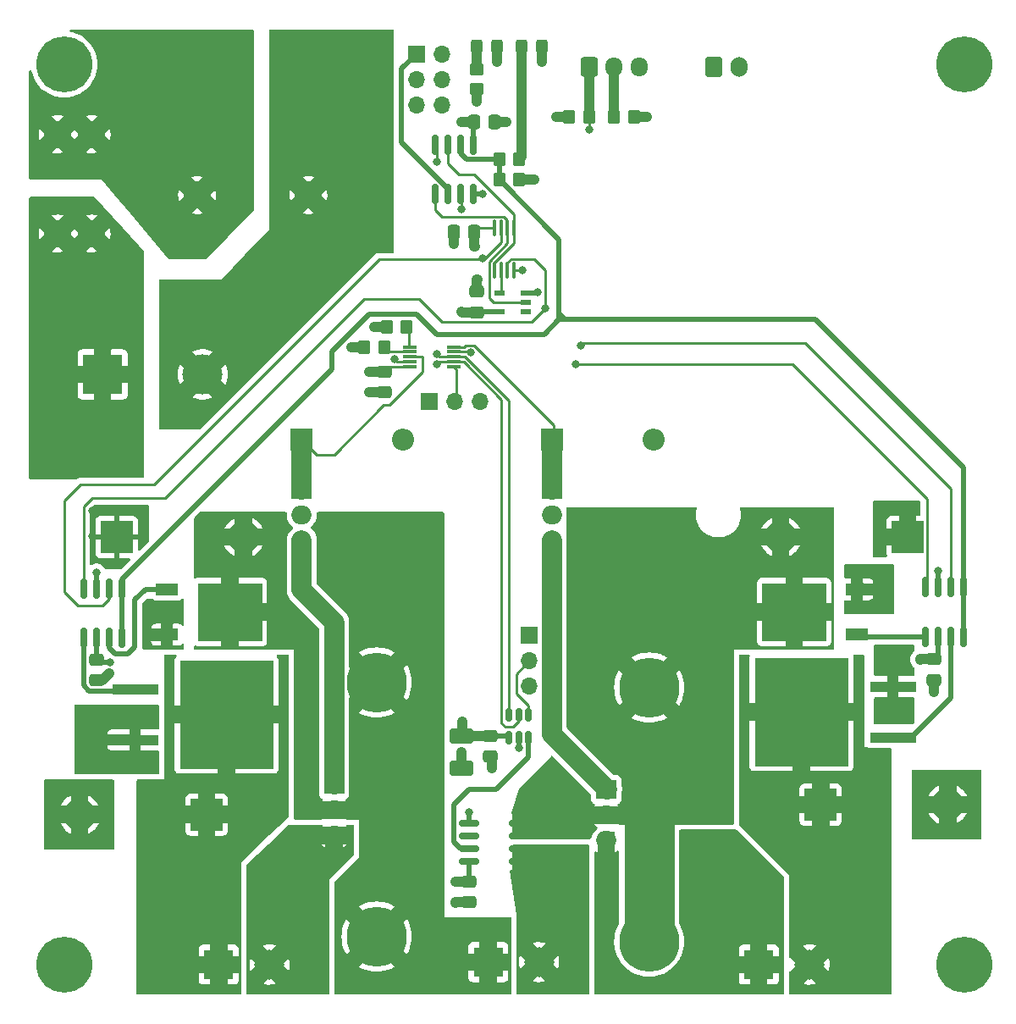
<source format=gbr>
%TF.GenerationSoftware,KiCad,Pcbnew,(6.0.6-1)-1*%
%TF.CreationDate,2022-07-21T21:53:32-04:00*%
%TF.ProjectId,iGEM,6947454d-2e6b-4696-9361-645f70636258,rev?*%
%TF.SameCoordinates,Original*%
%TF.FileFunction,Copper,L1,Top*%
%TF.FilePolarity,Positive*%
%FSLAX46Y46*%
G04 Gerber Fmt 4.6, Leading zero omitted, Abs format (unit mm)*
G04 Created by KiCad (PCBNEW (6.0.6-1)-1) date 2022-07-21 21:53:32*
%MOMM*%
%LPD*%
G01*
G04 APERTURE LIST*
G04 Aperture macros list*
%AMRoundRect*
0 Rectangle with rounded corners*
0 $1 Rounding radius*
0 $2 $3 $4 $5 $6 $7 $8 $9 X,Y pos of 4 corners*
0 Add a 4 corners polygon primitive as box body*
4,1,4,$2,$3,$4,$5,$6,$7,$8,$9,$2,$3,0*
0 Add four circle primitives for the rounded corners*
1,1,$1+$1,$2,$3*
1,1,$1+$1,$4,$5*
1,1,$1+$1,$6,$7*
1,1,$1+$1,$8,$9*
0 Add four rect primitives between the rounded corners*
20,1,$1+$1,$2,$3,$4,$5,0*
20,1,$1+$1,$4,$5,$6,$7,0*
20,1,$1+$1,$6,$7,$8,$9,0*
20,1,$1+$1,$8,$9,$2,$3,0*%
G04 Aperture macros list end*
%TA.AperFunction,ComponentPad*%
%ADD10R,3.200000X3.200000*%
%TD*%
%TA.AperFunction,ComponentPad*%
%ADD11O,3.200000X3.200000*%
%TD*%
%TA.AperFunction,ComponentPad*%
%ADD12C,2.781000*%
%TD*%
%TA.AperFunction,ComponentPad*%
%ADD13R,2.000000X1.905000*%
%TD*%
%TA.AperFunction,ComponentPad*%
%ADD14O,2.000000X1.905000*%
%TD*%
%TA.AperFunction,ComponentPad*%
%ADD15C,5.600000*%
%TD*%
%TA.AperFunction,SMDPad,CuDef*%
%ADD16RoundRect,0.250000X-0.475000X0.337500X-0.475000X-0.337500X0.475000X-0.337500X0.475000X0.337500X0*%
%TD*%
%TA.AperFunction,SMDPad,CuDef*%
%ADD17R,2.200000X1.200000*%
%TD*%
%TA.AperFunction,SMDPad,CuDef*%
%ADD18R,6.400000X5.800000*%
%TD*%
%TA.AperFunction,SMDPad,CuDef*%
%ADD19RoundRect,0.150000X-0.150000X0.825000X-0.150000X-0.825000X0.150000X-0.825000X0.150000X0.825000X0*%
%TD*%
%TA.AperFunction,SMDPad,CuDef*%
%ADD20R,1.050000X0.600000*%
%TD*%
%TA.AperFunction,SMDPad,CuDef*%
%ADD21RoundRect,0.150000X0.825000X0.150000X-0.825000X0.150000X-0.825000X-0.150000X0.825000X-0.150000X0*%
%TD*%
%TA.AperFunction,SMDPad,CuDef*%
%ADD22R,1.400000X0.300000*%
%TD*%
%TA.AperFunction,ComponentPad*%
%ADD23R,1.700000X1.700000*%
%TD*%
%TA.AperFunction,ComponentPad*%
%ADD24O,1.700000X1.700000*%
%TD*%
%TA.AperFunction,ComponentPad*%
%ADD25R,2.200000X2.200000*%
%TD*%
%TA.AperFunction,ComponentPad*%
%ADD26O,2.200000X2.200000*%
%TD*%
%TA.AperFunction,SMDPad,CuDef*%
%ADD27RoundRect,0.250000X-0.325000X-0.450000X0.325000X-0.450000X0.325000X0.450000X-0.325000X0.450000X0*%
%TD*%
%TA.AperFunction,SMDPad,CuDef*%
%ADD28RoundRect,0.250000X0.337500X0.475000X-0.337500X0.475000X-0.337500X-0.475000X0.337500X-0.475000X0*%
%TD*%
%TA.AperFunction,ComponentPad*%
%ADD29C,2.780000*%
%TD*%
%TA.AperFunction,SMDPad,CuDef*%
%ADD30RoundRect,0.150000X0.150000X-0.512500X0.150000X0.512500X-0.150000X0.512500X-0.150000X-0.512500X0*%
%TD*%
%TA.AperFunction,SMDPad,CuDef*%
%ADD31RoundRect,0.250000X-0.350000X-0.450000X0.350000X-0.450000X0.350000X0.450000X-0.350000X0.450000X0*%
%TD*%
%TA.AperFunction,SMDPad,CuDef*%
%ADD32RoundRect,0.250000X0.475000X-0.337500X0.475000X0.337500X-0.475000X0.337500X-0.475000X-0.337500X0*%
%TD*%
%TA.AperFunction,SMDPad,CuDef*%
%ADD33RoundRect,0.250000X0.350000X0.450000X-0.350000X0.450000X-0.350000X-0.450000X0.350000X-0.450000X0*%
%TD*%
%TA.AperFunction,ComponentPad*%
%ADD34R,3.000000X3.000000*%
%TD*%
%TA.AperFunction,ComponentPad*%
%ADD35C,3.000000*%
%TD*%
%TA.AperFunction,ComponentPad*%
%ADD36RoundRect,0.250000X-0.600000X-0.725000X0.600000X-0.725000X0.600000X0.725000X-0.600000X0.725000X0*%
%TD*%
%TA.AperFunction,ComponentPad*%
%ADD37O,1.700000X1.950000*%
%TD*%
%TA.AperFunction,SMDPad,CuDef*%
%ADD38R,4.600000X1.100000*%
%TD*%
%TA.AperFunction,SMDPad,CuDef*%
%ADD39R,9.400000X10.800000*%
%TD*%
%TA.AperFunction,SMDPad,CuDef*%
%ADD40RoundRect,0.250001X-0.924999X0.499999X-0.924999X-0.499999X0.924999X-0.499999X0.924999X0.499999X0*%
%TD*%
%TA.AperFunction,ComponentPad*%
%ADD41RoundRect,0.250000X-0.600000X-0.750000X0.600000X-0.750000X0.600000X0.750000X-0.600000X0.750000X0*%
%TD*%
%TA.AperFunction,ComponentPad*%
%ADD42O,1.700000X2.000000*%
%TD*%
%TA.AperFunction,SMDPad,CuDef*%
%ADD43RoundRect,0.250000X0.450000X-0.350000X0.450000X0.350000X-0.450000X0.350000X-0.450000X-0.350000X0*%
%TD*%
%TA.AperFunction,ComponentPad*%
%ADD44C,6.000000*%
%TD*%
%TA.AperFunction,SMDPad,CuDef*%
%ADD45RoundRect,0.250000X-0.337500X-0.475000X0.337500X-0.475000X0.337500X0.475000X-0.337500X0.475000X0*%
%TD*%
%TA.AperFunction,SMDPad,CuDef*%
%ADD46RoundRect,0.100000X0.100000X-0.712500X0.100000X0.712500X-0.100000X0.712500X-0.100000X-0.712500X0*%
%TD*%
%TA.AperFunction,ComponentPad*%
%ADD47R,4.000000X4.000000*%
%TD*%
%TA.AperFunction,ComponentPad*%
%ADD48C,4.000000*%
%TD*%
%TA.AperFunction,ViaPad*%
%ADD49C,0.800000*%
%TD*%
%TA.AperFunction,Conductor*%
%ADD50C,1.000000*%
%TD*%
%TA.AperFunction,Conductor*%
%ADD51C,0.500000*%
%TD*%
%TA.AperFunction,Conductor*%
%ADD52C,0.250000*%
%TD*%
%TA.AperFunction,Conductor*%
%ADD53C,2.000000*%
%TD*%
%TA.AperFunction,Conductor*%
%ADD54C,5.000000*%
%TD*%
G04 APERTURE END LIST*
D10*
%TO.P,D2,1,K*%
%TO.N,Net-(D2-Pad1)*%
X81250000Y-126000000D03*
D11*
%TO.P,D2,2,A*%
%TO.N,GND*%
X68550000Y-126000000D03*
%TD*%
D12*
%TO.P,J3,1,Pin_1*%
%TO.N,Net-(F1-Pad1)*%
X80298000Y-64080000D03*
%TO.P,J3,2,Pin_2*%
%TO.N,GND*%
X91423000Y-64080000D03*
%TD*%
D13*
%TO.P,Q1,1,B*%
%TO.N,RHEO1_OUT*%
X90770000Y-93500000D03*
D14*
%TO.P,Q1,2,C*%
%TO.N,+5V*%
X90770000Y-96040000D03*
%TO.P,Q1,3,E*%
%TO.N,Net-(Q1-Pad3)*%
X90770000Y-98580000D03*
%TD*%
D15*
%TO.P,H1,1,1*%
%TO.N,unconnected-(H1-Pad1)*%
X157000000Y-141000000D03*
%TD*%
D16*
%TO.P,C4,1*%
%TO.N,+5V*%
X109600000Y-118112501D03*
%TO.P,C4,2*%
%TO.N,GND*%
X109600000Y-120187501D03*
%TD*%
D15*
%TO.P,H3,1,1*%
%TO.N,unconnected-(H3-Pad1)*%
X157000000Y-51000000D03*
%TD*%
D16*
%TO.P,C11,1*%
%TO.N,+5V*%
X99000000Y-81712500D03*
%TO.P,C11,2*%
%TO.N,GND*%
X99000000Y-83787500D03*
%TD*%
D10*
%TO.P,D3,1,K*%
%TO.N,+5V*%
X72250000Y-98250000D03*
D11*
%TO.P,D3,2,A*%
%TO.N,Net-(D3-Pad2)*%
X84950000Y-98250000D03*
%TD*%
D17*
%TO.P,Q2,1,G*%
%TO.N,FET1*%
X77300000Y-103470000D03*
D18*
%TO.P,Q2,2,D*%
%TO.N,Net-(D3-Pad2)*%
X83600000Y-105750000D03*
D17*
%TO.P,Q2,3,S*%
%TO.N,+5V*%
X77300000Y-108030000D03*
%TD*%
D10*
%TO.P,D4,1,K*%
%TO.N,+5V*%
X151350000Y-98250000D03*
D11*
%TO.P,D4,2,A*%
%TO.N,Net-(D4-Pad2)*%
X138650000Y-98250000D03*
%TD*%
D19*
%TO.P,U4,1,ENA*%
%TO.N,ENABLE*%
X72770000Y-103390000D03*
%TO.P,U4,2,INA*%
%TO.N,DIR1*%
X71500000Y-103390000D03*
%TO.P,U4,3,GND*%
%TO.N,GND*%
X70230000Y-103390000D03*
%TO.P,U4,4,INB*%
%TO.N,DIR2*%
X68960000Y-103390000D03*
%TO.P,U4,5,~{OUTB}*%
%TO.N,FET3*%
X68960000Y-108340000D03*
%TO.P,U4,6,VDD*%
%TO.N,+5V*%
X70230000Y-108340000D03*
%TO.P,U4,7,OUTA*%
%TO.N,FET1*%
X71500000Y-108340000D03*
%TO.P,U4,8,ENB*%
%TO.N,ENABLE*%
X72770000Y-108340000D03*
%TD*%
D20*
%TO.P,U3,1,NC*%
%TO.N,unconnected-(U3-Pad1)*%
X113200000Y-75762500D03*
%TO.P,U3,2,A*%
%TO.N,PWM2*%
X113200000Y-74812500D03*
%TO.P,U3,3,GND*%
%TO.N,GND*%
X113200000Y-73862500D03*
%TO.P,U3,4,Y*%
%TO.N,Net-(IC3-Pad2)*%
X110500000Y-73862500D03*
%TO.P,U3,5,VCC*%
%TO.N,+5V*%
X110500000Y-75762500D03*
%TD*%
D21*
%TO.P,IC1,1,IN+_1*%
%TO.N,Net-(IC1-Pad1)*%
X112475000Y-130655000D03*
%TO.P,IC1,2,IN+_2*%
X112475000Y-129385000D03*
%TO.P,IC1,3,IN-_1*%
%TO.N,Net-(D4-Pad2)*%
X112475000Y-128115000D03*
%TO.P,IC1,4,IN-_2*%
X112475000Y-126845000D03*
%TO.P,IC1,5,GND*%
%TO.N,GND*%
X107525000Y-126845000D03*
%TO.P,IC1,6,NC*%
%TO.N,unconnected-(IC1-Pad6)*%
X107525000Y-128115000D03*
%TO.P,IC1,7,VOUT*%
%TO.N,Net-(IC1-Pad7)*%
X107525000Y-129385000D03*
%TO.P,IC1,8,VS*%
%TO.N,+5V*%
X107525000Y-130655000D03*
%TD*%
D22*
%TO.P,IC2,1,HVC/A0*%
%TO.N,Net-(IC2-Pad1)*%
X105950000Y-81250000D03*
%TO.P,IC2,2,SCL*%
%TO.N,SCL*%
X105950000Y-80750000D03*
%TO.P,IC2,3,SDA*%
%TO.N,SDA*%
X105950000Y-80250000D03*
%TO.P,IC2,4,VSS*%
%TO.N,GND*%
X105950000Y-79750000D03*
%TO.P,IC2,5,P1B*%
%TO.N,RHEO2_OUT*%
X105950000Y-79250000D03*
%TO.P,IC2,6,P1W*%
%TO.N,RHEO2_IN*%
X101550000Y-79250000D03*
%TO.P,IC2,7,P0W*%
%TO.N,RHEO1_IN*%
X101550000Y-79750000D03*
%TO.P,IC2,8,P0B*%
%TO.N,RHEO1_OUT*%
X101550000Y-80250000D03*
%TO.P,IC2,9,A1*%
%TO.N,GND*%
X101550000Y-80750000D03*
%TO.P,IC2,10,VDD*%
%TO.N,+5V*%
X101550000Y-81250000D03*
%TD*%
D23*
%TO.P,J2,1,Pin_1*%
%TO.N,GND*%
X113500000Y-108100000D03*
D24*
%TO.P,J2,2,Pin_2*%
%TO.N,Net-(J2-Pad2)*%
X113500000Y-110640000D03*
%TO.P,J2,3,Pin_3*%
%TO.N,+5V*%
X113500000Y-113180000D03*
%TD*%
D25*
%TO.P,D7,1,K*%
%TO.N,RHEO2_OUT*%
X115750000Y-88500000D03*
D26*
%TO.P,D7,2,A*%
%TO.N,GND*%
X125910000Y-88500000D03*
%TD*%
D15*
%TO.P,H2,1,1*%
%TO.N,unconnected-(H2-Pad1)*%
X67000000Y-51000000D03*
%TD*%
D16*
%TO.P,C2,1*%
%TO.N,+5V*%
X107500000Y-132712500D03*
%TO.P,C2,2*%
%TO.N,GND*%
X107500000Y-134787500D03*
%TD*%
D19*
%TO.P,U2,1,VCC*%
%TO.N,+5V*%
X107905000Y-59025000D03*
%TO.P,U2,2,PA6*%
%TO.N,ENABLE*%
X106635000Y-59025000D03*
%TO.P,U2,3,PA7*%
%TO.N,PWM1*%
X105365000Y-59025000D03*
%TO.P,U2,4,PA1*%
%TO.N,SDA*%
X104095000Y-59025000D03*
%TO.P,U2,5,PA2*%
%TO.N,PWM2*%
X104095000Y-63975000D03*
%TO.P,U2,6,~{RESET}/PA0*%
%TO.N,UPDI*%
X105365000Y-63975000D03*
%TO.P,U2,7,PA3*%
%TO.N,SCL*%
X106635000Y-63975000D03*
%TO.P,U2,8,GND*%
%TO.N,GND*%
X107905000Y-63975000D03*
%TD*%
D27*
%TO.P,D6,1,K*%
%TO.N,Net-(D6-Pad1)*%
X112725000Y-49250000D03*
%TO.P,D6,2,A*%
%TO.N,GND*%
X114775000Y-49250000D03*
%TD*%
D28*
%TO.P,C8,1*%
%TO.N,+5V*%
X108037500Y-67750000D03*
%TO.P,C8,2*%
%TO.N,GND*%
X105962500Y-67750000D03*
%TD*%
D19*
%TO.P,U5,1,ENA*%
%TO.N,ENABLE*%
X156905000Y-103275000D03*
%TO.P,U5,2,INA*%
%TO.N,DIR2*%
X155635000Y-103275000D03*
%TO.P,U5,3,GND*%
%TO.N,GND*%
X154365000Y-103275000D03*
%TO.P,U5,4,INB*%
%TO.N,DIR1*%
X153095000Y-103275000D03*
%TO.P,U5,5,~{OUTB}*%
%TO.N,FET2*%
X153095000Y-108225000D03*
%TO.P,U5,6,VDD*%
%TO.N,+5V*%
X154365000Y-108225000D03*
%TO.P,U5,7,OUTA*%
%TO.N,FET4*%
X155635000Y-108225000D03*
%TO.P,U5,8,ENB*%
%TO.N,ENABLE*%
X156905000Y-108225000D03*
%TD*%
D29*
%TO.P,F1,1*%
%TO.N,Net-(F1-Pad1)*%
X66350000Y-58000000D03*
X69750000Y-58000000D03*
%TO.P,F1,2*%
%TO.N,+5V*%
X69750000Y-67920000D03*
X66350000Y-67920000D03*
%TD*%
D13*
%TO.P,Q7,1,B*%
%TO.N,Net-(Q6-Pad3)*%
X121205000Y-123510000D03*
D14*
%TO.P,Q7,2,C*%
%TO.N,Net-(D4-Pad2)*%
X121205000Y-126050000D03*
%TO.P,Q7,3,E*%
%TO.N,Net-(Q7-Pad3)*%
X121205000Y-128590000D03*
%TD*%
D16*
%TO.P,C5,1*%
%TO.N,+5V*%
X70250000Y-110512500D03*
%TO.P,C5,2*%
%TO.N,GND*%
X70250000Y-112587500D03*
%TD*%
D30*
%TO.P,U1,1,V_{A}*%
%TO.N,+5V*%
X111500000Y-118337500D03*
%TO.P,U1,2,GND*%
%TO.N,GND*%
X112450000Y-118337500D03*
%TO.P,U1,3,V_{IN}*%
%TO.N,Net-(IC1-Pad7)*%
X113400000Y-118337500D03*
%TO.P,U1,4,ADDR*%
%TO.N,Net-(J2-Pad2)*%
X113400000Y-116062500D03*
%TO.P,U1,5,SCL*%
%TO.N,SCL*%
X112450000Y-116062500D03*
%TO.P,U1,6,SDA*%
%TO.N,SDA*%
X111500000Y-116062500D03*
%TD*%
D31*
%TO.P,R3,1*%
%TO.N,ENABLE*%
X110500000Y-60500000D03*
%TO.P,R3,2*%
%TO.N,Net-(D6-Pad1)*%
X112500000Y-60500000D03*
%TD*%
%TO.P,R9,1*%
%TO.N,+5V*%
X117500000Y-56250000D03*
%TO.P,R9,2*%
%TO.N,SCL*%
X119500000Y-56250000D03*
%TD*%
D32*
%TO.P,C3,1*%
%TO.N,+5V*%
X108250000Y-75787500D03*
%TO.P,C3,2*%
%TO.N,GND*%
X108250000Y-73712500D03*
%TD*%
D31*
%TO.P,R4,1*%
%TO.N,ENABLE*%
X110500000Y-62500000D03*
%TO.P,R4,2*%
%TO.N,GND*%
X112500000Y-62500000D03*
%TD*%
%TO.P,R1,1*%
%TO.N,+5V*%
X97000000Y-79250000D03*
%TO.P,R1,2*%
%TO.N,RHEO1_IN*%
X99000000Y-79250000D03*
%TD*%
D17*
%TO.P,Q5,1,G*%
%TO.N,FET2*%
X146300000Y-108030000D03*
D18*
%TO.P,Q5,2,D*%
%TO.N,Net-(D4-Pad2)*%
X140000000Y-105750000D03*
D17*
%TO.P,Q5,3,S*%
%TO.N,+5V*%
X146300000Y-103470000D03*
%TD*%
D33*
%TO.P,R10,1*%
%TO.N,+5V*%
X124000000Y-56250000D03*
%TO.P,R10,2*%
%TO.N,SDA*%
X122000000Y-56250000D03*
%TD*%
D34*
%TO.P,J1,1,Pin_1*%
%TO.N,Net-(D3-Pad2)*%
X109420000Y-140750000D03*
D35*
%TO.P,J1,2,Pin_2*%
%TO.N,Net-(IC1-Pad1)*%
X114500000Y-140750000D03*
%TD*%
D36*
%TO.P,J4,1,Pin_1*%
%TO.N,SCL*%
X119500000Y-51225000D03*
D37*
%TO.P,J4,2,Pin_2*%
%TO.N,SDA*%
X122000000Y-51225000D03*
%TO.P,J4,3,Pin_3*%
%TO.N,GND*%
X124500000Y-51225000D03*
%TD*%
D13*
%TO.P,Q4,1,B*%
%TO.N,Net-(Q1-Pad3)*%
X94000000Y-123000000D03*
D14*
%TO.P,Q4,2,C*%
%TO.N,Net-(D3-Pad2)*%
X94000000Y-125540000D03*
%TO.P,Q4,3,E*%
%TO.N,Net-(Q4-Pad3)*%
X94000000Y-128080000D03*
%TD*%
D15*
%TO.P,H4,1,1*%
%TO.N,unconnected-(H4-Pad1)*%
X67000000Y-141000000D03*
%TD*%
D38*
%TO.P,Q8,1,G*%
%TO.N,FET4*%
X149900000Y-118290000D03*
D39*
%TO.P,Q8,2,D*%
%TO.N,Net-(D5-Pad1)*%
X140750000Y-115750000D03*
D38*
%TO.P,Q8,3,S*%
%TO.N,GND*%
X149900000Y-113210000D03*
%TD*%
D40*
%TO.P,C7,1*%
%TO.N,+5V*%
X106750000Y-118125001D03*
%TO.P,C7,2*%
%TO.N,GND*%
X106750000Y-121375001D03*
%TD*%
D41*
%TO.P,M1,1,+*%
%TO.N,+5V*%
X132000000Y-51250000D03*
D42*
%TO.P,M1,2,-*%
%TO.N,GND*%
X134500000Y-51250000D03*
%TD*%
D23*
%TO.P,J5,1,Pin_1*%
%TO.N,GND*%
X103475000Y-84750000D03*
D24*
%TO.P,J5,2,Pin_2*%
%TO.N,Net-(IC2-Pad1)*%
X106015000Y-84750000D03*
%TO.P,J5,3,Pin_3*%
%TO.N,+5V*%
X108555000Y-84750000D03*
%TD*%
D10*
%TO.P,D5,1,K*%
%TO.N,Net-(D5-Pad1)*%
X142650000Y-125000000D03*
D11*
%TO.P,D5,2,A*%
%TO.N,GND*%
X155350000Y-125000000D03*
%TD*%
D13*
%TO.P,Q6,1,B*%
%TO.N,RHEO2_OUT*%
X115770000Y-93500000D03*
D14*
%TO.P,Q6,2,C*%
%TO.N,+5V*%
X115770000Y-96040000D03*
%TO.P,Q6,3,E*%
%TO.N,Net-(Q6-Pad3)*%
X115770000Y-98580000D03*
%TD*%
D43*
%TO.P,R7,1*%
%TO.N,+5V*%
X108250000Y-53500000D03*
%TO.P,R7,2*%
%TO.N,Net-(D8-Pad1)*%
X108250000Y-51500000D03*
%TD*%
D44*
%TO.P,HS2,1*%
%TO.N,Net-(D4-Pad2)*%
X125500000Y-113300000D03*
X125500000Y-138700000D03*
%TD*%
D25*
%TO.P,D1,1,K*%
%TO.N,RHEO1_OUT*%
X90750000Y-88500000D03*
D26*
%TO.P,D1,2,A*%
%TO.N,GND*%
X100910000Y-88500000D03*
%TD*%
D45*
%TO.P,C1,1*%
%TO.N,+5V*%
X107962500Y-56750000D03*
%TO.P,C1,2*%
%TO.N,GND*%
X110037500Y-56750000D03*
%TD*%
D31*
%TO.P,R5,1*%
%TO.N,+5V*%
X99250000Y-77250000D03*
%TO.P,R5,2*%
%TO.N,RHEO2_IN*%
X101250000Y-77250000D03*
%TD*%
D38*
%TO.P,Q3,1,G*%
%TO.N,FET3*%
X74100000Y-113460000D03*
D39*
%TO.P,Q3,2,D*%
%TO.N,Net-(D2-Pad1)*%
X83250000Y-116000000D03*
D38*
%TO.P,Q3,3,S*%
%TO.N,GND*%
X74100000Y-118540000D03*
%TD*%
D46*
%TO.P,IC3,1,1A*%
%TO.N,PWM1*%
X110025000Y-71612500D03*
%TO.P,IC3,2,1B*%
%TO.N,Net-(IC3-Pad2)*%
X110675000Y-71612500D03*
%TO.P,IC3,3,2Y*%
%TO.N,DIR2*%
X111325000Y-71612500D03*
%TO.P,IC3,4,GND*%
%TO.N,GND*%
X111975000Y-71612500D03*
%TO.P,IC3,5,2A*%
%TO.N,PWM1*%
X111975000Y-67387500D03*
%TO.P,IC3,6,2B*%
%TO.N,PWM2*%
X111325000Y-67387500D03*
%TO.P,IC3,7,1Y*%
%TO.N,DIR1*%
X110675000Y-67387500D03*
%TO.P,IC3,8,VCC*%
%TO.N,+5V*%
X110025000Y-67387500D03*
%TD*%
D34*
%TO.P,R2,1*%
%TO.N,Net-(D2-Pad1)*%
X82460000Y-141000000D03*
D35*
%TO.P,R2,2*%
%TO.N,Net-(Q4-Pad3)*%
X87540000Y-141000000D03*
%TD*%
D47*
%TO.P,C9,1*%
%TO.N,+5V*%
X70842169Y-82000000D03*
D48*
%TO.P,C9,2*%
%TO.N,GND*%
X80842169Y-82000000D03*
%TD*%
D34*
%TO.P,R6,1*%
%TO.N,Net-(Q7-Pad3)*%
X136460000Y-141000000D03*
D35*
%TO.P,R6,2*%
%TO.N,Net-(D5-Pad1)*%
X141540000Y-141000000D03*
%TD*%
D27*
%TO.P,D8,1,K*%
%TO.N,Net-(D8-Pad1)*%
X108225000Y-49250000D03*
%TO.P,D8,2,A*%
%TO.N,GND*%
X110275000Y-49250000D03*
%TD*%
D44*
%TO.P,HS1,1*%
%TO.N,Net-(D3-Pad2)*%
X98249999Y-112800000D03*
X98249999Y-138200000D03*
%TD*%
D16*
%TO.P,C6,1*%
%TO.N,+5V*%
X154000000Y-110462500D03*
%TO.P,C6,2*%
%TO.N,GND*%
X154000000Y-112537500D03*
%TD*%
D23*
%TO.P,J6,1,Pin_1*%
%TO.N,UPDI*%
X102225000Y-49975000D03*
D24*
%TO.P,J6,2,Pin_2*%
%TO.N,+5V*%
X104765000Y-49975000D03*
%TO.P,J6,3,Pin_3*%
%TO.N,unconnected-(J6-Pad3)*%
X102225000Y-52515000D03*
%TO.P,J6,4,Pin_4*%
%TO.N,unconnected-(J6-Pad4)*%
X104765000Y-52515000D03*
%TO.P,J6,5,Pin_5*%
%TO.N,unconnected-(J6-Pad5)*%
X102225000Y-55055000D03*
%TO.P,J6,6,Pin_6*%
%TO.N,GND*%
X104765000Y-55055000D03*
%TD*%
D49*
%TO.N,+5V*%
X106750000Y-56750000D03*
X67500000Y-75000000D03*
X95750000Y-79250000D03*
X149500000Y-103500000D03*
X65000000Y-65000000D03*
X72500000Y-85000000D03*
X147500000Y-101500000D03*
X67500000Y-87500000D03*
X75500000Y-106500000D03*
X106100000Y-132700000D03*
X75500000Y-105000000D03*
X70000000Y-77500000D03*
X145500000Y-101500000D03*
X65000000Y-85000000D03*
X75000000Y-98250000D03*
X108250000Y-54750000D03*
X65000000Y-77500000D03*
X148400000Y-99800000D03*
X77000000Y-105000000D03*
X65000000Y-80000000D03*
X145500000Y-105500000D03*
X70000000Y-72500000D03*
X70000000Y-65000000D03*
X67500000Y-90000000D03*
X125250000Y-56250000D03*
X70000000Y-90000000D03*
X72500000Y-70000000D03*
X72500000Y-72500000D03*
X72500000Y-67500000D03*
X148400000Y-97600000D03*
X65000000Y-75000000D03*
X152200000Y-95200000D03*
X152600000Y-110500000D03*
X65000000Y-70000000D03*
X67500000Y-70000000D03*
X72500000Y-90000000D03*
X150400000Y-95200000D03*
X71600000Y-110800000D03*
X106850000Y-116750000D03*
X69800000Y-95600000D03*
X106750000Y-75750000D03*
X67500000Y-85000000D03*
X75000000Y-95500000D03*
X78500000Y-105000000D03*
X116200000Y-56250000D03*
X97500000Y-81750000D03*
X65000000Y-82500000D03*
X65000000Y-87500000D03*
X147500000Y-105500000D03*
X70000000Y-87500000D03*
X72250000Y-101000000D03*
X72500000Y-75000000D03*
X65000000Y-90000000D03*
X67500000Y-72500000D03*
X98000000Y-77250000D03*
X67500000Y-80000000D03*
X67500000Y-65000000D03*
X108050000Y-69250000D03*
X70000000Y-85000000D03*
X65000000Y-72500000D03*
X72500000Y-87500000D03*
X77000000Y-106500000D03*
X72250000Y-95500000D03*
X67500000Y-77500000D03*
X78500000Y-106500000D03*
X149500000Y-101500000D03*
X70000000Y-75000000D03*
X72500000Y-77500000D03*
X148400000Y-95200000D03*
X67500000Y-82500000D03*
X149500000Y-105500000D03*
X69800000Y-98200000D03*
%TO.N,GND*%
X82500000Y-85000000D03*
X90000000Y-72500000D03*
X97500000Y-55000000D03*
X87500000Y-80000000D03*
X152250000Y-125000000D03*
X90000000Y-70000000D03*
X92500000Y-57500000D03*
X107692997Y-79807003D03*
X151000000Y-116000000D03*
X77500000Y-77500000D03*
X77500000Y-75000000D03*
X92500000Y-60000000D03*
X95000000Y-62500000D03*
X92500000Y-50000000D03*
X68500000Y-129000000D03*
X108300000Y-72500000D03*
X150000000Y-111000000D03*
X87500000Y-77500000D03*
X82500000Y-75000000D03*
X90000000Y-55000000D03*
X65500000Y-126000000D03*
X70250000Y-101800000D03*
X112450000Y-119337501D03*
X70000000Y-120500000D03*
X150000000Y-115000000D03*
X149000000Y-116000000D03*
X72000000Y-116500000D03*
X90000000Y-60000000D03*
X95000000Y-60000000D03*
X152250000Y-122000000D03*
X97500000Y-65000000D03*
X158250000Y-128000000D03*
X80000000Y-77500000D03*
X106750000Y-119800000D03*
X72000000Y-120500000D03*
X80000000Y-75000000D03*
X114350000Y-73812500D03*
X71500000Y-129000000D03*
X74000000Y-120500000D03*
X95000000Y-57500000D03*
X111250000Y-56750000D03*
X85000000Y-80000000D03*
X158250000Y-122000000D03*
X97500000Y-60000000D03*
X92500000Y-72500000D03*
X82500000Y-77500000D03*
X149000000Y-110000000D03*
X85000000Y-75000000D03*
X92500000Y-67500000D03*
X152250000Y-128000000D03*
X90000000Y-50000000D03*
X70000000Y-116500000D03*
X68500000Y-123000000D03*
X85000000Y-77500000D03*
X151000000Y-110000000D03*
X97500000Y-83750000D03*
X97500000Y-67500000D03*
X74000000Y-116500000D03*
X155250000Y-122000000D03*
X106100000Y-134800000D03*
X158250000Y-125000000D03*
X90000000Y-77500000D03*
X114750000Y-50750000D03*
X97500000Y-50000000D03*
X76000000Y-115500000D03*
X95000000Y-72500000D03*
X92500000Y-70000000D03*
X68500000Y-121500000D03*
X97500000Y-57500000D03*
X95000000Y-67500000D03*
X68500000Y-115500000D03*
X85000000Y-82500000D03*
X71500000Y-123000000D03*
X100012299Y-80474500D03*
X69000000Y-119500000D03*
X95000000Y-55000000D03*
X154400000Y-101600000D03*
X97500000Y-52500000D03*
X90000000Y-75000000D03*
X77500000Y-85000000D03*
X108850000Y-63950000D03*
X85000000Y-72500000D03*
X97500000Y-62500000D03*
X109750001Y-121400001D03*
X95000000Y-65000000D03*
X112800000Y-71600000D03*
X90000000Y-57500000D03*
X92500000Y-75000000D03*
X105950000Y-69000000D03*
X154000000Y-113750000D03*
X77500000Y-80000000D03*
X90000000Y-52500000D03*
X110250000Y-50750000D03*
X95000000Y-52500000D03*
X87500000Y-75000000D03*
X92500000Y-52500000D03*
X77500000Y-82500000D03*
X80000000Y-85000000D03*
X71500000Y-126000000D03*
X71500000Y-111900000D03*
X95000000Y-70000000D03*
X90000000Y-67500000D03*
X65500000Y-129000000D03*
X155250000Y-128000000D03*
X107500000Y-125750000D03*
X92500000Y-55000000D03*
X65500000Y-123000000D03*
X114000000Y-62500000D03*
X95000000Y-50000000D03*
X69000000Y-117500000D03*
X87500000Y-72500000D03*
X87500000Y-70000000D03*
X76000000Y-121500000D03*
X97500000Y-70000000D03*
%TO.N,Net-(D2-Pad1)*%
X80000000Y-122500000D03*
X77500000Y-132500000D03*
X77500000Y-130000000D03*
X85000000Y-127500000D03*
X87500000Y-125000000D03*
X77500000Y-137500000D03*
X82500000Y-135000000D03*
X75000000Y-125000000D03*
X87500000Y-122500000D03*
X82500000Y-122500000D03*
X80000000Y-132500000D03*
X77500000Y-140000000D03*
X80000000Y-130000000D03*
X77500000Y-125000000D03*
X75000000Y-132500000D03*
X75000000Y-142500000D03*
X80000000Y-137500000D03*
X82500000Y-130000000D03*
X80000000Y-135000000D03*
X82500000Y-137500000D03*
X82500000Y-132500000D03*
X77500000Y-142500000D03*
X75000000Y-130000000D03*
X75000000Y-127500000D03*
X77500000Y-122500000D03*
X75000000Y-137500000D03*
X85000000Y-122500000D03*
X77500000Y-127500000D03*
X75000000Y-140000000D03*
X77500000Y-135000000D03*
X75000000Y-135000000D03*
X85000000Y-125000000D03*
%TO.N,Net-(D3-Pad2)*%
X100000000Y-107500000D03*
X97500000Y-117500000D03*
X97500000Y-132500000D03*
X102500000Y-117500000D03*
X97500000Y-102500000D03*
X100000000Y-117500000D03*
X100000000Y-130000000D03*
X97500000Y-122500000D03*
X97500000Y-97500000D03*
X100000000Y-132500000D03*
X102500000Y-100000000D03*
X102500000Y-122500000D03*
X102500000Y-115000000D03*
X107500000Y-137500000D03*
X102500000Y-127500000D03*
X97500000Y-107500000D03*
X105000000Y-137500000D03*
X105000000Y-142500000D03*
X102500000Y-120000000D03*
X100000000Y-120000000D03*
X95000000Y-102500000D03*
X95000000Y-132500000D03*
X110000000Y-137500000D03*
X102500000Y-110000000D03*
X97500000Y-105000000D03*
X97500000Y-125000000D03*
X100000000Y-122500000D03*
X100000000Y-127500000D03*
X102500000Y-97500000D03*
X95000000Y-135000000D03*
X105000000Y-140000000D03*
X100000000Y-97500000D03*
X102500000Y-135000000D03*
X97500000Y-127500000D03*
X97500000Y-130000000D03*
X102500000Y-125000000D03*
X100000000Y-142500000D03*
X102500000Y-102500000D03*
X97500000Y-100000000D03*
X102500000Y-137500000D03*
X97500000Y-120000000D03*
X95000000Y-97500000D03*
X95000000Y-100000000D03*
X95000000Y-142500000D03*
X102500000Y-142500000D03*
X102500000Y-140000000D03*
X100000000Y-102500000D03*
X102500000Y-130000000D03*
X102500000Y-112500000D03*
X100000000Y-100000000D03*
X90000000Y-107500000D03*
X95000000Y-105000000D03*
X97500000Y-142500000D03*
X100000000Y-125000000D03*
X100000000Y-105000000D03*
X102500000Y-132500000D03*
X102500000Y-107500000D03*
X102500000Y-105000000D03*
%TO.N,Net-(D4-Pad2)*%
X132500000Y-102500000D03*
X120000000Y-110000000D03*
X125000000Y-100000000D03*
X117500000Y-127500000D03*
X130000000Y-115000000D03*
X122500000Y-100000000D03*
X132500000Y-122500000D03*
X130000000Y-107500000D03*
X127500000Y-102500000D03*
X132500000Y-120000000D03*
X132500000Y-112500000D03*
X135000000Y-100000000D03*
X120000000Y-97500000D03*
X120000000Y-102500000D03*
X130000000Y-120000000D03*
X122500000Y-102500000D03*
X122500000Y-107500000D03*
X132500000Y-100000000D03*
X135000000Y-105000000D03*
X135000000Y-107500000D03*
X142500000Y-97500000D03*
X122500000Y-110000000D03*
X120000000Y-115000000D03*
X132500000Y-107500000D03*
X130000000Y-100000000D03*
X115000000Y-127500000D03*
X112500000Y-125000000D03*
X130000000Y-110000000D03*
X117500000Y-122500000D03*
X130000000Y-105000000D03*
X115000000Y-122500000D03*
X132500000Y-105000000D03*
X120000000Y-112500000D03*
X125000000Y-102500000D03*
X135000000Y-97500000D03*
X130000000Y-102500000D03*
X127500000Y-117500000D03*
X132500000Y-125000000D03*
X132500000Y-117500000D03*
X125000000Y-107500000D03*
X117500000Y-125000000D03*
X115000000Y-125000000D03*
X132500000Y-110000000D03*
X127500000Y-100000000D03*
X120000000Y-117500000D03*
X122500000Y-97500000D03*
X122500000Y-117500000D03*
X125000000Y-105000000D03*
X122500000Y-105000000D03*
X120000000Y-105000000D03*
X127500000Y-107500000D03*
X130000000Y-125000000D03*
X130000000Y-97500000D03*
X125000000Y-117500000D03*
X127500000Y-122500000D03*
X120000000Y-100000000D03*
X127500000Y-120000000D03*
X130000000Y-112500000D03*
X122500000Y-120000000D03*
X127500000Y-105000000D03*
X130000000Y-117500000D03*
X125000000Y-97500000D03*
X125000000Y-120000000D03*
X135000000Y-102500000D03*
X142500000Y-100000000D03*
X130000000Y-122500000D03*
X132500000Y-115000000D03*
X120000000Y-107500000D03*
X127500000Y-97500000D03*
%TO.N,Net-(D5-Pad1)*%
X142500000Y-132500000D03*
X140000000Y-137500000D03*
X145000000Y-125000000D03*
X140000000Y-127500000D03*
X147500000Y-132500000D03*
X147500000Y-142500000D03*
X145000000Y-140000000D03*
X140000000Y-132500000D03*
X140000000Y-125000000D03*
X145000000Y-132500000D03*
X142500000Y-122500000D03*
X135000000Y-125000000D03*
X137500000Y-125000000D03*
X140000000Y-135000000D03*
X145000000Y-135000000D03*
X142500000Y-127500000D03*
X147500000Y-120000000D03*
X140000000Y-130000000D03*
X140000000Y-122500000D03*
X147500000Y-137500000D03*
X145000000Y-130000000D03*
X135000000Y-122500000D03*
X142500000Y-130000000D03*
X147500000Y-135000000D03*
X145000000Y-122500000D03*
X142500000Y-135000000D03*
X147500000Y-122500000D03*
X145000000Y-127500000D03*
X145000000Y-142500000D03*
X147500000Y-127500000D03*
X137500000Y-122500000D03*
X142500000Y-137500000D03*
X147500000Y-130000000D03*
X147500000Y-125000000D03*
X147500000Y-140000000D03*
X145000000Y-137500000D03*
X137500000Y-127500000D03*
%TO.N,Net-(F1-Pad1)*%
X72500000Y-60000000D03*
X77500000Y-65000000D03*
X77500000Y-50000000D03*
X82500000Y-57500000D03*
X80000000Y-57500000D03*
X75000000Y-55000000D03*
X75000000Y-62500000D03*
X75000000Y-52500000D03*
X77500000Y-67500000D03*
X80000000Y-50000000D03*
X77500000Y-52500000D03*
X82500000Y-62500000D03*
X72500000Y-50000000D03*
X72500000Y-57500000D03*
X82500000Y-55000000D03*
X77500000Y-70000000D03*
X75000000Y-60000000D03*
X82500000Y-67500000D03*
X75000000Y-50000000D03*
X85000000Y-52500000D03*
X80000000Y-70000000D03*
X75000000Y-65000000D03*
X77500000Y-60000000D03*
X80000000Y-55000000D03*
X82500000Y-50000000D03*
X72500000Y-52500000D03*
X77500000Y-62500000D03*
X85000000Y-50000000D03*
X80000000Y-67500000D03*
X85000000Y-60000000D03*
X85000000Y-65000000D03*
X85000000Y-62500000D03*
X72500000Y-62500000D03*
X85000000Y-57500000D03*
X80000000Y-60000000D03*
X85000000Y-55000000D03*
X82500000Y-52500000D03*
X75000000Y-57500000D03*
X82500000Y-60000000D03*
X80000000Y-52500000D03*
X72500000Y-55000000D03*
X77500000Y-55000000D03*
X82500000Y-65000000D03*
X77500000Y-57500000D03*
%TO.N,Net-(IC1-Pad1)*%
X117500000Y-130000000D03*
X115000000Y-132500000D03*
X115000000Y-135000000D03*
X117500000Y-140000000D03*
X115000000Y-130000000D03*
X117500000Y-132500000D03*
X117500000Y-135000000D03*
X117500000Y-137500000D03*
X115000000Y-137500000D03*
X112500000Y-132500000D03*
X117500000Y-142500000D03*
%TO.N,SCL*%
X119500000Y-57500000D03*
X104250000Y-81000000D03*
X106750000Y-65525500D03*
%TO.N,SDA*%
X104250000Y-80000000D03*
X104250000Y-60750000D03*
X122000000Y-54750000D03*
%TO.N,DIR2*%
X115075000Y-75425000D03*
X118700000Y-79100000D03*
%TO.N,DIR1*%
X108838798Y-70427795D03*
X118200000Y-81000000D03*
%TO.N,Net-(Q4-Pad3)*%
X90000000Y-132500000D03*
X95000000Y-130000000D03*
X90000000Y-135000000D03*
X87500000Y-137500000D03*
X87500000Y-132500000D03*
X87500000Y-130000000D03*
X92500000Y-140000000D03*
X90000000Y-142500000D03*
X92500000Y-137500000D03*
X92500000Y-135000000D03*
X90000000Y-127500000D03*
X92500000Y-132500000D03*
X90000000Y-137500000D03*
X90000000Y-130000000D03*
X92500000Y-130000000D03*
X90000000Y-140000000D03*
X92500000Y-142500000D03*
X87500000Y-135000000D03*
%TO.N,Net-(Q7-Pad3)*%
X132500000Y-140000000D03*
X135000000Y-137500000D03*
X130000000Y-130000000D03*
X130000000Y-140000000D03*
X137500000Y-137500000D03*
X137500000Y-132500000D03*
X132500000Y-137500000D03*
X132500000Y-142500000D03*
X135000000Y-135000000D03*
X137500000Y-135000000D03*
X130000000Y-142500000D03*
X135000000Y-132500000D03*
X130000000Y-137500000D03*
X132500000Y-135000000D03*
X127500000Y-142500000D03*
X122500000Y-142500000D03*
X130000000Y-135000000D03*
X132500000Y-132500000D03*
X132500000Y-130000000D03*
X135000000Y-130000000D03*
X130000000Y-132500000D03*
%TD*%
D50*
%TO.N,+5V*%
X106849999Y-118025001D02*
X106850000Y-116750000D01*
D51*
X107905000Y-59025000D02*
X107905000Y-57057500D01*
X107525000Y-130655000D02*
X107525000Y-132687500D01*
X70230000Y-108340000D02*
X70230000Y-110492500D01*
D50*
X117500000Y-56250000D02*
X116200000Y-56250000D01*
X106750000Y-75750000D02*
X106787500Y-75787500D01*
X95750000Y-79250000D02*
X97000000Y-79250000D01*
D51*
X154365000Y-108225000D02*
X154365000Y-109927500D01*
D52*
X101550000Y-81250000D02*
X99462500Y-81250000D01*
D50*
X108037500Y-69237500D02*
X108037500Y-67750000D01*
D51*
X154365000Y-109927500D02*
X153765000Y-110527500D01*
D50*
X124000000Y-56250000D02*
X125250000Y-56250000D01*
D52*
X110025000Y-67387500D02*
X108400000Y-67387500D01*
D50*
X152637500Y-110462500D02*
X154000000Y-110462500D01*
X108250000Y-53500000D02*
X108250000Y-54750000D01*
D51*
X111500000Y-118337500D02*
X111275001Y-118112501D01*
D50*
X108050000Y-69250000D02*
X108037500Y-69237500D01*
X152600000Y-110500000D02*
X152637500Y-110462500D01*
X106112500Y-132712500D02*
X106100000Y-132700000D01*
D51*
X111275001Y-118112501D02*
X109600000Y-118112501D01*
D50*
X106787500Y-75787500D02*
X108250000Y-75787500D01*
D51*
X110500000Y-75762500D02*
X108275000Y-75762500D01*
D50*
X97537500Y-81712500D02*
X97500000Y-81750000D01*
X99000000Y-81712500D02*
X97537500Y-81712500D01*
X99250000Y-77250000D02*
X98000000Y-77250000D01*
D51*
X71600000Y-110800000D02*
X70537500Y-110800000D01*
D50*
X109600000Y-118112501D02*
X106762500Y-118112500D01*
X106750000Y-56750000D02*
X107962500Y-56750000D01*
X107500000Y-132712500D02*
X106112500Y-132712500D01*
D52*
%TO.N,GND*%
X100012299Y-80474500D02*
X100287799Y-80750000D01*
D50*
X108250000Y-72550000D02*
X108300000Y-72500000D01*
X106100000Y-134800000D02*
X106112500Y-134787500D01*
D51*
X114300000Y-73862500D02*
X113200000Y-73862500D01*
X70230000Y-103390000D02*
X70230000Y-101820000D01*
D50*
X70250000Y-112587500D02*
X70812500Y-112587500D01*
X109600001Y-120187501D02*
X109750001Y-120337501D01*
X105962500Y-68987500D02*
X105962500Y-67750000D01*
X114775000Y-50725000D02*
X114750000Y-50750000D01*
D51*
X107525000Y-125775000D02*
X107525000Y-126845000D01*
D50*
X114000000Y-62500000D02*
X112500000Y-62500000D01*
D51*
X107500000Y-125750000D02*
X107525000Y-125775000D01*
D50*
X114775000Y-49250000D02*
X114775000Y-50725000D01*
D51*
X70230000Y-101820000D02*
X70250000Y-101800000D01*
X154400000Y-101600000D02*
X154365000Y-101635000D01*
D52*
X111975000Y-71612500D02*
X112787500Y-71612500D01*
D50*
X106750000Y-119800000D02*
X106750000Y-121375002D01*
X70812500Y-112587500D02*
X71500000Y-111900000D01*
D52*
X107635994Y-79750000D02*
X105950000Y-79750000D01*
X100287799Y-80750000D02*
X101550000Y-80750000D01*
D50*
X111250000Y-56750000D02*
X110037500Y-56750000D01*
D52*
X112787500Y-71612500D02*
X112800000Y-71600000D01*
D50*
X154000000Y-113750000D02*
X154000000Y-112537500D01*
D51*
X108825000Y-63975000D02*
X108850000Y-63950000D01*
D50*
X109750001Y-120337501D02*
X109750001Y-121400001D01*
D52*
X107692997Y-79807003D02*
X107635994Y-79750000D01*
D51*
X114350000Y-73812500D02*
X114300000Y-73862500D01*
D50*
X108250000Y-73712500D02*
X108250000Y-72550000D01*
X105950000Y-69000000D02*
X105962500Y-68987500D01*
X110275000Y-50725000D02*
X110250000Y-50750000D01*
X97537500Y-83787500D02*
X97500000Y-83750000D01*
X99000000Y-83787500D02*
X97537500Y-83787500D01*
D51*
X112450000Y-118337500D02*
X112450000Y-119337501D01*
D50*
X110275000Y-49250000D02*
X110275000Y-50725000D01*
D51*
X107905000Y-63975000D02*
X108825000Y-63975000D01*
D50*
X106112500Y-134787500D02*
X107500000Y-134787500D01*
D51*
X154365000Y-101635000D02*
X154365000Y-103275000D01*
D52*
%TO.N,RHEO1_OUT*%
X99500000Y-85050000D02*
X98950000Y-85050000D01*
D53*
X90750000Y-93480000D02*
X90770000Y-93500000D01*
D52*
X102800000Y-80250000D02*
X102825000Y-80275000D01*
X98950000Y-85050000D02*
X94000000Y-90000000D01*
X92250000Y-90000000D02*
X90750000Y-88500000D01*
X101550000Y-80250000D02*
X102800000Y-80250000D01*
D53*
X90750000Y-88500000D02*
X90750000Y-93480000D01*
D52*
X102825000Y-80275000D02*
X102825000Y-81725000D01*
X94000000Y-90000000D02*
X92250000Y-90000000D01*
X102825000Y-81725000D02*
X99500000Y-85050000D01*
D54*
%TO.N,Net-(D4-Pad2)*%
X125500000Y-138700000D02*
X125500000Y-125000000D01*
D50*
%TO.N,Net-(D6-Pad1)*%
X112725000Y-49250000D02*
X112725000Y-60275000D01*
X112725000Y-60275000D02*
X112500000Y-60500000D01*
D52*
%TO.N,RHEO2_OUT*%
X106950000Y-79250000D02*
X107117997Y-79082003D01*
D53*
X115750000Y-88500000D02*
X115750000Y-93480000D01*
X115750000Y-93480000D02*
X115770000Y-93500000D01*
D52*
X116000000Y-87088701D02*
X116000000Y-88250000D01*
X107117997Y-79082003D02*
X107993302Y-79082003D01*
X107993302Y-79082003D02*
X116000000Y-87088701D01*
X105950000Y-79250000D02*
X106950000Y-79250000D01*
D51*
%TO.N,Net-(IC1-Pad7)*%
X106000000Y-125000000D02*
X107500000Y-123500000D01*
X106000000Y-128750000D02*
X106000000Y-125000000D01*
X110200000Y-123500000D02*
X113400000Y-120300000D01*
X113400000Y-120300000D02*
X113400000Y-118337500D01*
X107525000Y-129385000D02*
X106635000Y-129385000D01*
X107500000Y-123500000D02*
X110200000Y-123500000D01*
X106635000Y-129385000D02*
X106000000Y-128750000D01*
D52*
%TO.N,Net-(IC2-Pad1)*%
X106200000Y-81500000D02*
X106200000Y-84565000D01*
X105950000Y-81250000D02*
X106200000Y-81500000D01*
%TO.N,SCL*%
X111900000Y-117200000D02*
X111100000Y-117200000D01*
X119500000Y-57500000D02*
X119500000Y-56250000D01*
X112450000Y-116062500D02*
X112450000Y-116650000D01*
D50*
X119500000Y-51225000D02*
X119500000Y-56250000D01*
D52*
X104500000Y-80750000D02*
X105950000Y-80750000D01*
X106750000Y-65525500D02*
X106750000Y-64090000D01*
X110750000Y-116850000D02*
X110750000Y-84525000D01*
X111100000Y-117200000D02*
X110750000Y-116850000D01*
X104250000Y-81000000D02*
X104500000Y-80750000D01*
X106975000Y-80750000D02*
X105950000Y-80750000D01*
X110750000Y-84525000D02*
X106975000Y-80750000D01*
X112450000Y-116650000D02*
X111900000Y-117200000D01*
%TO.N,SDA*%
X105950000Y-80250000D02*
X107111396Y-80250000D01*
X104500000Y-80250000D02*
X105950000Y-80250000D01*
D50*
X122000000Y-56250000D02*
X122000000Y-54750000D01*
D52*
X104250000Y-80000000D02*
X104500000Y-80250000D01*
X107111396Y-80250000D02*
X111500000Y-84638604D01*
X104250000Y-60750000D02*
X104250000Y-59180000D01*
D50*
X122000000Y-54750000D02*
X122000000Y-51225000D01*
D52*
X111500000Y-84638604D02*
X111500000Y-116062500D01*
%TO.N,RHEO2_IN*%
X101500000Y-79200000D02*
X101500000Y-77500000D01*
X101550000Y-79250000D02*
X101500000Y-79200000D01*
%TO.N,RHEO1_IN*%
X99500000Y-79750000D02*
X99000000Y-79250000D01*
X101550000Y-79750000D02*
X99500000Y-79750000D01*
%TO.N,PWM1*%
X111975000Y-65975000D02*
X108000000Y-62000000D01*
X111975000Y-67387500D02*
X111975000Y-65975000D01*
X105365000Y-60903249D02*
X105365000Y-59025000D01*
X110025000Y-70848959D02*
X110025000Y-71612500D01*
X111975000Y-68898959D02*
X110025000Y-70848959D01*
X108000000Y-62000000D02*
X106461751Y-62000000D01*
X106461751Y-62000000D02*
X105365000Y-60903249D01*
X111975000Y-67387500D02*
X111975000Y-68898959D01*
%TO.N,Net-(IC3-Pad2)*%
X110675000Y-71612500D02*
X110675000Y-73687500D01*
%TO.N,DIR2*%
X77100000Y-94400000D02*
X69800000Y-94400000D01*
X114000000Y-70500000D02*
X115075000Y-71575000D01*
X111325000Y-71612500D02*
X111325000Y-70848959D01*
X155635000Y-93435000D02*
X155635000Y-103275000D01*
X115075000Y-75425000D02*
X113750000Y-76750000D01*
X102500000Y-74500000D02*
X97000000Y-74500000D01*
X141100000Y-78900000D02*
X155635000Y-93435000D01*
X113750000Y-76750000D02*
X104750000Y-76750000D01*
X112251041Y-70475000D02*
X112276041Y-70500000D01*
X68960000Y-95240000D02*
X68960000Y-103390000D01*
X111698959Y-70475000D02*
X112251041Y-70475000D01*
X118900000Y-78900000D02*
X141100000Y-78900000D01*
X69800000Y-94400000D02*
X68960000Y-95240000D01*
X111325000Y-70848959D02*
X111698959Y-70475000D01*
X115075000Y-71575000D02*
X115075000Y-75425000D01*
X104750000Y-76750000D02*
X102500000Y-74500000D01*
X118700000Y-79100000D02*
X118900000Y-78900000D01*
X97000000Y-74500000D02*
X77100000Y-94400000D01*
X112276041Y-70500000D02*
X114000000Y-70500000D01*
%TO.N,PWM2*%
X104095000Y-63975000D02*
X104095000Y-65595000D01*
X111325000Y-66623959D02*
X111325000Y-67387500D01*
X109500000Y-74337500D02*
X109500000Y-70723959D01*
X110951041Y-66250000D02*
X111325000Y-66623959D01*
X109500000Y-70723959D02*
X111325000Y-68898959D01*
X104750000Y-66250000D02*
X110951041Y-66250000D01*
X109975000Y-74812500D02*
X109500000Y-74337500D01*
X104095000Y-65595000D02*
X104750000Y-66250000D01*
X111325000Y-67387500D02*
X111325000Y-68898959D01*
X113200000Y-74812500D02*
X109975000Y-74812500D01*
%TO.N,DIR1*%
X70800000Y-105150000D02*
X68400000Y-105150000D01*
X110675000Y-68825000D02*
X110675000Y-67387500D01*
X68400000Y-105150000D02*
X67000000Y-103750000D01*
X153275000Y-94475000D02*
X139800000Y-81000000D01*
X139800000Y-81000000D02*
X118200000Y-81000000D01*
X109000000Y-70500000D02*
X110675000Y-68825000D01*
X71500000Y-104450000D02*
X70800000Y-105150000D01*
X67000000Y-103750000D02*
X67000000Y-94600000D01*
X71500000Y-103390000D02*
X71500000Y-104450000D01*
X68600000Y-93000000D02*
X76000000Y-93000000D01*
X153275000Y-103095000D02*
X153275000Y-94475000D01*
X98500000Y-70500000D02*
X109000000Y-70500000D01*
X76000000Y-93000000D02*
X98500000Y-70500000D01*
X153095000Y-103275000D02*
X153275000Y-103095000D01*
X67000000Y-94600000D02*
X68600000Y-93000000D01*
%TO.N,Net-(J2-Pad2)*%
X112200000Y-111940000D02*
X113500000Y-110640000D01*
X112200000Y-113900000D02*
X112200000Y-111940000D01*
X113400000Y-116062500D02*
X113400000Y-115100000D01*
X113400000Y-115100000D02*
X112200000Y-113900000D01*
D51*
%TO.N,UPDI*%
X100750000Y-51450000D02*
X102225000Y-49975000D01*
X100750000Y-58806472D02*
X100750000Y-51450000D01*
X105365000Y-63421472D02*
X100750000Y-58806472D01*
D53*
%TO.N,Net-(Q1-Pad3)*%
X94000000Y-106770000D02*
X90770000Y-103540000D01*
X90770000Y-103540000D02*
X90770000Y-98580000D01*
X94000000Y-123000000D02*
X94000000Y-106770000D01*
D51*
%TO.N,FET1*%
X75140000Y-103470000D02*
X77300000Y-103470000D01*
X72100000Y-109950000D02*
X73400000Y-109950000D01*
X73400000Y-109950000D02*
X74050000Y-109300000D01*
X74050000Y-104560000D02*
X75140000Y-103470000D01*
X74050000Y-109300000D02*
X74050000Y-104560000D01*
X71500000Y-108340000D02*
X71500000Y-109350000D01*
X71500000Y-109350000D02*
X72100000Y-109950000D01*
%TO.N,FET3*%
X68960000Y-113099949D02*
X69485051Y-113625000D01*
X68960000Y-108340000D02*
X68960000Y-113099949D01*
X69485051Y-113625000D02*
X73935000Y-113625000D01*
%TO.N,FET2*%
X153095000Y-108225000D02*
X146495000Y-108225000D01*
D53*
%TO.N,Net-(Q6-Pad3)*%
X121305000Y-123500000D02*
X115770000Y-117965000D01*
X115770000Y-117965000D02*
X115770000Y-98580000D01*
D51*
%TO.N,FET4*%
X155635000Y-108225000D02*
X155635000Y-114305000D01*
X155635000Y-114305000D02*
X151650000Y-118290000D01*
%TO.N,ENABLE*%
X156905000Y-103275000D02*
X156905000Y-91305000D01*
X97500000Y-76000000D02*
X102250000Y-76000000D01*
X104250000Y-78000000D02*
X115000000Y-78000000D01*
X156905000Y-108225000D02*
X156905000Y-103275000D01*
X115000000Y-78000000D02*
X116500000Y-76500000D01*
X93800000Y-81450000D02*
X93800000Y-79700000D01*
X72770000Y-103390000D02*
X72770000Y-102480000D01*
X106635000Y-59865000D02*
X107270000Y-60500000D01*
X72770000Y-102480000D02*
X93800000Y-81450000D01*
X156905000Y-91305000D02*
X142100000Y-76500000D01*
X116500000Y-75900000D02*
X116500000Y-68500000D01*
X72770000Y-103390000D02*
X72770000Y-108340000D01*
X110500000Y-60500000D02*
X110500000Y-62500000D01*
X117100000Y-76500000D02*
X116500000Y-76500000D01*
X93800000Y-79700000D02*
X97500000Y-76000000D01*
X116500000Y-68500000D02*
X110500000Y-62500000D01*
X116500000Y-75900000D02*
X117100000Y-76500000D01*
X106635000Y-59025000D02*
X106635000Y-59865000D01*
X142100000Y-76500000D02*
X117100000Y-76500000D01*
X102250000Y-76000000D02*
X104250000Y-78000000D01*
X107270000Y-60500000D02*
X110500000Y-60500000D01*
X116500000Y-76500000D02*
X116500000Y-75900000D01*
D50*
%TO.N,Net-(D8-Pad1)*%
X108250000Y-51500000D02*
X108250000Y-49275000D01*
%TD*%
%TA.AperFunction,Conductor*%
%TO.N,GND*%
G36*
X151942121Y-109020002D02*
G01*
X151988614Y-109073658D01*
X152000000Y-109126000D01*
X152000000Y-109621163D01*
X151979998Y-109689284D01*
X151953636Y-109718806D01*
X151928213Y-109739540D01*
X151928210Y-109739543D01*
X151923438Y-109743435D01*
X151919511Y-109748182D01*
X151919509Y-109748184D01*
X151894209Y-109778767D01*
X151886219Y-109787547D01*
X151851691Y-109822075D01*
X151757897Y-109936261D01*
X151664438Y-110110563D01*
X151606613Y-110299698D01*
X151586626Y-110496462D01*
X151605239Y-110693362D01*
X151661741Y-110882896D01*
X151753982Y-111057846D01*
X151878447Y-111211547D01*
X151883182Y-111215492D01*
X151954654Y-111275040D01*
X151994186Y-111334012D01*
X152000000Y-111371844D01*
X152000000Y-112034000D01*
X151979998Y-112102121D01*
X151926342Y-112148614D01*
X151874000Y-112160000D01*
X150468115Y-112160000D01*
X150452876Y-112164475D01*
X150451671Y-112165865D01*
X150450000Y-112173548D01*
X150450000Y-114241885D01*
X150454475Y-114257124D01*
X150455865Y-114258329D01*
X150463548Y-114260000D01*
X151874000Y-114260000D01*
X151942121Y-114280002D01*
X151988614Y-114333658D01*
X152000000Y-114386000D01*
X152000000Y-116815129D01*
X151979998Y-116883250D01*
X151963095Y-116904224D01*
X151904224Y-116963095D01*
X151841912Y-116997121D01*
X151815129Y-117000000D01*
X148126000Y-117000000D01*
X148057879Y-116979998D01*
X148011386Y-116926342D01*
X148000000Y-116874000D01*
X148000000Y-114386000D01*
X148020002Y-114317879D01*
X148073658Y-114271386D01*
X148126000Y-114260000D01*
X149331885Y-114260000D01*
X149347124Y-114255525D01*
X149348329Y-114254135D01*
X149350000Y-114246452D01*
X149350000Y-112178115D01*
X149345525Y-112162876D01*
X149344135Y-112161671D01*
X149336452Y-112160000D01*
X148126000Y-112160000D01*
X148057879Y-112139998D01*
X148011386Y-112086342D01*
X148000000Y-112034000D01*
X148000000Y-109126000D01*
X148020002Y-109057879D01*
X148073658Y-109011386D01*
X148126000Y-109000000D01*
X151874000Y-109000000D01*
X151942121Y-109020002D01*
G37*
%TD.AperFunction*%
%TD*%
%TA.AperFunction,Conductor*%
%TO.N,Net-(Q4-Pad3)*%
G36*
X92765592Y-127019685D02*
G01*
X92811347Y-127072489D01*
X92821291Y-127141647D01*
X92807652Y-127173405D01*
X92810300Y-127174471D01*
X92799078Y-127202336D01*
X92808981Y-127205000D01*
X95189139Y-127205000D01*
X95201294Y-127201431D01*
X95191603Y-127178083D01*
X95194043Y-127177070D01*
X95177542Y-127133018D01*
X95192299Y-127064725D01*
X95241636Y-127015251D01*
X95301214Y-127000000D01*
X95876000Y-127000000D01*
X95943039Y-127019685D01*
X95988794Y-127072489D01*
X96000000Y-127124000D01*
X96000000Y-129948638D01*
X95980315Y-130015677D01*
X95963681Y-130036319D01*
X93500000Y-132500000D01*
X93500000Y-143876000D01*
X93480315Y-143943039D01*
X93427511Y-143988794D01*
X93376000Y-144000000D01*
X85374000Y-144000000D01*
X85306961Y-143980315D01*
X85261206Y-143927511D01*
X85250000Y-143876000D01*
X85250000Y-142893580D01*
X86889387Y-142893580D01*
X86892116Y-142897226D01*
X86894757Y-142898130D01*
X87160032Y-142968467D01*
X87168644Y-142970110D01*
X87441189Y-143002367D01*
X87449926Y-143002780D01*
X87724321Y-142996313D01*
X87733020Y-142995491D01*
X88003754Y-142950429D01*
X88012268Y-142948385D01*
X88176601Y-142896413D01*
X88188119Y-142888669D01*
X88187618Y-142885630D01*
X88186210Y-142883647D01*
X87552607Y-142250044D01*
X87538887Y-142242552D01*
X87537081Y-142242681D01*
X87530574Y-142246863D01*
X86896038Y-142881399D01*
X86889387Y-142893580D01*
X85250000Y-142893580D01*
X85250000Y-140941406D01*
X85536052Y-140941406D01*
X85546828Y-141215646D01*
X85547788Y-141224343D01*
X85597097Y-141494335D01*
X85599274Y-141502812D01*
X85643783Y-141636224D01*
X85651707Y-141647619D01*
X85655244Y-141646978D01*
X85656468Y-141646095D01*
X86289956Y-141012607D01*
X86296232Y-141001113D01*
X88782552Y-141001113D01*
X88782681Y-141002919D01*
X88786863Y-141009426D01*
X89420577Y-141643140D01*
X89432758Y-141649791D01*
X89434403Y-141648560D01*
X89436287Y-141644746D01*
X89502255Y-141410842D01*
X89504033Y-141402254D01*
X89540730Y-141129042D01*
X89541251Y-141122741D01*
X89545010Y-141003163D01*
X89544885Y-140996838D01*
X89525415Y-140721860D01*
X89524180Y-140713182D01*
X89466417Y-140444880D01*
X89463976Y-140436477D01*
X89436994Y-140363341D01*
X89428717Y-140352201D01*
X89424290Y-140353147D01*
X88790044Y-140987393D01*
X88782552Y-141001113D01*
X86296232Y-141001113D01*
X86297448Y-140998887D01*
X86297319Y-140997081D01*
X86293137Y-140990574D01*
X85660026Y-140357463D01*
X85647845Y-140350812D01*
X85643772Y-140353861D01*
X85634671Y-140376330D01*
X85631973Y-140384635D01*
X85565805Y-140651008D01*
X85564301Y-140659626D01*
X85536327Y-140932651D01*
X85536052Y-140941406D01*
X85250000Y-140941406D01*
X85250000Y-139111688D01*
X86892484Y-139111688D01*
X86893279Y-139115714D01*
X86893629Y-139116192D01*
X87527393Y-139749956D01*
X87541113Y-139757448D01*
X87542919Y-139757319D01*
X87549426Y-139753137D01*
X88181473Y-139121090D01*
X88188124Y-139108909D01*
X88185248Y-139105066D01*
X88133672Y-139085113D01*
X88125309Y-139082540D01*
X87857942Y-139020568D01*
X87849305Y-139019199D01*
X87575861Y-138995516D01*
X87567119Y-138995379D01*
X87293075Y-139010461D01*
X87284383Y-139011559D01*
X87015213Y-139065100D01*
X87006762Y-139067412D01*
X86903753Y-139103587D01*
X86892484Y-139111688D01*
X85250000Y-139111688D01*
X85250000Y-131053577D01*
X85269685Y-130986538D01*
X85289015Y-130963280D01*
X87419021Y-128958569D01*
X92798706Y-128958569D01*
X92802409Y-128967491D01*
X92859544Y-129043587D01*
X92866279Y-129051173D01*
X93031603Y-129209160D01*
X93039483Y-129215541D01*
X93110270Y-129263828D01*
X93123077Y-129267973D01*
X93125000Y-129259683D01*
X93125000Y-129256878D01*
X94875000Y-129256878D01*
X94878905Y-129270177D01*
X94886270Y-129267417D01*
X94932500Y-129237509D01*
X94940541Y-129231316D01*
X95109664Y-129077427D01*
X95116587Y-129070003D01*
X95196360Y-128968992D01*
X95200922Y-128957664D01*
X95191019Y-128955000D01*
X94892830Y-128955000D01*
X94877831Y-128959404D01*
X94876644Y-128960774D01*
X94875000Y-128968332D01*
X94875000Y-129256878D01*
X93125000Y-129256878D01*
X93125000Y-128972830D01*
X93120596Y-128957831D01*
X93119226Y-128956644D01*
X93111668Y-128955000D01*
X92810861Y-128955000D01*
X92798706Y-128958569D01*
X87419021Y-128958569D01*
X89464191Y-127033703D01*
X89526500Y-127002091D01*
X89549176Y-127000000D01*
X92698553Y-127000000D01*
X92765592Y-127019685D01*
G37*
%TD.AperFunction*%
%TD*%
%TA.AperFunction,Conductor*%
%TO.N,Net-(IC1-Pad1)*%
G36*
X119443039Y-129019685D02*
G01*
X119488794Y-129072489D01*
X119500000Y-129124000D01*
X119500000Y-143876000D01*
X119480315Y-143943039D01*
X119427511Y-143988794D01*
X119376000Y-144000000D01*
X112374000Y-144000000D01*
X112306961Y-143980315D01*
X112261206Y-143927511D01*
X112250000Y-143876000D01*
X112250000Y-142643580D01*
X113849387Y-142643580D01*
X113852116Y-142647226D01*
X113854757Y-142648130D01*
X114120032Y-142718467D01*
X114128644Y-142720110D01*
X114401189Y-142752367D01*
X114409926Y-142752780D01*
X114684321Y-142746313D01*
X114693020Y-142745491D01*
X114963754Y-142700429D01*
X114972268Y-142698385D01*
X115136601Y-142646413D01*
X115148119Y-142638669D01*
X115147618Y-142635630D01*
X115146210Y-142633647D01*
X114512607Y-142000044D01*
X114498887Y-141992552D01*
X114497081Y-141992681D01*
X114490574Y-141996863D01*
X113856038Y-142631399D01*
X113849387Y-142643580D01*
X112250000Y-142643580D01*
X112250000Y-140743398D01*
X112262064Y-140702313D01*
X112260236Y-140698706D01*
X112486706Y-140698706D01*
X112492977Y-140708463D01*
X112497904Y-140738530D01*
X112506828Y-140965646D01*
X112507788Y-140974343D01*
X112557097Y-141244335D01*
X112559274Y-141252812D01*
X112603783Y-141386224D01*
X112611707Y-141397619D01*
X112615244Y-141396978D01*
X112616468Y-141396095D01*
X113249956Y-140762607D01*
X113256232Y-140751113D01*
X115742552Y-140751113D01*
X115742681Y-140752919D01*
X115746863Y-140759426D01*
X116380577Y-141393140D01*
X116392758Y-141399791D01*
X116394403Y-141398560D01*
X116396287Y-141394746D01*
X116462255Y-141160842D01*
X116464033Y-141152254D01*
X116500730Y-140879042D01*
X116501251Y-140872741D01*
X116505010Y-140753163D01*
X116504885Y-140746838D01*
X116485415Y-140471860D01*
X116484180Y-140463182D01*
X116426417Y-140194880D01*
X116423976Y-140186477D01*
X116396994Y-140113341D01*
X116388717Y-140102201D01*
X116384290Y-140103147D01*
X115750044Y-140737393D01*
X115742552Y-140751113D01*
X113256232Y-140751113D01*
X113257448Y-140748887D01*
X113257319Y-140747081D01*
X113253137Y-140740574D01*
X112620026Y-140107463D01*
X112607845Y-140100812D01*
X112603772Y-140103861D01*
X112594671Y-140126330D01*
X112591973Y-140134635D01*
X112525805Y-140401008D01*
X112524301Y-140409626D01*
X112497354Y-140672632D01*
X112486706Y-140698706D01*
X112260236Y-140698706D01*
X112252082Y-140682619D01*
X112250000Y-140659993D01*
X112250000Y-138861688D01*
X113852484Y-138861688D01*
X113853279Y-138865714D01*
X113853629Y-138866192D01*
X114487393Y-139499956D01*
X114501113Y-139507448D01*
X114502919Y-139507319D01*
X114509426Y-139503137D01*
X115141473Y-138871090D01*
X115148124Y-138858909D01*
X115145248Y-138855066D01*
X115093672Y-138835113D01*
X115085309Y-138832540D01*
X114817942Y-138770568D01*
X114809305Y-138769199D01*
X114535861Y-138745516D01*
X114527119Y-138745379D01*
X114253075Y-138760461D01*
X114244383Y-138761559D01*
X113975213Y-138815100D01*
X113966762Y-138817412D01*
X113863753Y-138853587D01*
X113852484Y-138861688D01*
X112250000Y-138861688D01*
X112250000Y-136000000D01*
X111596359Y-131642394D01*
X111605881Y-131573176D01*
X111651313Y-131520095D01*
X111718987Y-131500000D01*
X111850000Y-131500000D01*
X111850000Y-129124000D01*
X111869685Y-129056961D01*
X111922489Y-129011206D01*
X111974000Y-129000000D01*
X119376000Y-129000000D01*
X119443039Y-129019685D01*
G37*
%TD.AperFunction*%
%TD*%
%TA.AperFunction,Conductor*%
%TO.N,+5V*%
G36*
X149942121Y-101020002D02*
G01*
X149988614Y-101073658D01*
X150000000Y-101126000D01*
X150000000Y-105874000D01*
X149979998Y-105942121D01*
X149926342Y-105988614D01*
X149874000Y-106000000D01*
X145126000Y-106000000D01*
X145057879Y-105979998D01*
X145011386Y-105926342D01*
X145000000Y-105874000D01*
X145000000Y-104693844D01*
X145020002Y-104625723D01*
X145073658Y-104579230D01*
X145139610Y-104568581D01*
X145149276Y-104569631D01*
X145156085Y-104570000D01*
X145681885Y-104570000D01*
X145697124Y-104565525D01*
X145698329Y-104564135D01*
X145700000Y-104556452D01*
X145700000Y-104551885D01*
X146900000Y-104551885D01*
X146904475Y-104567124D01*
X146905865Y-104568329D01*
X146913548Y-104570000D01*
X147443915Y-104570000D01*
X147450729Y-104569631D01*
X147500621Y-104564211D01*
X147515867Y-104560586D01*
X147634177Y-104516233D01*
X147649763Y-104507701D01*
X147750009Y-104432570D01*
X147762570Y-104420009D01*
X147837701Y-104319763D01*
X147846233Y-104304177D01*
X147890586Y-104185867D01*
X147894211Y-104170621D01*
X147899631Y-104120729D01*
X147900000Y-104113915D01*
X147900000Y-104088115D01*
X147895525Y-104072876D01*
X147894135Y-104071671D01*
X147886452Y-104070000D01*
X146918115Y-104070000D01*
X146902876Y-104074475D01*
X146901671Y-104075865D01*
X146900000Y-104083548D01*
X146900000Y-104551885D01*
X145700000Y-104551885D01*
X145700000Y-102851885D01*
X146900000Y-102851885D01*
X146904475Y-102867124D01*
X146905865Y-102868329D01*
X146913548Y-102870000D01*
X147881885Y-102870000D01*
X147897124Y-102865525D01*
X147898329Y-102864135D01*
X147900000Y-102856452D01*
X147900000Y-102826085D01*
X147899631Y-102819271D01*
X147894211Y-102769379D01*
X147890586Y-102754133D01*
X147846233Y-102635823D01*
X147837701Y-102620237D01*
X147762570Y-102519991D01*
X147750009Y-102507430D01*
X147649763Y-102432299D01*
X147634177Y-102423767D01*
X147515867Y-102379414D01*
X147500621Y-102375789D01*
X147450729Y-102370369D01*
X147443915Y-102370000D01*
X146918115Y-102370000D01*
X146902876Y-102374475D01*
X146901671Y-102375865D01*
X146900000Y-102383548D01*
X146900000Y-102851885D01*
X145700000Y-102851885D01*
X145700000Y-102388115D01*
X145695525Y-102372876D01*
X145694135Y-102371671D01*
X145686452Y-102370000D01*
X145156085Y-102370000D01*
X145149276Y-102370369D01*
X145139610Y-102371419D01*
X145069727Y-102358892D01*
X145017711Y-102310572D01*
X145000000Y-102246156D01*
X145000000Y-101126000D01*
X145020002Y-101057879D01*
X145073658Y-101011386D01*
X145126000Y-101000000D01*
X149874000Y-101000000D01*
X149942121Y-101020002D01*
G37*
%TD.AperFunction*%
%TD*%
%TA.AperFunction,Conductor*%
%TO.N,Net-(D2-Pad1)*%
G36*
X78211616Y-110019685D02*
G01*
X78257371Y-110072489D01*
X78267315Y-110141647D01*
X78238290Y-110205203D01*
X78218943Y-110223226D01*
X78199876Y-110237516D01*
X78187516Y-110249876D01*
X78112212Y-110350354D01*
X78103817Y-110365689D01*
X78059371Y-110484247D01*
X78055803Y-110499256D01*
X78050363Y-110549331D01*
X78050000Y-110556028D01*
X78050000Y-115107170D01*
X78054404Y-115122169D01*
X78055774Y-115123356D01*
X78063332Y-115125000D01*
X88432170Y-115125000D01*
X88447169Y-115120596D01*
X88448356Y-115119226D01*
X88450000Y-115111668D01*
X88450000Y-110556028D01*
X88449637Y-110549331D01*
X88444197Y-110499256D01*
X88440629Y-110484247D01*
X88396183Y-110365689D01*
X88387788Y-110350354D01*
X88312484Y-110249876D01*
X88300124Y-110237516D01*
X88281057Y-110223226D01*
X88239217Y-110167269D01*
X88234272Y-110097574D01*
X88267791Y-110036270D01*
X88329133Y-110002819D01*
X88355423Y-110000000D01*
X89376000Y-110000000D01*
X89443039Y-110019685D01*
X89488794Y-110072489D01*
X89500000Y-110124000D01*
X89500000Y-126196664D01*
X89480315Y-126263703D01*
X89461280Y-126286682D01*
X87548958Y-128098356D01*
X84750000Y-130750000D01*
X84750000Y-143876000D01*
X84730315Y-143943039D01*
X84677511Y-143988794D01*
X84626000Y-144000000D01*
X74374000Y-144000000D01*
X74306961Y-143980315D01*
X74261206Y-143927511D01*
X74250000Y-143876000D01*
X74250000Y-142543972D01*
X80460000Y-142543972D01*
X80460363Y-142550669D01*
X80465803Y-142600744D01*
X80469371Y-142615753D01*
X80513817Y-142734311D01*
X80522212Y-142749646D01*
X80597516Y-142850124D01*
X80609876Y-142862484D01*
X80710354Y-142937788D01*
X80725689Y-142946183D01*
X80844247Y-142990629D01*
X80859256Y-142994197D01*
X80909331Y-142999637D01*
X80916028Y-143000000D01*
X81567170Y-143000000D01*
X81582169Y-142995596D01*
X81583356Y-142994226D01*
X81585000Y-142986668D01*
X81585000Y-142982170D01*
X83335000Y-142982170D01*
X83339404Y-142997169D01*
X83340774Y-142998356D01*
X83348332Y-143000000D01*
X84003972Y-143000000D01*
X84010669Y-142999637D01*
X84060744Y-142994197D01*
X84075753Y-142990629D01*
X84194311Y-142946183D01*
X84209646Y-142937788D01*
X84310124Y-142862484D01*
X84322484Y-142850124D01*
X84397788Y-142749646D01*
X84406183Y-142734311D01*
X84450629Y-142615753D01*
X84454197Y-142600744D01*
X84459637Y-142550669D01*
X84460000Y-142543972D01*
X84460000Y-141892830D01*
X84455596Y-141877831D01*
X84454226Y-141876644D01*
X84446668Y-141875000D01*
X83352830Y-141875000D01*
X83337831Y-141879404D01*
X83336644Y-141880774D01*
X83335000Y-141888332D01*
X83335000Y-142982170D01*
X81585000Y-142982170D01*
X81585000Y-141892830D01*
X81580596Y-141877831D01*
X81579226Y-141876644D01*
X81571668Y-141875000D01*
X80477830Y-141875000D01*
X80462831Y-141879404D01*
X80461644Y-141880774D01*
X80460000Y-141888332D01*
X80460000Y-142543972D01*
X74250000Y-142543972D01*
X74250000Y-140107170D01*
X80460000Y-140107170D01*
X80464404Y-140122169D01*
X80465774Y-140123356D01*
X80473332Y-140125000D01*
X81567170Y-140125000D01*
X81582169Y-140120596D01*
X81583356Y-140119226D01*
X81585000Y-140111668D01*
X81585000Y-140107170D01*
X83335000Y-140107170D01*
X83339404Y-140122169D01*
X83340774Y-140123356D01*
X83348332Y-140125000D01*
X84442170Y-140125000D01*
X84457169Y-140120596D01*
X84458356Y-140119226D01*
X84460000Y-140111668D01*
X84460000Y-139456028D01*
X84459637Y-139449331D01*
X84454197Y-139399256D01*
X84450629Y-139384247D01*
X84406183Y-139265689D01*
X84397788Y-139250354D01*
X84322484Y-139149876D01*
X84310124Y-139137516D01*
X84209646Y-139062212D01*
X84194311Y-139053817D01*
X84075753Y-139009371D01*
X84060744Y-139005803D01*
X84010669Y-139000363D01*
X84003972Y-139000000D01*
X83352830Y-139000000D01*
X83337831Y-139004404D01*
X83336644Y-139005774D01*
X83335000Y-139013332D01*
X83335000Y-140107170D01*
X81585000Y-140107170D01*
X81585000Y-139017830D01*
X81580596Y-139002831D01*
X81579226Y-139001644D01*
X81571668Y-139000000D01*
X80916028Y-139000000D01*
X80909331Y-139000363D01*
X80859256Y-139005803D01*
X80844247Y-139009371D01*
X80725689Y-139053817D01*
X80710354Y-139062212D01*
X80609876Y-139137516D01*
X80597516Y-139149876D01*
X80522212Y-139250354D01*
X80513817Y-139265689D01*
X80469371Y-139384247D01*
X80465803Y-139399256D01*
X80460363Y-139449331D01*
X80460000Y-139456028D01*
X80460000Y-140107170D01*
X74250000Y-140107170D01*
X74250000Y-127643972D01*
X79150000Y-127643972D01*
X79150363Y-127650669D01*
X79155803Y-127700744D01*
X79159371Y-127715753D01*
X79203817Y-127834311D01*
X79212212Y-127849646D01*
X79287516Y-127950124D01*
X79299876Y-127962484D01*
X79400354Y-128037788D01*
X79415689Y-128046183D01*
X79534247Y-128090629D01*
X79549256Y-128094197D01*
X79599331Y-128099637D01*
X79606028Y-128100000D01*
X80357170Y-128100000D01*
X80372169Y-128095596D01*
X80373356Y-128094226D01*
X80375000Y-128086668D01*
X80375000Y-128082170D01*
X82125000Y-128082170D01*
X82129404Y-128097169D01*
X82130774Y-128098356D01*
X82138332Y-128100000D01*
X82893972Y-128100000D01*
X82900669Y-128099637D01*
X82950744Y-128094197D01*
X82965753Y-128090629D01*
X83084311Y-128046183D01*
X83099646Y-128037788D01*
X83200124Y-127962484D01*
X83212484Y-127950124D01*
X83287788Y-127849646D01*
X83296183Y-127834311D01*
X83340629Y-127715753D01*
X83344197Y-127700744D01*
X83349637Y-127650669D01*
X83350000Y-127643972D01*
X83350000Y-126892830D01*
X83345596Y-126877831D01*
X83344226Y-126876644D01*
X83336668Y-126875000D01*
X82142830Y-126875000D01*
X82127831Y-126879404D01*
X82126644Y-126880774D01*
X82125000Y-126888332D01*
X82125000Y-128082170D01*
X80375000Y-128082170D01*
X80375000Y-126892830D01*
X80370596Y-126877831D01*
X80369226Y-126876644D01*
X80361668Y-126875000D01*
X79167830Y-126875000D01*
X79152831Y-126879404D01*
X79151644Y-126880774D01*
X79150000Y-126888332D01*
X79150000Y-127643972D01*
X74250000Y-127643972D01*
X74250000Y-125107170D01*
X79150000Y-125107170D01*
X79154404Y-125122169D01*
X79155774Y-125123356D01*
X79163332Y-125125000D01*
X80357170Y-125125000D01*
X80372169Y-125120596D01*
X80373356Y-125119226D01*
X80375000Y-125111668D01*
X80375000Y-125107170D01*
X82125000Y-125107170D01*
X82129404Y-125122169D01*
X82130774Y-125123356D01*
X82138332Y-125125000D01*
X83332170Y-125125000D01*
X83347169Y-125120596D01*
X83348356Y-125119226D01*
X83350000Y-125111668D01*
X83350000Y-124356028D01*
X83349637Y-124349331D01*
X83344197Y-124299256D01*
X83340629Y-124284247D01*
X83296183Y-124165689D01*
X83287788Y-124150354D01*
X83212484Y-124049876D01*
X83200124Y-124037516D01*
X83099646Y-123962212D01*
X83084311Y-123953817D01*
X82965753Y-123909371D01*
X82950744Y-123905803D01*
X82900669Y-123900363D01*
X82893972Y-123900000D01*
X82142830Y-123900000D01*
X82127831Y-123904404D01*
X82126644Y-123905774D01*
X82125000Y-123913332D01*
X82125000Y-125107170D01*
X80375000Y-125107170D01*
X80375000Y-123917830D01*
X80370596Y-123902831D01*
X80369226Y-123901644D01*
X80361668Y-123900000D01*
X79606028Y-123900000D01*
X79599331Y-123900363D01*
X79549256Y-123905803D01*
X79534247Y-123909371D01*
X79415689Y-123953817D01*
X79400354Y-123962212D01*
X79299876Y-124037516D01*
X79287516Y-124049876D01*
X79212212Y-124150354D01*
X79203817Y-124165689D01*
X79159371Y-124284247D01*
X79155803Y-124299256D01*
X79150363Y-124349331D01*
X79150000Y-124356028D01*
X79150000Y-125107170D01*
X74250000Y-125107170D01*
X74250000Y-122624000D01*
X74269685Y-122556961D01*
X74322489Y-122511206D01*
X74374000Y-122500000D01*
X77000000Y-122500000D01*
X77000000Y-121443972D01*
X78050000Y-121443972D01*
X78050363Y-121450669D01*
X78055803Y-121500744D01*
X78059371Y-121515753D01*
X78103817Y-121634311D01*
X78112212Y-121649646D01*
X78187516Y-121750124D01*
X78199876Y-121762484D01*
X78300354Y-121837788D01*
X78315689Y-121846183D01*
X78434247Y-121890629D01*
X78449256Y-121894197D01*
X78499331Y-121899637D01*
X78506028Y-121900000D01*
X82357170Y-121900000D01*
X82372169Y-121895596D01*
X82373356Y-121894226D01*
X82375000Y-121886668D01*
X82375000Y-121882170D01*
X84125000Y-121882170D01*
X84129404Y-121897169D01*
X84130774Y-121898356D01*
X84138332Y-121900000D01*
X87993972Y-121900000D01*
X88000669Y-121899637D01*
X88050744Y-121894197D01*
X88065753Y-121890629D01*
X88184311Y-121846183D01*
X88199646Y-121837788D01*
X88300124Y-121762484D01*
X88312484Y-121750124D01*
X88387788Y-121649646D01*
X88396183Y-121634311D01*
X88440629Y-121515753D01*
X88444197Y-121500744D01*
X88449637Y-121450669D01*
X88450000Y-121443972D01*
X88450000Y-116892830D01*
X88445596Y-116877831D01*
X88444226Y-116876644D01*
X88436668Y-116875000D01*
X84142830Y-116875000D01*
X84127831Y-116879404D01*
X84126644Y-116880774D01*
X84125000Y-116888332D01*
X84125000Y-121882170D01*
X82375000Y-121882170D01*
X82375000Y-116892830D01*
X82370596Y-116877831D01*
X82369226Y-116876644D01*
X82361668Y-116875000D01*
X78067830Y-116875000D01*
X78052831Y-116879404D01*
X78051644Y-116880774D01*
X78050000Y-116888332D01*
X78050000Y-121443972D01*
X77000000Y-121443972D01*
X77000000Y-110124000D01*
X77019685Y-110056961D01*
X77072489Y-110011206D01*
X77124000Y-110000000D01*
X78144577Y-110000000D01*
X78211616Y-110019685D01*
G37*
%TD.AperFunction*%
%TD*%
%TA.AperFunction,Conductor*%
%TO.N,+5V*%
G36*
X70012383Y-64270002D02*
G01*
X70037492Y-64291242D01*
X74472954Y-69170249D01*
X74967232Y-69713955D01*
X74998255Y-69777815D01*
X75000000Y-69798712D01*
X75000000Y-92240500D01*
X74979998Y-92308621D01*
X74926342Y-92355114D01*
X74874000Y-92366500D01*
X68678768Y-92366500D01*
X68667585Y-92365973D01*
X68660092Y-92364298D01*
X68652166Y-92364547D01*
X68652165Y-92364547D01*
X68592002Y-92366438D01*
X68588044Y-92366500D01*
X68560144Y-92366500D01*
X68556154Y-92367004D01*
X68544320Y-92367936D01*
X68500111Y-92369326D01*
X68492497Y-92371538D01*
X68492492Y-92371539D01*
X68480659Y-92374977D01*
X68461296Y-92378988D01*
X68441203Y-92381526D01*
X68433836Y-92384443D01*
X68433831Y-92384444D01*
X68400092Y-92397802D01*
X68388865Y-92401646D01*
X68346407Y-92413982D01*
X68339581Y-92418019D01*
X68328972Y-92424293D01*
X68311224Y-92432988D01*
X68292383Y-92440448D01*
X68285967Y-92445110D01*
X68285966Y-92445110D01*
X68256613Y-92466436D01*
X68246693Y-92472952D01*
X68230628Y-92482453D01*
X68166488Y-92500000D01*
X63634500Y-92500000D01*
X63566379Y-92479998D01*
X63519886Y-92426342D01*
X63508500Y-92374000D01*
X63508500Y-84043915D01*
X68342169Y-84043915D01*
X68342538Y-84050729D01*
X68347958Y-84100621D01*
X68351583Y-84115867D01*
X68395936Y-84234177D01*
X68404468Y-84249763D01*
X68479599Y-84350009D01*
X68492160Y-84362570D01*
X68592406Y-84437701D01*
X68607992Y-84446233D01*
X68726302Y-84490586D01*
X68741548Y-84494211D01*
X68791440Y-84499631D01*
X68798254Y-84500000D01*
X69949054Y-84500000D01*
X69964293Y-84495525D01*
X69965498Y-84494135D01*
X69967169Y-84486452D01*
X69967169Y-84481885D01*
X71717169Y-84481885D01*
X71721644Y-84497124D01*
X71723034Y-84498329D01*
X71730717Y-84500000D01*
X72886084Y-84500000D01*
X72892898Y-84499631D01*
X72942790Y-84494211D01*
X72958036Y-84490586D01*
X73076346Y-84446233D01*
X73091932Y-84437701D01*
X73192178Y-84362570D01*
X73204739Y-84350009D01*
X73279870Y-84249763D01*
X73288402Y-84234177D01*
X73332755Y-84115867D01*
X73336380Y-84100621D01*
X73341800Y-84050729D01*
X73342169Y-84043915D01*
X73342169Y-82893115D01*
X73337694Y-82877876D01*
X73336304Y-82876671D01*
X73328621Y-82875000D01*
X71735284Y-82875000D01*
X71720045Y-82879475D01*
X71718840Y-82880865D01*
X71717169Y-82888548D01*
X71717169Y-84481885D01*
X69967169Y-84481885D01*
X69967169Y-82893115D01*
X69962694Y-82877876D01*
X69961304Y-82876671D01*
X69953621Y-82875000D01*
X68360284Y-82875000D01*
X68345045Y-82879475D01*
X68343840Y-82880865D01*
X68342169Y-82888548D01*
X68342169Y-84043915D01*
X63508500Y-84043915D01*
X63508500Y-81106885D01*
X68342169Y-81106885D01*
X68346644Y-81122124D01*
X68348034Y-81123329D01*
X68355717Y-81125000D01*
X69949054Y-81125000D01*
X69964293Y-81120525D01*
X69965498Y-81119135D01*
X69967169Y-81111452D01*
X69967169Y-81106885D01*
X71717169Y-81106885D01*
X71721644Y-81122124D01*
X71723034Y-81123329D01*
X71730717Y-81125000D01*
X73324054Y-81125000D01*
X73339293Y-81120525D01*
X73340498Y-81119135D01*
X73342169Y-81111452D01*
X73342169Y-79956085D01*
X73341800Y-79949271D01*
X73336380Y-79899379D01*
X73332755Y-79884133D01*
X73288402Y-79765823D01*
X73279870Y-79750237D01*
X73204739Y-79649991D01*
X73192178Y-79637430D01*
X73091932Y-79562299D01*
X73076346Y-79553767D01*
X72958036Y-79509414D01*
X72942790Y-79505789D01*
X72892898Y-79500369D01*
X72886084Y-79500000D01*
X71735284Y-79500000D01*
X71720045Y-79504475D01*
X71718840Y-79505865D01*
X71717169Y-79513548D01*
X71717169Y-81106885D01*
X69967169Y-81106885D01*
X69967169Y-79518115D01*
X69962694Y-79502876D01*
X69961304Y-79501671D01*
X69953621Y-79500000D01*
X68798254Y-79500000D01*
X68791440Y-79500369D01*
X68741548Y-79505789D01*
X68726302Y-79509414D01*
X68607992Y-79553767D01*
X68592406Y-79562299D01*
X68492160Y-79637430D01*
X68479599Y-79649991D01*
X68404468Y-79750237D01*
X68395936Y-79765823D01*
X68351583Y-79884133D01*
X68347958Y-79899379D01*
X68342538Y-79949271D01*
X68342169Y-79956085D01*
X68342169Y-81106885D01*
X63508500Y-81106885D01*
X63508500Y-69724505D01*
X65788552Y-69724505D01*
X65789489Y-69725756D01*
X65794208Y-69728041D01*
X65990643Y-69780124D01*
X65999364Y-69781788D01*
X66256325Y-69812202D01*
X66265190Y-69812620D01*
X66523862Y-69806524D01*
X66532717Y-69805687D01*
X66787942Y-69763206D01*
X66796592Y-69761129D01*
X66898672Y-69728846D01*
X66905129Y-69724505D01*
X69188552Y-69724505D01*
X69189489Y-69725756D01*
X69194208Y-69728041D01*
X69390643Y-69780124D01*
X69399364Y-69781788D01*
X69656325Y-69812202D01*
X69665190Y-69812620D01*
X69923862Y-69806524D01*
X69932717Y-69805687D01*
X70187942Y-69763206D01*
X70196592Y-69761129D01*
X70298672Y-69728846D01*
X70310376Y-69720977D01*
X70309867Y-69717890D01*
X70308433Y-69715870D01*
X69762812Y-69170249D01*
X69748868Y-69162635D01*
X69747035Y-69162766D01*
X69740420Y-69167017D01*
X69195312Y-69712125D01*
X69188552Y-69724505D01*
X66905129Y-69724505D01*
X66910376Y-69720977D01*
X66909867Y-69717890D01*
X66908433Y-69715870D01*
X66362812Y-69170249D01*
X66348868Y-69162635D01*
X66347035Y-69162766D01*
X66340420Y-69167017D01*
X65795312Y-69712125D01*
X65788552Y-69724505D01*
X63508500Y-69724505D01*
X63508500Y-67864934D01*
X64456282Y-67864934D01*
X64466440Y-68123479D01*
X64467415Y-68132308D01*
X64513902Y-68386844D01*
X64516111Y-68395447D01*
X64540649Y-68468997D01*
X64548699Y-68480574D01*
X64552291Y-68479924D01*
X64553542Y-68479021D01*
X65099751Y-67932812D01*
X65106129Y-67921132D01*
X67592635Y-67921132D01*
X67592766Y-67922965D01*
X67597017Y-67929580D01*
X68037188Y-68369751D01*
X68051132Y-68377365D01*
X68052965Y-68377234D01*
X68059580Y-68372983D01*
X68499751Y-67932812D01*
X68506129Y-67921132D01*
X70992635Y-67921132D01*
X70992766Y-67922965D01*
X70997017Y-67929580D01*
X71541219Y-68473782D01*
X71553599Y-68480542D01*
X71555268Y-68479292D01*
X71557185Y-68475412D01*
X71604250Y-68308532D01*
X71606051Y-68299839D01*
X71640662Y-68042159D01*
X71641190Y-68035766D01*
X71644727Y-67923222D01*
X71644600Y-67916779D01*
X71626240Y-67657465D01*
X71624988Y-67648662D01*
X71570528Y-67395712D01*
X71568049Y-67387180D01*
X71561440Y-67369266D01*
X71553028Y-67357945D01*
X71548531Y-67358906D01*
X71000249Y-67907188D01*
X70992635Y-67921132D01*
X68506129Y-67921132D01*
X68507365Y-67918868D01*
X68507234Y-67917035D01*
X68502983Y-67910420D01*
X68062812Y-67470249D01*
X68048868Y-67462635D01*
X68047035Y-67462766D01*
X68040420Y-67467017D01*
X67600249Y-67907188D01*
X67592635Y-67921132D01*
X65106129Y-67921132D01*
X65107365Y-67918868D01*
X65107234Y-67917035D01*
X65102983Y-67910420D01*
X64556568Y-67364005D01*
X64544188Y-67357245D01*
X64543357Y-67357867D01*
X64540715Y-67363436D01*
X64484461Y-67589899D01*
X64482933Y-67598657D01*
X64456561Y-67856050D01*
X64456282Y-67864934D01*
X63508500Y-67864934D01*
X63508500Y-66118012D01*
X65788863Y-66118012D01*
X65789671Y-66122104D01*
X65790027Y-66122590D01*
X66337188Y-66669751D01*
X66351132Y-66677365D01*
X66352965Y-66677234D01*
X66359580Y-66672983D01*
X66906220Y-66126343D01*
X66910769Y-66118012D01*
X69188863Y-66118012D01*
X69189671Y-66122104D01*
X69190027Y-66122590D01*
X69737188Y-66669751D01*
X69751132Y-66677365D01*
X69752965Y-66677234D01*
X69759580Y-66672983D01*
X70306220Y-66126343D01*
X70312980Y-66113963D01*
X70310154Y-66110188D01*
X70302817Y-66107931D01*
X70050754Y-66049506D01*
X70041978Y-66048116D01*
X69784195Y-66025790D01*
X69775324Y-66025650D01*
X69516955Y-66039869D01*
X69508153Y-66040981D01*
X69254366Y-66091463D01*
X69245812Y-66093803D01*
X69200313Y-66109780D01*
X69188863Y-66118012D01*
X66910769Y-66118012D01*
X66912980Y-66113963D01*
X66910154Y-66110188D01*
X66902817Y-66107931D01*
X66650754Y-66049506D01*
X66641978Y-66048116D01*
X66384195Y-66025790D01*
X66375324Y-66025650D01*
X66116955Y-66039869D01*
X66108153Y-66040981D01*
X65854366Y-66091463D01*
X65845812Y-66093803D01*
X65800313Y-66109780D01*
X65788863Y-66118012D01*
X63508500Y-66118012D01*
X63508500Y-64376000D01*
X63528502Y-64307879D01*
X63582158Y-64261386D01*
X63634500Y-64250000D01*
X69944262Y-64250000D01*
X70012383Y-64270002D01*
G37*
%TD.AperFunction*%
%TD*%
%TA.AperFunction,Conductor*%
%TO.N,Net-(D4-Pad2)*%
G36*
X130215539Y-95269685D02*
G01*
X130261294Y-95322489D01*
X130271238Y-95391647D01*
X130265921Y-95413851D01*
X130251519Y-95456278D01*
X130193966Y-95745620D01*
X130193701Y-95749668D01*
X130193700Y-95749673D01*
X130175970Y-96020178D01*
X130174671Y-96040000D01*
X130174937Y-96044058D01*
X130189952Y-96273135D01*
X130193966Y-96334380D01*
X130194757Y-96338359D01*
X130194758Y-96338363D01*
X130202619Y-96377884D01*
X130251519Y-96623722D01*
X130346348Y-96903077D01*
X130348141Y-96906713D01*
X130348144Y-96906720D01*
X130398086Y-97007991D01*
X130476828Y-97167664D01*
X130582570Y-97325918D01*
X130614267Y-97373356D01*
X130640727Y-97412957D01*
X130835242Y-97634758D01*
X131057043Y-97829273D01*
X131060423Y-97831531D01*
X131060425Y-97831533D01*
X131115761Y-97868507D01*
X131302335Y-97993172D01*
X131566923Y-98123652D01*
X131570763Y-98124956D01*
X131570769Y-98124958D01*
X131692158Y-98166164D01*
X131846278Y-98218481D01*
X131952517Y-98239613D01*
X132131637Y-98275242D01*
X132131641Y-98275243D01*
X132135620Y-98276034D01*
X132139668Y-98276299D01*
X132139673Y-98276300D01*
X132425942Y-98295063D01*
X132430000Y-98295329D01*
X132434058Y-98295063D01*
X132720327Y-98276300D01*
X132720332Y-98276299D01*
X132724380Y-98276034D01*
X132728359Y-98275243D01*
X132728363Y-98275242D01*
X132907483Y-98239613D01*
X133013722Y-98218481D01*
X133167842Y-98166164D01*
X133289231Y-98124958D01*
X133289237Y-98124956D01*
X133293077Y-98123652D01*
X133557665Y-97993172D01*
X133744239Y-97868507D01*
X133799575Y-97831533D01*
X133799577Y-97831531D01*
X133802957Y-97829273D01*
X134024758Y-97634758D01*
X134219273Y-97412957D01*
X134245734Y-97373356D01*
X134246078Y-97372841D01*
X136742623Y-97372841D01*
X136744906Y-97374505D01*
X136747753Y-97375000D01*
X137757170Y-97375000D01*
X137772169Y-97370596D01*
X137773356Y-97369226D01*
X137775000Y-97361668D01*
X137775000Y-97357170D01*
X139525000Y-97357170D01*
X139529404Y-97372169D01*
X139530774Y-97373356D01*
X139538332Y-97375000D01*
X140543807Y-97375000D01*
X140557124Y-97371090D01*
X140557575Y-97367953D01*
X140556883Y-97365789D01*
X140452399Y-97163354D01*
X140448035Y-97156148D01*
X140288245Y-96928789D01*
X140282944Y-96922244D01*
X140093786Y-96718686D01*
X140087637Y-96712912D01*
X139872605Y-96536910D01*
X139865728Y-96532023D01*
X139628796Y-96386831D01*
X139621329Y-96382927D01*
X139541325Y-96347807D01*
X139527559Y-96346035D01*
X139525000Y-96350150D01*
X139525000Y-97357170D01*
X137775000Y-97357170D01*
X137775000Y-96357962D01*
X137771090Y-96344645D01*
X137766102Y-96343927D01*
X137698277Y-96372857D01*
X137690766Y-96376684D01*
X137452321Y-96519390D01*
X137445407Y-96524196D01*
X137228532Y-96697946D01*
X137222335Y-96703645D01*
X137031049Y-96905217D01*
X137025675Y-96911713D01*
X136863523Y-97137373D01*
X136859077Y-97144543D01*
X136745398Y-97359244D01*
X136742623Y-97372841D01*
X134246078Y-97372841D01*
X134277430Y-97325918D01*
X134383172Y-97167664D01*
X134461914Y-97007991D01*
X134511856Y-96906720D01*
X134511859Y-96906713D01*
X134513652Y-96903077D01*
X134608481Y-96623722D01*
X134657381Y-96377884D01*
X134665242Y-96338363D01*
X134665243Y-96338359D01*
X134666034Y-96334380D01*
X134670049Y-96273135D01*
X134685063Y-96044058D01*
X134685329Y-96040000D01*
X134684030Y-96020178D01*
X134666300Y-95749673D01*
X134666299Y-95749668D01*
X134666034Y-95745620D01*
X134608481Y-95456278D01*
X134594081Y-95413857D01*
X134591171Y-95344051D01*
X134626464Y-95283751D01*
X134688756Y-95252104D01*
X134711500Y-95250000D01*
X143876000Y-95250000D01*
X143943039Y-95269685D01*
X143988794Y-95322489D01*
X144000000Y-95374000D01*
X144000000Y-109376000D01*
X143980315Y-109443039D01*
X143927511Y-109488794D01*
X143876000Y-109500000D01*
X134000000Y-109500000D01*
X134000000Y-126876000D01*
X133980315Y-126943039D01*
X133927511Y-126988794D01*
X133876000Y-127000000D01*
X122524189Y-127000000D01*
X122457150Y-126980315D01*
X122433561Y-126953092D01*
X122432823Y-126953792D01*
X122408731Y-126928420D01*
X122396019Y-126925000D01*
X120015861Y-126925000D01*
X120003706Y-126928569D01*
X120007409Y-126937491D01*
X120064544Y-127013587D01*
X120071279Y-127021173D01*
X120236603Y-127179160D01*
X120244478Y-127185537D01*
X120289299Y-127216112D01*
X120333587Y-127270152D01*
X120341628Y-127339558D01*
X120310869Y-127402293D01*
X120286774Y-127422661D01*
X120272199Y-127432090D01*
X120272196Y-127432093D01*
X120267921Y-127434858D01*
X120091201Y-127595660D01*
X119943117Y-127783166D01*
X119827647Y-127992340D01*
X119747891Y-128217565D01*
X119746999Y-128222575D01*
X119745700Y-128227490D01*
X119744183Y-128227089D01*
X119712842Y-128287158D01*
X119536319Y-128463681D01*
X119474996Y-128497166D01*
X119448638Y-128500000D01*
X111974000Y-128500000D01*
X111906961Y-128480315D01*
X111861206Y-128427511D01*
X111850000Y-128376000D01*
X111850000Y-126000000D01*
X111836669Y-126000000D01*
X111823641Y-125997166D01*
X111823966Y-125995671D01*
X111771669Y-125980315D01*
X111725914Y-125927511D01*
X111715970Y-125858353D01*
X111721071Y-125836788D01*
X112164495Y-124506515D01*
X112491273Y-123526182D01*
X112519008Y-123479991D01*
X115668185Y-120165068D01*
X115728629Y-120130023D01*
X115798425Y-120133220D01*
X115845765Y-120162793D01*
X119668182Y-123985209D01*
X119701667Y-124046532D01*
X119704501Y-124072890D01*
X119704501Y-124509876D01*
X119711149Y-124571080D01*
X119761474Y-124705324D01*
X119847454Y-124820046D01*
X119854519Y-124825341D01*
X119955109Y-124900730D01*
X119955111Y-124900731D01*
X119962176Y-124906026D01*
X119970445Y-124909126D01*
X119970447Y-124909127D01*
X119994317Y-124918075D01*
X120050181Y-124960039D01*
X120074490Y-125025544D01*
X120059525Y-125093792D01*
X120048104Y-125111037D01*
X120008640Y-125161008D01*
X120004078Y-125172336D01*
X120013981Y-125175000D01*
X122394139Y-125175000D01*
X122406294Y-125171431D01*
X122402590Y-125162509D01*
X122361683Y-125108026D01*
X122337172Y-125042597D01*
X122351926Y-124974302D01*
X122401260Y-124924826D01*
X122417315Y-124917464D01*
X122439551Y-124909128D01*
X122439555Y-124909126D01*
X122447824Y-124906026D01*
X122454889Y-124900731D01*
X122454891Y-124900730D01*
X122555481Y-124825341D01*
X122562546Y-124820046D01*
X122648526Y-124705324D01*
X122698851Y-124571080D01*
X122705500Y-124509877D01*
X122705500Y-124067463D01*
X122711239Y-124030176D01*
X122771698Y-123838423D01*
X122771698Y-123838421D01*
X122773227Y-123833573D01*
X122807993Y-123589294D01*
X122803709Y-123400500D01*
X122802511Y-123347709D01*
X122802510Y-123347703D01*
X122802395Y-123342618D01*
X122792721Y-123291420D01*
X122757527Y-123105161D01*
X122757526Y-123105157D01*
X122756583Y-123100167D01*
X122713051Y-122981210D01*
X122705499Y-122938596D01*
X122705499Y-122510124D01*
X122698851Y-122448920D01*
X122648526Y-122314676D01*
X122562546Y-122199954D01*
X122471497Y-122131716D01*
X122454891Y-122119270D01*
X122454889Y-122119269D01*
X122447824Y-122113974D01*
X122313580Y-122063649D01*
X122252377Y-122057000D01*
X122035390Y-122057000D01*
X121968351Y-122037315D01*
X121947709Y-122020681D01*
X117306819Y-117379792D01*
X117273334Y-117318469D01*
X117270500Y-117292111D01*
X117270500Y-116316943D01*
X123726023Y-116316943D01*
X123732278Y-116325299D01*
X123744881Y-116333484D01*
X123750485Y-116336719D01*
X124071576Y-116500323D01*
X124077499Y-116502961D01*
X124413935Y-116632106D01*
X124420080Y-116634103D01*
X124768169Y-116727373D01*
X124774528Y-116728725D01*
X125130442Y-116785095D01*
X125136886Y-116785773D01*
X125496756Y-116804633D01*
X125503244Y-116804633D01*
X125863114Y-116785773D01*
X125869558Y-116785095D01*
X126225472Y-116728725D01*
X126231831Y-116727373D01*
X126579920Y-116634103D01*
X126586065Y-116632106D01*
X126922501Y-116502961D01*
X126928424Y-116500323D01*
X127249515Y-116336719D01*
X127255119Y-116333484D01*
X127264982Y-116327079D01*
X127274019Y-116316548D01*
X127269637Y-116307073D01*
X125512607Y-114550044D01*
X125498887Y-114542552D01*
X125497081Y-114542681D01*
X125490574Y-114546863D01*
X123732674Y-116304762D01*
X123726023Y-116316943D01*
X117270500Y-116316943D01*
X117270500Y-113303244D01*
X121995367Y-113303244D01*
X122014227Y-113663114D01*
X122014905Y-113669558D01*
X122071275Y-114025472D01*
X122072627Y-114031831D01*
X122165897Y-114379920D01*
X122167894Y-114386065D01*
X122297039Y-114722501D01*
X122299677Y-114728424D01*
X122463284Y-115049520D01*
X122466514Y-115055115D01*
X122472922Y-115064981D01*
X122483453Y-115074019D01*
X122492925Y-115069639D01*
X124249956Y-113312607D01*
X124256232Y-113301113D01*
X126742552Y-113301113D01*
X126742681Y-113302919D01*
X126746863Y-113309426D01*
X128504762Y-115067326D01*
X128516943Y-115073977D01*
X128525298Y-115067723D01*
X128533486Y-115055115D01*
X128536716Y-115049520D01*
X128700323Y-114728424D01*
X128702961Y-114722501D01*
X128832106Y-114386065D01*
X128834103Y-114379920D01*
X128927373Y-114031831D01*
X128928725Y-114025472D01*
X128985095Y-113669558D01*
X128985773Y-113663114D01*
X129004633Y-113303244D01*
X129004633Y-113296756D01*
X128985773Y-112936886D01*
X128985095Y-112930442D01*
X128928725Y-112574528D01*
X128927373Y-112568169D01*
X128834103Y-112220080D01*
X128832106Y-112213935D01*
X128702961Y-111877499D01*
X128700323Y-111871576D01*
X128536716Y-111550480D01*
X128533486Y-111544885D01*
X128527078Y-111535019D01*
X128516547Y-111525981D01*
X128507075Y-111530361D01*
X126750044Y-113287393D01*
X126742552Y-113301113D01*
X124256232Y-113301113D01*
X124257448Y-113298887D01*
X124257319Y-113297081D01*
X124253137Y-113290574D01*
X122495238Y-111532674D01*
X122483057Y-111526023D01*
X122474702Y-111532277D01*
X122466514Y-111544885D01*
X122463284Y-111550480D01*
X122299677Y-111871576D01*
X122297039Y-111877499D01*
X122167894Y-112213935D01*
X122165897Y-112220080D01*
X122072627Y-112568169D01*
X122071275Y-112574528D01*
X122014905Y-112930442D01*
X122014227Y-112936886D01*
X121995367Y-113296756D01*
X121995367Y-113303244D01*
X117270500Y-113303244D01*
X117270500Y-110283453D01*
X123725981Y-110283453D01*
X123730361Y-110292925D01*
X125487393Y-112049956D01*
X125501113Y-112057448D01*
X125502919Y-112057319D01*
X125509426Y-112053137D01*
X127267326Y-110295238D01*
X127273977Y-110283057D01*
X127267722Y-110274701D01*
X127255119Y-110266516D01*
X127249515Y-110263281D01*
X126928424Y-110099677D01*
X126922501Y-110097039D01*
X126586065Y-109967894D01*
X126579920Y-109965897D01*
X126231831Y-109872627D01*
X126225472Y-109871275D01*
X125869558Y-109814905D01*
X125863114Y-109814227D01*
X125503244Y-109795367D01*
X125496756Y-109795367D01*
X125136886Y-109814227D01*
X125130442Y-109814905D01*
X124774528Y-109871275D01*
X124768169Y-109872627D01*
X124420080Y-109965897D01*
X124413935Y-109967894D01*
X124077499Y-110097039D01*
X124071576Y-110099677D01*
X123750480Y-110263284D01*
X123744885Y-110266514D01*
X123735019Y-110272922D01*
X123725981Y-110283453D01*
X117270500Y-110283453D01*
X117270500Y-108693972D01*
X136300000Y-108693972D01*
X136300363Y-108700669D01*
X136305803Y-108750744D01*
X136309371Y-108765753D01*
X136353817Y-108884311D01*
X136362212Y-108899646D01*
X136437516Y-109000124D01*
X136449876Y-109012484D01*
X136550354Y-109087788D01*
X136565689Y-109096183D01*
X136684247Y-109140629D01*
X136699256Y-109144197D01*
X136749331Y-109149637D01*
X136756028Y-109150000D01*
X139107170Y-109150000D01*
X139122169Y-109145596D01*
X139123356Y-109144226D01*
X139125000Y-109136668D01*
X139125000Y-109132170D01*
X140875000Y-109132170D01*
X140879404Y-109147169D01*
X140880774Y-109148356D01*
X140888332Y-109150000D01*
X143243972Y-109150000D01*
X143250669Y-109149637D01*
X143300744Y-109144197D01*
X143315753Y-109140629D01*
X143434311Y-109096183D01*
X143449646Y-109087788D01*
X143550124Y-109012484D01*
X143562484Y-109000124D01*
X143637788Y-108899646D01*
X143646183Y-108884311D01*
X143690629Y-108765753D01*
X143694197Y-108750744D01*
X143699637Y-108700669D01*
X143700000Y-108693972D01*
X143700000Y-106642830D01*
X143695596Y-106627831D01*
X143694226Y-106626644D01*
X143686668Y-106625000D01*
X140892830Y-106625000D01*
X140877831Y-106629404D01*
X140876644Y-106630774D01*
X140875000Y-106638332D01*
X140875000Y-109132170D01*
X139125000Y-109132170D01*
X139125000Y-106642830D01*
X139120596Y-106627831D01*
X139119226Y-106626644D01*
X139111668Y-106625000D01*
X136317830Y-106625000D01*
X136302831Y-106629404D01*
X136301644Y-106630774D01*
X136300000Y-106638332D01*
X136300000Y-108693972D01*
X117270500Y-108693972D01*
X117270500Y-104857170D01*
X136300000Y-104857170D01*
X136304404Y-104872169D01*
X136305774Y-104873356D01*
X136313332Y-104875000D01*
X139107170Y-104875000D01*
X139122169Y-104870596D01*
X139123356Y-104869226D01*
X139125000Y-104861668D01*
X139125000Y-104857170D01*
X140875000Y-104857170D01*
X140879404Y-104872169D01*
X140880774Y-104873356D01*
X140888332Y-104875000D01*
X143682170Y-104875000D01*
X143697169Y-104870596D01*
X143698356Y-104869226D01*
X143700000Y-104861668D01*
X143700000Y-102806028D01*
X143699637Y-102799331D01*
X143694197Y-102749256D01*
X143690629Y-102734247D01*
X143646183Y-102615689D01*
X143637788Y-102600354D01*
X143562484Y-102499876D01*
X143550124Y-102487516D01*
X143449646Y-102412212D01*
X143434311Y-102403817D01*
X143315753Y-102359371D01*
X143300744Y-102355803D01*
X143250669Y-102350363D01*
X143243972Y-102350000D01*
X140892830Y-102350000D01*
X140877831Y-102354404D01*
X140876644Y-102355774D01*
X140875000Y-102363332D01*
X140875000Y-104857170D01*
X139125000Y-104857170D01*
X139125000Y-102367830D01*
X139120596Y-102352831D01*
X139119226Y-102351644D01*
X139111668Y-102350000D01*
X136756028Y-102350000D01*
X136749331Y-102350363D01*
X136699256Y-102355803D01*
X136684247Y-102359371D01*
X136565689Y-102403817D01*
X136550354Y-102412212D01*
X136449876Y-102487516D01*
X136437516Y-102499876D01*
X136362212Y-102600354D01*
X136353817Y-102615689D01*
X136309371Y-102734247D01*
X136305803Y-102749256D01*
X136300363Y-102799331D01*
X136300000Y-102806028D01*
X136300000Y-104857170D01*
X117270500Y-104857170D01*
X117270500Y-99132383D01*
X136743410Y-99132383D01*
X136743910Y-99133972D01*
X136836319Y-99317709D01*
X136840610Y-99324966D01*
X136998009Y-99553982D01*
X137003237Y-99560578D01*
X137190262Y-99766116D01*
X137196343Y-99771947D01*
X137409519Y-99950191D01*
X137416354Y-99955156D01*
X137651748Y-100102818D01*
X137659171Y-100106798D01*
X137758752Y-100151761D01*
X137772496Y-100153677D01*
X137775000Y-100149744D01*
X137775000Y-100142792D01*
X139525000Y-100142792D01*
X139528910Y-100156109D01*
X139534095Y-100156855D01*
X139582007Y-100137009D01*
X139589569Y-100133256D01*
X139829487Y-99993059D01*
X139836456Y-99988323D01*
X140055133Y-99816858D01*
X140061396Y-99811219D01*
X140254779Y-99611662D01*
X140260221Y-99605223D01*
X140424736Y-99381263D01*
X140429243Y-99374162D01*
X140558431Y-99136226D01*
X140559070Y-99127837D01*
X140553930Y-99125000D01*
X139542830Y-99125000D01*
X139527831Y-99129404D01*
X139526644Y-99130774D01*
X139525000Y-99138332D01*
X139525000Y-100142792D01*
X137775000Y-100142792D01*
X137775000Y-99142830D01*
X137770596Y-99127831D01*
X137769226Y-99126644D01*
X137761668Y-99125000D01*
X136757227Y-99125000D01*
X136743910Y-99128910D01*
X136743410Y-99132383D01*
X117270500Y-99132383D01*
X117270500Y-98595952D01*
X117270509Y-98594437D01*
X117271866Y-98483385D01*
X117271866Y-98483383D01*
X117271928Y-98478296D01*
X117262539Y-98416941D01*
X117261530Y-98408351D01*
X117255842Y-98339163D01*
X117255425Y-98334089D01*
X117253736Y-98327364D01*
X117250000Y-98297157D01*
X117250000Y-96294880D01*
X117251922Y-96273135D01*
X117268117Y-96182218D01*
X117268117Y-96182213D01*
X117269009Y-96177208D01*
X117271928Y-95938296D01*
X117251427Y-95804319D01*
X117250000Y-95785563D01*
X117250000Y-95374000D01*
X117269685Y-95306961D01*
X117322489Y-95261206D01*
X117374000Y-95250000D01*
X130148500Y-95250000D01*
X130215539Y-95269685D01*
G37*
%TD.AperFunction*%
%TD*%
%TA.AperFunction,Conductor*%
%TO.N,GND*%
G36*
X158692121Y-121520002D02*
G01*
X158738614Y-121573658D01*
X158750000Y-121626000D01*
X158750000Y-128374000D01*
X158729998Y-128442121D01*
X158676342Y-128488614D01*
X158624000Y-128500000D01*
X151876000Y-128500000D01*
X151807879Y-128479998D01*
X151761386Y-128426342D01*
X151750000Y-128374000D01*
X151750000Y-125882501D01*
X153443474Y-125882501D01*
X153443981Y-125884114D01*
X153536291Y-126067654D01*
X153540647Y-126075020D01*
X153697971Y-126303926D01*
X153703279Y-126310624D01*
X153890220Y-126516070D01*
X153896391Y-126521987D01*
X154109475Y-126700154D01*
X154116407Y-126705189D01*
X154351685Y-126852779D01*
X154359236Y-126856828D01*
X154458490Y-126901642D01*
X154472456Y-126903589D01*
X154475000Y-126899594D01*
X154475000Y-126892507D01*
X156225000Y-126892507D01*
X156228973Y-126906038D01*
X156234239Y-126906795D01*
X156281956Y-126887030D01*
X156289618Y-126883227D01*
X156529425Y-126743095D01*
X156536512Y-126738278D01*
X156755077Y-126566902D01*
X156761447Y-126561167D01*
X156954737Y-126361706D01*
X156960257Y-126355175D01*
X157124694Y-126131321D01*
X157129278Y-126124098D01*
X157258336Y-125886400D01*
X157258985Y-125877883D01*
X157253763Y-125875000D01*
X156243115Y-125875000D01*
X156227876Y-125879475D01*
X156226671Y-125880865D01*
X156225000Y-125888548D01*
X156225000Y-126892507D01*
X154475000Y-126892507D01*
X154475000Y-125893115D01*
X154470525Y-125877876D01*
X154469135Y-125876671D01*
X154461452Y-125875000D01*
X153457512Y-125875000D01*
X153443981Y-125878973D01*
X153443474Y-125882501D01*
X151750000Y-125882501D01*
X151750000Y-124122807D01*
X153442713Y-124122807D01*
X153445033Y-124124498D01*
X153447921Y-124125000D01*
X154456885Y-124125000D01*
X154472124Y-124120525D01*
X154473329Y-124119135D01*
X154475000Y-124111452D01*
X154475000Y-124106885D01*
X156225000Y-124106885D01*
X156229475Y-124122124D01*
X156230865Y-124123329D01*
X156238548Y-124125000D01*
X157243522Y-124125000D01*
X157257053Y-124121027D01*
X157257510Y-124117843D01*
X157256805Y-124115638D01*
X157152427Y-123913408D01*
X157147999Y-123906096D01*
X156988283Y-123678844D01*
X156982901Y-123672198D01*
X156793829Y-123468732D01*
X156787589Y-123462873D01*
X156572651Y-123286948D01*
X156565679Y-123281993D01*
X156328857Y-123136868D01*
X156321259Y-123132896D01*
X156241588Y-123097923D01*
X156227601Y-123096122D01*
X156225000Y-123100304D01*
X156225000Y-124106885D01*
X154475000Y-124106885D01*
X154475000Y-123108247D01*
X154471027Y-123094716D01*
X154465960Y-123093988D01*
X154398334Y-123122833D01*
X154390711Y-123126717D01*
X154152383Y-123269353D01*
X154145354Y-123274239D01*
X153928581Y-123447907D01*
X153922292Y-123453690D01*
X153731091Y-123655173D01*
X153725641Y-123661762D01*
X153563563Y-123887317D01*
X153559041Y-123894611D01*
X153445533Y-124108989D01*
X153442713Y-124122807D01*
X151750000Y-124122807D01*
X151750000Y-121626000D01*
X151770002Y-121557879D01*
X151823658Y-121511386D01*
X151876000Y-121500000D01*
X158624000Y-121500000D01*
X158692121Y-121520002D01*
G37*
%TD.AperFunction*%
%TD*%
%TA.AperFunction,Conductor*%
%TO.N,Net-(Q7-Pad3)*%
G36*
X134265677Y-127519685D02*
G01*
X134286319Y-127536319D01*
X138963681Y-132213681D01*
X138997166Y-132275004D01*
X139000000Y-132301362D01*
X139000000Y-143876000D01*
X138980315Y-143943039D01*
X138927511Y-143988794D01*
X138876000Y-144000000D01*
X120124000Y-144000000D01*
X120056961Y-143980315D01*
X120011206Y-143927511D01*
X120000000Y-143876000D01*
X120000000Y-142543972D01*
X134460000Y-142543972D01*
X134460363Y-142550669D01*
X134465803Y-142600744D01*
X134469371Y-142615753D01*
X134513817Y-142734311D01*
X134522212Y-142749646D01*
X134597516Y-142850124D01*
X134609876Y-142862484D01*
X134710354Y-142937788D01*
X134725689Y-142946183D01*
X134844247Y-142990629D01*
X134859256Y-142994197D01*
X134909331Y-142999637D01*
X134916028Y-143000000D01*
X135567170Y-143000000D01*
X135582169Y-142995596D01*
X135583356Y-142994226D01*
X135585000Y-142986668D01*
X135585000Y-142982170D01*
X137335000Y-142982170D01*
X137339404Y-142997169D01*
X137340774Y-142998356D01*
X137348332Y-143000000D01*
X138003972Y-143000000D01*
X138010669Y-142999637D01*
X138060744Y-142994197D01*
X138075753Y-142990629D01*
X138194311Y-142946183D01*
X138209646Y-142937788D01*
X138310124Y-142862484D01*
X138322484Y-142850124D01*
X138397788Y-142749646D01*
X138406183Y-142734311D01*
X138450629Y-142615753D01*
X138454197Y-142600744D01*
X138459637Y-142550669D01*
X138460000Y-142543972D01*
X138460000Y-141892830D01*
X138455596Y-141877831D01*
X138454226Y-141876644D01*
X138446668Y-141875000D01*
X137352830Y-141875000D01*
X137337831Y-141879404D01*
X137336644Y-141880774D01*
X137335000Y-141888332D01*
X137335000Y-142982170D01*
X135585000Y-142982170D01*
X135585000Y-141892830D01*
X135580596Y-141877831D01*
X135579226Y-141876644D01*
X135571668Y-141875000D01*
X134477830Y-141875000D01*
X134462831Y-141879404D01*
X134461644Y-141880774D01*
X134460000Y-141888332D01*
X134460000Y-142543972D01*
X120000000Y-142543972D01*
X120000000Y-129783070D01*
X120019685Y-129716031D01*
X120072489Y-129670276D01*
X120141647Y-129660332D01*
X120209670Y-129693423D01*
X120236596Y-129719155D01*
X120244483Y-129725541D01*
X120315270Y-129773828D01*
X120328077Y-129777973D01*
X120330000Y-129769683D01*
X120330000Y-128420000D01*
X121035000Y-127715000D01*
X121956000Y-127715000D01*
X122023039Y-127734685D01*
X122068794Y-127787489D01*
X122080000Y-127839000D01*
X122080000Y-129766878D01*
X122083905Y-129780177D01*
X122091270Y-129777417D01*
X122137500Y-129747509D01*
X122145534Y-129741322D01*
X122292046Y-129608006D01*
X122354879Y-129577447D01*
X122424258Y-129585708D01*
X122478157Y-129630168D01*
X122499500Y-129699720D01*
X122499500Y-136856442D01*
X122479496Y-136923975D01*
X122464318Y-136947348D01*
X122297745Y-137274264D01*
X122166258Y-137616801D01*
X122071295Y-137971206D01*
X122013898Y-138333596D01*
X121994696Y-138700000D01*
X121994866Y-138703244D01*
X122011117Y-139013332D01*
X122013898Y-139066404D01*
X122014406Y-139069609D01*
X122066617Y-139399256D01*
X122071295Y-139428794D01*
X122166258Y-139783199D01*
X122297745Y-140125736D01*
X122464318Y-140452652D01*
X122466084Y-140455372D01*
X122466089Y-140455380D01*
X122662377Y-140757638D01*
X122664149Y-140760366D01*
X122666189Y-140762886D01*
X122666194Y-140762892D01*
X122893011Y-141042987D01*
X122895051Y-141045506D01*
X123154494Y-141304949D01*
X123157011Y-141306987D01*
X123157013Y-141306989D01*
X123437108Y-141533806D01*
X123437114Y-141533811D01*
X123439634Y-141535851D01*
X123442357Y-141537619D01*
X123442362Y-141537623D01*
X123744620Y-141733911D01*
X123744628Y-141733916D01*
X123747348Y-141735682D01*
X123750241Y-141737156D01*
X124071382Y-141900787D01*
X124071389Y-141900790D01*
X124074264Y-141902255D01*
X124077285Y-141903415D01*
X124077288Y-141903416D01*
X124214585Y-141956119D01*
X124416801Y-142033742D01*
X124771206Y-142128705D01*
X124774418Y-142129214D01*
X124774424Y-142129215D01*
X124937312Y-142155014D01*
X125133596Y-142186102D01*
X125136828Y-142186271D01*
X125136834Y-142186272D01*
X125496756Y-142205134D01*
X125500000Y-142205304D01*
X125503244Y-142205134D01*
X125863166Y-142186272D01*
X125863172Y-142186271D01*
X125866404Y-142186102D01*
X126062688Y-142155014D01*
X126225576Y-142129215D01*
X126225582Y-142129214D01*
X126228794Y-142128705D01*
X126583199Y-142033742D01*
X126785415Y-141956119D01*
X126922712Y-141903416D01*
X126922715Y-141903415D01*
X126925736Y-141902255D01*
X126928611Y-141900790D01*
X126928618Y-141900787D01*
X127249759Y-141737156D01*
X127252652Y-141735682D01*
X127255372Y-141733916D01*
X127255380Y-141733911D01*
X127557638Y-141537623D01*
X127557643Y-141537619D01*
X127560366Y-141535851D01*
X127562886Y-141533811D01*
X127562892Y-141533806D01*
X127842987Y-141306989D01*
X127842989Y-141306987D01*
X127845506Y-141304949D01*
X128104949Y-141045506D01*
X128106989Y-141042987D01*
X128333806Y-140762892D01*
X128333811Y-140762886D01*
X128335851Y-140760366D01*
X128337623Y-140757638D01*
X128533911Y-140455380D01*
X128533916Y-140455372D01*
X128535682Y-140452652D01*
X128702255Y-140125736D01*
X128709382Y-140107170D01*
X134460000Y-140107170D01*
X134464404Y-140122169D01*
X134465774Y-140123356D01*
X134473332Y-140125000D01*
X135567170Y-140125000D01*
X135582169Y-140120596D01*
X135583356Y-140119226D01*
X135585000Y-140111668D01*
X135585000Y-140107170D01*
X137335000Y-140107170D01*
X137339404Y-140122169D01*
X137340774Y-140123356D01*
X137348332Y-140125000D01*
X138442170Y-140125000D01*
X138457169Y-140120596D01*
X138458356Y-140119226D01*
X138460000Y-140111668D01*
X138460000Y-139456028D01*
X138459637Y-139449331D01*
X138454197Y-139399256D01*
X138450629Y-139384247D01*
X138406183Y-139265689D01*
X138397788Y-139250354D01*
X138322484Y-139149876D01*
X138310124Y-139137516D01*
X138209646Y-139062212D01*
X138194311Y-139053817D01*
X138075753Y-139009371D01*
X138060744Y-139005803D01*
X138010669Y-139000363D01*
X138003972Y-139000000D01*
X137352830Y-139000000D01*
X137337831Y-139004404D01*
X137336644Y-139005774D01*
X137335000Y-139013332D01*
X137335000Y-140107170D01*
X135585000Y-140107170D01*
X135585000Y-139017830D01*
X135580596Y-139002831D01*
X135579226Y-139001644D01*
X135571668Y-139000000D01*
X134916028Y-139000000D01*
X134909331Y-139000363D01*
X134859256Y-139005803D01*
X134844247Y-139009371D01*
X134725689Y-139053817D01*
X134710354Y-139062212D01*
X134609876Y-139137516D01*
X134597516Y-139149876D01*
X134522212Y-139250354D01*
X134513817Y-139265689D01*
X134469371Y-139384247D01*
X134465803Y-139399256D01*
X134460363Y-139449331D01*
X134460000Y-139456028D01*
X134460000Y-140107170D01*
X128709382Y-140107170D01*
X128833742Y-139783199D01*
X128928705Y-139428794D01*
X128933384Y-139399256D01*
X128985594Y-139069609D01*
X128986102Y-139066404D01*
X128988884Y-139013332D01*
X129005134Y-138703244D01*
X129005304Y-138700000D01*
X128986102Y-138333596D01*
X128928705Y-137971206D01*
X128833742Y-137616801D01*
X128702255Y-137274264D01*
X128535682Y-136947348D01*
X128520504Y-136923975D01*
X128500500Y-136856442D01*
X128500500Y-127624000D01*
X128520185Y-127556961D01*
X128572989Y-127511206D01*
X128624500Y-127500000D01*
X134198638Y-127500000D01*
X134265677Y-127519685D01*
G37*
%TD.AperFunction*%
%TD*%
%TA.AperFunction,Conductor*%
%TO.N,+5V*%
G36*
X75898143Y-104469685D02*
G01*
X75905470Y-104474775D01*
X75950104Y-104508227D01*
X75950110Y-104508230D01*
X75957176Y-104513526D01*
X76091420Y-104563851D01*
X76152623Y-104570500D01*
X77299829Y-104570500D01*
X78447376Y-104570499D01*
X78508580Y-104563851D01*
X78642824Y-104513526D01*
X78649890Y-104508230D01*
X78649896Y-104508227D01*
X78694530Y-104474775D01*
X78759980Y-104450321D01*
X78768896Y-104450000D01*
X78876000Y-104450000D01*
X78943039Y-104469685D01*
X78988794Y-104522489D01*
X79000000Y-104574000D01*
X79000000Y-107024577D01*
X78980315Y-107091616D01*
X78927511Y-107137371D01*
X78858353Y-107147315D01*
X78794797Y-107118290D01*
X78776774Y-107098943D01*
X78762484Y-107079876D01*
X78750124Y-107067516D01*
X78649646Y-106992212D01*
X78634311Y-106983817D01*
X78515753Y-106939371D01*
X78500744Y-106935803D01*
X78450669Y-106930363D01*
X78443972Y-106930000D01*
X77917830Y-106930000D01*
X77902831Y-106934404D01*
X77901644Y-106935774D01*
X77900000Y-106943332D01*
X77900000Y-109112170D01*
X77904404Y-109127169D01*
X77905774Y-109128356D01*
X77913332Y-109130000D01*
X78443972Y-109130000D01*
X78450669Y-109129637D01*
X78500744Y-109124197D01*
X78515753Y-109120629D01*
X78634311Y-109076183D01*
X78649646Y-109067788D01*
X78750124Y-108992484D01*
X78762484Y-108980124D01*
X78776774Y-108961057D01*
X78832731Y-108919217D01*
X78902426Y-108914272D01*
X78963730Y-108947791D01*
X78997181Y-109009133D01*
X79000000Y-109035423D01*
X79000000Y-109376000D01*
X78980315Y-109443039D01*
X78927511Y-109488794D01*
X78876000Y-109500000D01*
X74974000Y-109500000D01*
X74906961Y-109480315D01*
X74861206Y-109427511D01*
X74850000Y-109376000D01*
X74850000Y-108673972D01*
X75700000Y-108673972D01*
X75700363Y-108680669D01*
X75705803Y-108730744D01*
X75709371Y-108745753D01*
X75753817Y-108864311D01*
X75762212Y-108879646D01*
X75837516Y-108980124D01*
X75849876Y-108992484D01*
X75950354Y-109067788D01*
X75965689Y-109076183D01*
X76084247Y-109120629D01*
X76099256Y-109124197D01*
X76149331Y-109129637D01*
X76156028Y-109130000D01*
X76682170Y-109130000D01*
X76697169Y-109125596D01*
X76698356Y-109124226D01*
X76700000Y-109116668D01*
X76700000Y-108647830D01*
X76695596Y-108632831D01*
X76694226Y-108631644D01*
X76686668Y-108630000D01*
X75717830Y-108630000D01*
X75702831Y-108634404D01*
X75701644Y-108635774D01*
X75700000Y-108643332D01*
X75700000Y-108673972D01*
X74850000Y-108673972D01*
X74850000Y-107412170D01*
X75700000Y-107412170D01*
X75704404Y-107427169D01*
X75705774Y-107428356D01*
X75713332Y-107430000D01*
X76682170Y-107430000D01*
X76697169Y-107425596D01*
X76698356Y-107424226D01*
X76700000Y-107416668D01*
X76700000Y-106947830D01*
X76695596Y-106932831D01*
X76694226Y-106931644D01*
X76686668Y-106930000D01*
X76156028Y-106930000D01*
X76149331Y-106930363D01*
X76099256Y-106935803D01*
X76084247Y-106939371D01*
X75965689Y-106983817D01*
X75950354Y-106992212D01*
X75849876Y-107067516D01*
X75837516Y-107079876D01*
X75762212Y-107180354D01*
X75753817Y-107195689D01*
X75709371Y-107314247D01*
X75705803Y-107329256D01*
X75700363Y-107379331D01*
X75700000Y-107386028D01*
X75700000Y-107412170D01*
X74850000Y-107412170D01*
X74850000Y-104872729D01*
X74869685Y-104805690D01*
X74886319Y-104785048D01*
X75185049Y-104486319D01*
X75246372Y-104452834D01*
X75272730Y-104450000D01*
X75831104Y-104450000D01*
X75898143Y-104469685D01*
G37*
%TD.AperFunction*%
%TD*%
%TA.AperFunction,Conductor*%
%TO.N,Net-(D5-Pad1)*%
G36*
X135535314Y-110019685D02*
G01*
X135581069Y-110072489D01*
X135591013Y-110141647D01*
X135584384Y-110167528D01*
X135559371Y-110234250D01*
X135555803Y-110249256D01*
X135550363Y-110299331D01*
X135550000Y-110306028D01*
X135550000Y-114857170D01*
X135554404Y-114872169D01*
X135555774Y-114873356D01*
X135563332Y-114875000D01*
X145932170Y-114875000D01*
X145947169Y-114870596D01*
X145948356Y-114869226D01*
X145950000Y-114861668D01*
X145950000Y-110306028D01*
X145949637Y-110299331D01*
X145944197Y-110249256D01*
X145940629Y-110234250D01*
X145915616Y-110167528D01*
X145910515Y-110097845D01*
X145943897Y-110036466D01*
X146005164Y-110002878D01*
X146031725Y-110000000D01*
X146876000Y-110000000D01*
X146943039Y-110019685D01*
X146988794Y-110072489D01*
X147000000Y-110124000D01*
X147000000Y-119250000D01*
X147271134Y-119250000D01*
X147338173Y-119269685D01*
X147345501Y-119274776D01*
X147357176Y-119283526D01*
X147365441Y-119286624D01*
X147365444Y-119286626D01*
X147432742Y-119311854D01*
X147491420Y-119333851D01*
X147552623Y-119340500D01*
X149626000Y-119340500D01*
X149693039Y-119360185D01*
X149738794Y-119412989D01*
X149750000Y-119464500D01*
X149750000Y-143876000D01*
X149730315Y-143943039D01*
X149677511Y-143988794D01*
X149626000Y-144000000D01*
X139624000Y-144000000D01*
X139556961Y-143980315D01*
X139511206Y-143927511D01*
X139500000Y-143876000D01*
X139500000Y-142893580D01*
X140889387Y-142893580D01*
X140892116Y-142897226D01*
X140894757Y-142898130D01*
X141160032Y-142968467D01*
X141168644Y-142970110D01*
X141441189Y-143002367D01*
X141449926Y-143002780D01*
X141724321Y-142996313D01*
X141733020Y-142995491D01*
X142003754Y-142950429D01*
X142012268Y-142948385D01*
X142176601Y-142896413D01*
X142188119Y-142888669D01*
X142187618Y-142885630D01*
X142186210Y-142883647D01*
X141552607Y-142250044D01*
X141538887Y-142242552D01*
X141537081Y-142242681D01*
X141530574Y-142246863D01*
X140896038Y-142881399D01*
X140889387Y-142893580D01*
X139500000Y-142893580D01*
X139500000Y-141844995D01*
X139500962Y-141844995D01*
X139500963Y-141815997D01*
X139500000Y-141815893D01*
X139500000Y-141771368D01*
X139519685Y-141704329D01*
X139572489Y-141658574D01*
X139641647Y-141648630D01*
X139643430Y-141649118D01*
X139655244Y-141646978D01*
X139656468Y-141646095D01*
X140289956Y-141012607D01*
X140296232Y-141001113D01*
X142782552Y-141001113D01*
X142782681Y-141002919D01*
X142786863Y-141009426D01*
X143420577Y-141643140D01*
X143432758Y-141649791D01*
X143434403Y-141648560D01*
X143436287Y-141644746D01*
X143502255Y-141410842D01*
X143504033Y-141402254D01*
X143540730Y-141129042D01*
X143541251Y-141122741D01*
X143545010Y-141003163D01*
X143544885Y-140996838D01*
X143525415Y-140721860D01*
X143524180Y-140713182D01*
X143466417Y-140444880D01*
X143463976Y-140436477D01*
X143436994Y-140363341D01*
X143428717Y-140352201D01*
X143424290Y-140353147D01*
X142790044Y-140987393D01*
X142782552Y-141001113D01*
X140296232Y-141001113D01*
X140297448Y-140998887D01*
X140297319Y-140997081D01*
X140293137Y-140990574D01*
X139660026Y-140357463D01*
X139646306Y-140349971D01*
X139632846Y-140350934D01*
X139564573Y-140336082D01*
X139515168Y-140286677D01*
X139500000Y-140227250D01*
X139500000Y-140197437D01*
X139500962Y-140197437D01*
X139500963Y-140168439D01*
X139500000Y-140168335D01*
X139500000Y-139111688D01*
X140892484Y-139111688D01*
X140893279Y-139115714D01*
X140893629Y-139116192D01*
X141527393Y-139749956D01*
X141541113Y-139757448D01*
X141542919Y-139757319D01*
X141549426Y-139753137D01*
X142181473Y-139121090D01*
X142188124Y-139108909D01*
X142185248Y-139105066D01*
X142133672Y-139085113D01*
X142125309Y-139082540D01*
X141857942Y-139020568D01*
X141849305Y-139019199D01*
X141575861Y-138995516D01*
X141567119Y-138995379D01*
X141293075Y-139010461D01*
X141284383Y-139011559D01*
X141015213Y-139065100D01*
X141006762Y-139067412D01*
X140903753Y-139103587D01*
X140892484Y-139111688D01*
X139500000Y-139111688D01*
X139500000Y-132000000D01*
X134536319Y-127036319D01*
X134502834Y-126974996D01*
X134500000Y-126948638D01*
X134500000Y-126643972D01*
X140550000Y-126643972D01*
X140550363Y-126650669D01*
X140555803Y-126700744D01*
X140559371Y-126715753D01*
X140603817Y-126834311D01*
X140612212Y-126849646D01*
X140687516Y-126950124D01*
X140699876Y-126962484D01*
X140800354Y-127037788D01*
X140815689Y-127046183D01*
X140934247Y-127090629D01*
X140949256Y-127094197D01*
X140999331Y-127099637D01*
X141006028Y-127100000D01*
X141757170Y-127100000D01*
X141772169Y-127095596D01*
X141773356Y-127094226D01*
X141775000Y-127086668D01*
X141775000Y-127082170D01*
X143525000Y-127082170D01*
X143529404Y-127097169D01*
X143530774Y-127098356D01*
X143538332Y-127100000D01*
X144293972Y-127100000D01*
X144300669Y-127099637D01*
X144350744Y-127094197D01*
X144365753Y-127090629D01*
X144484311Y-127046183D01*
X144499646Y-127037788D01*
X144600124Y-126962484D01*
X144612484Y-126950124D01*
X144687788Y-126849646D01*
X144696183Y-126834311D01*
X144740629Y-126715753D01*
X144744197Y-126700744D01*
X144749637Y-126650669D01*
X144750000Y-126643972D01*
X144750000Y-125892830D01*
X144745596Y-125877831D01*
X144744226Y-125876644D01*
X144736668Y-125875000D01*
X143542830Y-125875000D01*
X143527831Y-125879404D01*
X143526644Y-125880774D01*
X143525000Y-125888332D01*
X143525000Y-127082170D01*
X141775000Y-127082170D01*
X141775000Y-125892830D01*
X141770596Y-125877831D01*
X141769226Y-125876644D01*
X141761668Y-125875000D01*
X140567830Y-125875000D01*
X140552831Y-125879404D01*
X140551644Y-125880774D01*
X140550000Y-125888332D01*
X140550000Y-126643972D01*
X134500000Y-126643972D01*
X134500000Y-124107170D01*
X140550000Y-124107170D01*
X140554404Y-124122169D01*
X140555774Y-124123356D01*
X140563332Y-124125000D01*
X141757170Y-124125000D01*
X141772169Y-124120596D01*
X141773356Y-124119226D01*
X141775000Y-124111668D01*
X141775000Y-124107170D01*
X143525000Y-124107170D01*
X143529404Y-124122169D01*
X143530774Y-124123356D01*
X143538332Y-124125000D01*
X144732170Y-124125000D01*
X144747169Y-124120596D01*
X144748356Y-124119226D01*
X144750000Y-124111668D01*
X144750000Y-123356028D01*
X144749637Y-123349331D01*
X144744197Y-123299256D01*
X144740629Y-123284247D01*
X144696183Y-123165689D01*
X144687788Y-123150354D01*
X144612484Y-123049876D01*
X144600124Y-123037516D01*
X144499646Y-122962212D01*
X144484311Y-122953817D01*
X144365753Y-122909371D01*
X144350744Y-122905803D01*
X144300669Y-122900363D01*
X144293972Y-122900000D01*
X143542830Y-122900000D01*
X143527831Y-122904404D01*
X143526644Y-122905774D01*
X143525000Y-122913332D01*
X143525000Y-124107170D01*
X141775000Y-124107170D01*
X141775000Y-122917830D01*
X141770596Y-122902831D01*
X141769226Y-122901644D01*
X141761668Y-122900000D01*
X141006028Y-122900000D01*
X140999331Y-122900363D01*
X140949256Y-122905803D01*
X140934247Y-122909371D01*
X140815689Y-122953817D01*
X140800354Y-122962212D01*
X140699876Y-123037516D01*
X140687516Y-123049876D01*
X140612212Y-123150354D01*
X140603817Y-123165689D01*
X140559371Y-123284247D01*
X140555803Y-123299256D01*
X140550363Y-123349331D01*
X140550000Y-123356028D01*
X140550000Y-124107170D01*
X134500000Y-124107170D01*
X134500000Y-121193972D01*
X135550000Y-121193972D01*
X135550363Y-121200669D01*
X135555803Y-121250744D01*
X135559371Y-121265753D01*
X135603817Y-121384311D01*
X135612212Y-121399646D01*
X135687516Y-121500124D01*
X135699876Y-121512484D01*
X135800354Y-121587788D01*
X135815689Y-121596183D01*
X135934247Y-121640629D01*
X135949256Y-121644197D01*
X135999331Y-121649637D01*
X136006028Y-121650000D01*
X139857170Y-121650000D01*
X139872169Y-121645596D01*
X139873356Y-121644226D01*
X139875000Y-121636668D01*
X139875000Y-121632170D01*
X141625000Y-121632170D01*
X141629404Y-121647169D01*
X141630774Y-121648356D01*
X141638332Y-121650000D01*
X145493972Y-121650000D01*
X145500669Y-121649637D01*
X145550744Y-121644197D01*
X145565753Y-121640629D01*
X145684311Y-121596183D01*
X145699646Y-121587788D01*
X145800124Y-121512484D01*
X145812484Y-121500124D01*
X145887788Y-121399646D01*
X145896183Y-121384311D01*
X145940629Y-121265753D01*
X145944197Y-121250744D01*
X145949637Y-121200669D01*
X145950000Y-121193972D01*
X145950000Y-116642830D01*
X145945596Y-116627831D01*
X145944226Y-116626644D01*
X145936668Y-116625000D01*
X141642830Y-116625000D01*
X141627831Y-116629404D01*
X141626644Y-116630774D01*
X141625000Y-116638332D01*
X141625000Y-121632170D01*
X139875000Y-121632170D01*
X139875000Y-116642830D01*
X139870596Y-116627831D01*
X139869226Y-116626644D01*
X139861668Y-116625000D01*
X135567830Y-116625000D01*
X135552831Y-116629404D01*
X135551644Y-116630774D01*
X135550000Y-116638332D01*
X135550000Y-121193972D01*
X134500000Y-121193972D01*
X134500000Y-110124000D01*
X134519685Y-110056961D01*
X134572489Y-110011206D01*
X134624000Y-110000000D01*
X135468275Y-110000000D01*
X135535314Y-110019685D01*
G37*
%TD.AperFunction*%
%TD*%
%TA.AperFunction,Conductor*%
%TO.N,GND*%
G36*
X71943039Y-122519685D02*
G01*
X71988794Y-122572489D01*
X72000000Y-122624000D01*
X72000000Y-129376000D01*
X71980315Y-129443039D01*
X71927511Y-129488794D01*
X71876000Y-129500000D01*
X65124000Y-129500000D01*
X65056961Y-129480315D01*
X65011206Y-129427511D01*
X65000000Y-129376000D01*
X65000000Y-126882383D01*
X66643410Y-126882383D01*
X66643910Y-126883972D01*
X66736319Y-127067709D01*
X66740610Y-127074966D01*
X66898009Y-127303982D01*
X66903237Y-127310578D01*
X67090262Y-127516116D01*
X67096343Y-127521947D01*
X67309519Y-127700191D01*
X67316354Y-127705156D01*
X67551748Y-127852818D01*
X67559171Y-127856798D01*
X67658752Y-127901761D01*
X67672496Y-127903677D01*
X67675000Y-127899744D01*
X67675000Y-127892792D01*
X69425000Y-127892792D01*
X69428910Y-127906109D01*
X69434095Y-127906855D01*
X69482007Y-127887009D01*
X69489569Y-127883256D01*
X69729487Y-127743059D01*
X69736456Y-127738323D01*
X69955133Y-127566858D01*
X69961396Y-127561219D01*
X70154779Y-127361662D01*
X70160221Y-127355223D01*
X70324736Y-127131263D01*
X70329243Y-127124162D01*
X70458431Y-126886226D01*
X70459070Y-126877837D01*
X70453930Y-126875000D01*
X69442830Y-126875000D01*
X69427831Y-126879404D01*
X69426644Y-126880774D01*
X69425000Y-126888332D01*
X69425000Y-127892792D01*
X67675000Y-127892792D01*
X67675000Y-126892830D01*
X67670596Y-126877831D01*
X67669226Y-126876644D01*
X67661668Y-126875000D01*
X66657227Y-126875000D01*
X66643910Y-126878910D01*
X66643410Y-126882383D01*
X65000000Y-126882383D01*
X65000000Y-125122841D01*
X66642623Y-125122841D01*
X66644906Y-125124505D01*
X66647753Y-125125000D01*
X67657170Y-125125000D01*
X67672169Y-125120596D01*
X67673356Y-125119226D01*
X67675000Y-125111668D01*
X67675000Y-125107170D01*
X69425000Y-125107170D01*
X69429404Y-125122169D01*
X69430774Y-125123356D01*
X69438332Y-125125000D01*
X70443807Y-125125000D01*
X70457124Y-125121090D01*
X70457575Y-125117953D01*
X70456883Y-125115789D01*
X70352399Y-124913354D01*
X70348035Y-124906148D01*
X70188245Y-124678789D01*
X70182944Y-124672244D01*
X69993786Y-124468686D01*
X69987637Y-124462912D01*
X69772605Y-124286910D01*
X69765728Y-124282023D01*
X69528796Y-124136831D01*
X69521329Y-124132927D01*
X69441325Y-124097807D01*
X69427559Y-124096035D01*
X69425000Y-124100150D01*
X69425000Y-125107170D01*
X67675000Y-125107170D01*
X67675000Y-124107962D01*
X67671090Y-124094645D01*
X67666102Y-124093927D01*
X67598277Y-124122857D01*
X67590766Y-124126684D01*
X67352321Y-124269390D01*
X67345407Y-124274196D01*
X67128532Y-124447946D01*
X67122335Y-124453645D01*
X66931049Y-124655217D01*
X66925675Y-124661713D01*
X66763523Y-124887373D01*
X66759077Y-124894543D01*
X66645398Y-125109244D01*
X66642623Y-125122841D01*
X65000000Y-125122841D01*
X65000000Y-122624000D01*
X65019685Y-122556961D01*
X65072489Y-122511206D01*
X65124000Y-122500000D01*
X71876000Y-122500000D01*
X71943039Y-122519685D01*
G37*
%TD.AperFunction*%
%TD*%
%TA.AperFunction,Conductor*%
%TO.N,+5V*%
G36*
X152520026Y-94620002D02*
G01*
X152541000Y-94636905D01*
X152604595Y-94700500D01*
X152638621Y-94762812D01*
X152641500Y-94789595D01*
X152641500Y-96024000D01*
X152621498Y-96092121D01*
X152567842Y-96138614D01*
X152515500Y-96150000D01*
X152243115Y-96150000D01*
X152227876Y-96154475D01*
X152226671Y-96155865D01*
X152225000Y-96163548D01*
X152225000Y-98999000D01*
X152204998Y-99067121D01*
X152151342Y-99113614D01*
X152099000Y-99125000D01*
X149268115Y-99125000D01*
X149252876Y-99129475D01*
X149251671Y-99130865D01*
X149250000Y-99138548D01*
X149250000Y-99893915D01*
X149250369Y-99900729D01*
X149255789Y-99950621D01*
X149259413Y-99965864D01*
X149302115Y-100079770D01*
X149307298Y-100150578D01*
X149273377Y-100212947D01*
X149211122Y-100247076D01*
X149184133Y-100250000D01*
X147976000Y-100250000D01*
X147907879Y-100229998D01*
X147861386Y-100176342D01*
X147850000Y-100124000D01*
X147850000Y-97356885D01*
X149250000Y-97356885D01*
X149254475Y-97372124D01*
X149255865Y-97373329D01*
X149263548Y-97375000D01*
X150456885Y-97375000D01*
X150472124Y-97370525D01*
X150473329Y-97369135D01*
X150475000Y-97361452D01*
X150475000Y-96168115D01*
X150470525Y-96152876D01*
X150469135Y-96151671D01*
X150461452Y-96150000D01*
X149706085Y-96150000D01*
X149699271Y-96150369D01*
X149649379Y-96155789D01*
X149634133Y-96159414D01*
X149515823Y-96203767D01*
X149500237Y-96212299D01*
X149399991Y-96287430D01*
X149387430Y-96299991D01*
X149312299Y-96400237D01*
X149303767Y-96415823D01*
X149259414Y-96534133D01*
X149255789Y-96549379D01*
X149250369Y-96599271D01*
X149250000Y-96606085D01*
X149250000Y-97356885D01*
X147850000Y-97356885D01*
X147850000Y-94726000D01*
X147870002Y-94657879D01*
X147923658Y-94611386D01*
X147976000Y-94600000D01*
X152451905Y-94600000D01*
X152520026Y-94620002D01*
G37*
%TD.AperFunction*%
%TD*%
%TA.AperFunction,Conductor*%
%TO.N,+5V*%
G36*
X75442121Y-95053502D02*
G01*
X75488614Y-95107158D01*
X75500000Y-95159500D01*
X75500000Y-98625129D01*
X75479998Y-98693250D01*
X75463095Y-98714224D01*
X74573095Y-99604224D01*
X74510783Y-99638250D01*
X74439968Y-99633185D01*
X74383132Y-99590638D01*
X74358321Y-99524118D01*
X74358000Y-99515129D01*
X74358000Y-98522115D01*
X74353525Y-98506876D01*
X74352135Y-98505671D01*
X74344452Y-98504000D01*
X72522115Y-98504000D01*
X72506876Y-98508475D01*
X72505671Y-98509865D01*
X72504000Y-98517548D01*
X72504000Y-100339884D01*
X72508475Y-100355123D01*
X72509865Y-100356328D01*
X72517548Y-100357999D01*
X73515130Y-100357999D01*
X73583251Y-100378001D01*
X73629744Y-100431657D01*
X73639848Y-100501931D01*
X73610354Y-100566511D01*
X73604225Y-100573094D01*
X72714224Y-101463095D01*
X72651912Y-101497121D01*
X72625129Y-101500000D01*
X71197455Y-101500000D01*
X71129334Y-101479998D01*
X71084904Y-101428226D01*
X71084527Y-101428444D01*
X71083367Y-101426435D01*
X70989040Y-101263056D01*
X70861253Y-101121134D01*
X70739427Y-101032622D01*
X70712094Y-101012763D01*
X70712093Y-101012762D01*
X70706752Y-101008882D01*
X70700724Y-101006198D01*
X70700722Y-101006197D01*
X70538319Y-100933891D01*
X70538318Y-100933891D01*
X70532288Y-100931206D01*
X70417303Y-100906765D01*
X70351944Y-100892872D01*
X70351939Y-100892872D01*
X70345487Y-100891500D01*
X70154513Y-100891500D01*
X70148061Y-100892872D01*
X70148056Y-100892872D01*
X70082697Y-100906765D01*
X69967712Y-100931206D01*
X69793248Y-101008882D01*
X69787905Y-101012764D01*
X69782501Y-101015884D01*
X69713506Y-101032622D01*
X69646414Y-101009402D01*
X69602526Y-100953595D01*
X69593500Y-100906765D01*
X69593500Y-99894669D01*
X70142001Y-99894669D01*
X70142371Y-99901490D01*
X70147895Y-99952352D01*
X70151521Y-99967604D01*
X70196676Y-100088054D01*
X70205214Y-100103649D01*
X70281715Y-100205724D01*
X70294276Y-100218285D01*
X70396351Y-100294786D01*
X70411946Y-100303324D01*
X70532394Y-100348478D01*
X70547649Y-100352105D01*
X70598514Y-100357631D01*
X70605328Y-100358000D01*
X71977885Y-100358000D01*
X71993124Y-100353525D01*
X71994329Y-100352135D01*
X71996000Y-100344452D01*
X71996000Y-98522115D01*
X71991525Y-98506876D01*
X71990135Y-98505671D01*
X71982452Y-98504000D01*
X70160116Y-98504000D01*
X70144877Y-98508475D01*
X70143672Y-98509865D01*
X70142001Y-98517548D01*
X70142001Y-99894669D01*
X69593500Y-99894669D01*
X69593500Y-97977885D01*
X70142000Y-97977885D01*
X70146475Y-97993124D01*
X70147865Y-97994329D01*
X70155548Y-97996000D01*
X71977885Y-97996000D01*
X71993124Y-97991525D01*
X71994329Y-97990135D01*
X71996000Y-97982452D01*
X71996000Y-97977885D01*
X72504000Y-97977885D01*
X72508475Y-97993124D01*
X72509865Y-97994329D01*
X72517548Y-97996000D01*
X74339884Y-97996000D01*
X74355123Y-97991525D01*
X74356328Y-97990135D01*
X74357999Y-97982452D01*
X74357999Y-96605331D01*
X74357629Y-96598510D01*
X74352105Y-96547648D01*
X74348479Y-96532396D01*
X74303324Y-96411946D01*
X74294786Y-96396351D01*
X74218285Y-96294276D01*
X74205724Y-96281715D01*
X74103649Y-96205214D01*
X74088054Y-96196676D01*
X73967606Y-96151522D01*
X73952351Y-96147895D01*
X73901486Y-96142369D01*
X73894672Y-96142000D01*
X72522115Y-96142000D01*
X72506876Y-96146475D01*
X72505671Y-96147865D01*
X72504000Y-96155548D01*
X72504000Y-97977885D01*
X71996000Y-97977885D01*
X71996000Y-96160116D01*
X71991525Y-96144877D01*
X71990135Y-96143672D01*
X71982452Y-96142001D01*
X70605331Y-96142001D01*
X70598510Y-96142371D01*
X70547648Y-96147895D01*
X70532396Y-96151521D01*
X70411946Y-96196676D01*
X70396351Y-96205214D01*
X70294276Y-96281715D01*
X70281715Y-96294276D01*
X70205214Y-96396351D01*
X70196676Y-96411946D01*
X70151522Y-96532394D01*
X70147895Y-96547649D01*
X70142369Y-96598514D01*
X70142000Y-96605328D01*
X70142000Y-97977885D01*
X69593500Y-97977885D01*
X69593500Y-95554594D01*
X69613502Y-95486473D01*
X69630405Y-95465499D01*
X70025499Y-95070405D01*
X70087811Y-95036379D01*
X70114594Y-95033500D01*
X75374000Y-95033500D01*
X75442121Y-95053502D01*
G37*
%TD.AperFunction*%
%TD*%
%TA.AperFunction,Conductor*%
%TO.N,GND*%
G36*
X76443039Y-115019685D02*
G01*
X76488794Y-115072489D01*
X76500000Y-115124000D01*
X76500000Y-117366000D01*
X76480315Y-117433039D01*
X76427511Y-117478794D01*
X76376000Y-117490000D01*
X74667830Y-117490000D01*
X74652831Y-117494404D01*
X74651644Y-117495774D01*
X74650000Y-117503332D01*
X74650000Y-119572170D01*
X74654404Y-119587169D01*
X74655774Y-119588356D01*
X74663332Y-119590000D01*
X76376000Y-119590000D01*
X76443039Y-119609685D01*
X76488794Y-119662489D01*
X76500000Y-119714000D01*
X76500000Y-121876000D01*
X76480315Y-121943039D01*
X76427511Y-121988794D01*
X76376000Y-122000000D01*
X68124000Y-122000000D01*
X68056961Y-121980315D01*
X68011206Y-121927511D01*
X68000000Y-121876000D01*
X68000000Y-119133972D01*
X71300000Y-119133972D01*
X71300363Y-119140669D01*
X71305803Y-119190744D01*
X71309371Y-119205753D01*
X71353817Y-119324311D01*
X71362212Y-119339646D01*
X71437516Y-119440124D01*
X71449876Y-119452484D01*
X71550354Y-119527788D01*
X71565689Y-119536183D01*
X71684247Y-119580629D01*
X71699256Y-119584197D01*
X71749331Y-119589637D01*
X71756028Y-119590000D01*
X73532170Y-119590000D01*
X73547169Y-119585596D01*
X73548356Y-119584226D01*
X73550000Y-119576668D01*
X73550000Y-119107830D01*
X73545596Y-119092831D01*
X73544226Y-119091644D01*
X73536668Y-119090000D01*
X71317830Y-119090000D01*
X71302831Y-119094404D01*
X71301644Y-119095774D01*
X71300000Y-119103332D01*
X71300000Y-119133972D01*
X68000000Y-119133972D01*
X68000000Y-117972170D01*
X71300000Y-117972170D01*
X71304404Y-117987169D01*
X71305774Y-117988356D01*
X71313332Y-117990000D01*
X73532170Y-117990000D01*
X73547169Y-117985596D01*
X73548356Y-117984226D01*
X73550000Y-117976668D01*
X73550000Y-117507830D01*
X73545596Y-117492831D01*
X73544226Y-117491644D01*
X73536668Y-117490000D01*
X71756028Y-117490000D01*
X71749331Y-117490363D01*
X71699256Y-117495803D01*
X71684247Y-117499371D01*
X71565689Y-117543817D01*
X71550354Y-117552212D01*
X71449876Y-117627516D01*
X71437516Y-117639876D01*
X71362212Y-117740354D01*
X71353817Y-117755689D01*
X71309371Y-117874247D01*
X71305803Y-117889256D01*
X71300363Y-117939331D01*
X71300000Y-117946028D01*
X71300000Y-117972170D01*
X68000000Y-117972170D01*
X68000000Y-115124000D01*
X68019685Y-115056961D01*
X68072489Y-115011206D01*
X68124000Y-115000000D01*
X76376000Y-115000000D01*
X76443039Y-115019685D01*
G37*
%TD.AperFunction*%
%TD*%
%TA.AperFunction,Conductor*%
%TO.N,GND*%
G36*
X99942121Y-47528502D02*
G01*
X99988614Y-47582158D01*
X100000000Y-47634500D01*
X100000000Y-51308510D01*
X99996389Y-51338458D01*
X99992192Y-51355610D01*
X99991500Y-51366764D01*
X99991464Y-51366762D01*
X99991225Y-51370755D01*
X99990851Y-51374947D01*
X99989360Y-51382115D01*
X99989558Y-51389432D01*
X99991454Y-51459521D01*
X99991500Y-51462928D01*
X99991500Y-58739402D01*
X99990067Y-58758352D01*
X99986801Y-58779821D01*
X99987394Y-58787113D01*
X99987394Y-58787116D01*
X99991085Y-58832490D01*
X99991500Y-58842705D01*
X99991500Y-58850765D01*
X99991925Y-58854409D01*
X99994789Y-58878979D01*
X99995222Y-58883354D01*
X99999585Y-58936992D01*
X100000000Y-58947207D01*
X100000000Y-69740500D01*
X99979998Y-69808621D01*
X99926342Y-69855114D01*
X99874000Y-69866500D01*
X98578767Y-69866500D01*
X98567584Y-69865973D01*
X98560091Y-69864298D01*
X98552165Y-69864547D01*
X98552164Y-69864547D01*
X98492014Y-69866438D01*
X98488055Y-69866500D01*
X98460144Y-69866500D01*
X98456210Y-69866997D01*
X98456209Y-69866997D01*
X98456144Y-69867005D01*
X98444307Y-69867938D01*
X98412490Y-69868938D01*
X98408029Y-69869078D01*
X98400110Y-69869327D01*
X98382454Y-69874456D01*
X98380658Y-69874978D01*
X98361306Y-69878986D01*
X98354235Y-69879880D01*
X98341203Y-69881526D01*
X98333834Y-69884443D01*
X98333832Y-69884444D01*
X98300097Y-69897800D01*
X98288869Y-69901645D01*
X98246407Y-69913982D01*
X98239584Y-69918017D01*
X98239582Y-69918018D01*
X98228972Y-69924293D01*
X98211224Y-69932988D01*
X98192383Y-69940448D01*
X98185967Y-69945110D01*
X98185966Y-69945110D01*
X98156613Y-69966436D01*
X98146693Y-69972952D01*
X98115465Y-69991420D01*
X98115462Y-69991422D01*
X98108638Y-69995458D01*
X98094317Y-70009779D01*
X98079284Y-70022619D01*
X98062893Y-70034528D01*
X98057842Y-70040634D01*
X98034702Y-70068605D01*
X98026712Y-70077384D01*
X80641000Y-87463095D01*
X80578688Y-87497121D01*
X80551905Y-87500000D01*
X76626000Y-87500000D01*
X76557879Y-87479998D01*
X76511386Y-87426342D01*
X76500000Y-87374000D01*
X76500000Y-84276730D01*
X79808496Y-84276730D01*
X79811505Y-84280750D01*
X80064416Y-84380884D01*
X80071942Y-84383329D01*
X80368950Y-84459588D01*
X80376721Y-84461071D01*
X80680951Y-84499503D01*
X80688841Y-84500000D01*
X80995497Y-84500000D01*
X81003387Y-84499503D01*
X81307617Y-84461071D01*
X81315388Y-84459588D01*
X81612396Y-84383329D01*
X81619922Y-84380884D01*
X81865051Y-84283831D01*
X81876169Y-84275156D01*
X81875003Y-84270271D01*
X80854981Y-83250249D01*
X80841037Y-83242635D01*
X80839204Y-83242766D01*
X80832589Y-83247017D01*
X79815256Y-84264350D01*
X79808496Y-84276730D01*
X76500000Y-84276730D01*
X76500000Y-82003958D01*
X78337475Y-82003958D01*
X78356729Y-82309990D01*
X78357722Y-82317853D01*
X78415179Y-82619053D01*
X78417150Y-82626730D01*
X78511906Y-82918358D01*
X78514821Y-82925721D01*
X78559647Y-83020981D01*
X78569002Y-83031532D01*
X78575052Y-83029680D01*
X79591920Y-82012812D01*
X79598298Y-82001132D01*
X82084804Y-82001132D01*
X82084935Y-82002965D01*
X82089186Y-82009580D01*
X83104166Y-83024560D01*
X83116546Y-83031320D01*
X83121610Y-83027529D01*
X83169517Y-82925721D01*
X83172432Y-82918358D01*
X83267188Y-82626730D01*
X83269159Y-82619053D01*
X83326616Y-82317853D01*
X83327609Y-82309990D01*
X83346863Y-82003958D01*
X83346863Y-81996042D01*
X83327609Y-81690010D01*
X83326616Y-81682147D01*
X83269159Y-81380947D01*
X83267188Y-81373270D01*
X83172432Y-81081642D01*
X83169517Y-81074279D01*
X83124691Y-80979019D01*
X83115336Y-80968468D01*
X83109286Y-80970320D01*
X82092418Y-81987188D01*
X82084804Y-82001132D01*
X79598298Y-82001132D01*
X79599534Y-81998868D01*
X79599403Y-81997035D01*
X79595152Y-81990420D01*
X78580172Y-80975440D01*
X78567792Y-80968680D01*
X78562728Y-80972471D01*
X78514821Y-81074279D01*
X78511906Y-81081642D01*
X78417150Y-81373270D01*
X78415179Y-81380947D01*
X78357722Y-81682147D01*
X78356729Y-81690010D01*
X78337475Y-81996042D01*
X78337475Y-82003958D01*
X76500000Y-82003958D01*
X76500000Y-79724844D01*
X79808169Y-79724844D01*
X79809335Y-79729729D01*
X80829357Y-80749751D01*
X80843301Y-80757365D01*
X80845134Y-80757234D01*
X80851749Y-80752983D01*
X81869082Y-79735650D01*
X81875842Y-79723270D01*
X81872833Y-79719250D01*
X81619922Y-79619116D01*
X81612396Y-79616671D01*
X81315388Y-79540412D01*
X81307617Y-79538929D01*
X81003387Y-79500497D01*
X80995497Y-79500000D01*
X80688841Y-79500000D01*
X80680951Y-79500497D01*
X80376721Y-79538929D01*
X80368950Y-79540412D01*
X80071942Y-79616671D01*
X80064416Y-79619116D01*
X79819287Y-79716169D01*
X79808169Y-79724844D01*
X76500000Y-79724844D01*
X76500000Y-72626000D01*
X76520002Y-72557879D01*
X76573658Y-72511386D01*
X76626000Y-72500000D01*
X82750000Y-72500000D01*
X85086398Y-70040634D01*
X87487524Y-67513133D01*
X87487524Y-67513132D01*
X87500000Y-67500000D01*
X87500000Y-65884913D01*
X90861144Y-65884913D01*
X90862080Y-65886163D01*
X90866805Y-65888451D01*
X91063542Y-65940615D01*
X91072272Y-65942281D01*
X91329302Y-65972702D01*
X91338167Y-65973120D01*
X91596907Y-65967022D01*
X91605767Y-65966185D01*
X91861054Y-65923694D01*
X91869711Y-65921615D01*
X91972071Y-65889243D01*
X91983774Y-65881375D01*
X91983264Y-65878286D01*
X91981834Y-65876271D01*
X91435812Y-65330249D01*
X91421868Y-65322635D01*
X91420035Y-65322766D01*
X91413420Y-65327017D01*
X90867904Y-65872533D01*
X90861144Y-65884913D01*
X87500000Y-65884913D01*
X87500000Y-64024918D01*
X89528781Y-64024918D01*
X89538942Y-64283534D01*
X89539917Y-64292363D01*
X89586416Y-64546969D01*
X89588625Y-64555572D01*
X89613253Y-64629394D01*
X89621303Y-64640970D01*
X89624896Y-64640319D01*
X89626145Y-64639418D01*
X90172751Y-64092812D01*
X90179129Y-64081132D01*
X92665635Y-64081132D01*
X92665766Y-64082965D01*
X92670017Y-64089580D01*
X93214625Y-64634188D01*
X93227005Y-64640948D01*
X93228675Y-64639697D01*
X93230589Y-64635822D01*
X93277743Y-64468626D01*
X93279541Y-64459944D01*
X93314162Y-64202191D01*
X93314690Y-64195798D01*
X93318228Y-64083222D01*
X93318101Y-64076779D01*
X93299736Y-63817395D01*
X93298484Y-63808592D01*
X93244007Y-63555564D01*
X93241534Y-63547050D01*
X93234828Y-63528875D01*
X93226418Y-63517556D01*
X93221920Y-63518517D01*
X92673249Y-64067188D01*
X92665635Y-64081132D01*
X90179129Y-64081132D01*
X90180365Y-64078868D01*
X90180234Y-64077035D01*
X90175983Y-64070420D01*
X89629156Y-63523593D01*
X89616776Y-63516833D01*
X89615945Y-63517455D01*
X89613303Y-63523024D01*
X89556969Y-63749811D01*
X89555440Y-63758572D01*
X89529060Y-64016035D01*
X89528781Y-64024918D01*
X87500000Y-64024918D01*
X87500000Y-62277621D01*
X90861471Y-62277621D01*
X90862279Y-62281713D01*
X90862633Y-62282196D01*
X91410188Y-62829751D01*
X91424132Y-62837365D01*
X91425965Y-62837234D01*
X91432580Y-62832983D01*
X91979606Y-62285957D01*
X91986366Y-62273577D01*
X91983522Y-62269778D01*
X91975964Y-62267452D01*
X91723834Y-62209012D01*
X91715056Y-62207622D01*
X91457203Y-62185289D01*
X91448332Y-62185149D01*
X91189895Y-62199371D01*
X91181085Y-62200485D01*
X90927250Y-62250976D01*
X90918662Y-62253325D01*
X90872922Y-62269388D01*
X90861471Y-62277621D01*
X87500000Y-62277621D01*
X87500000Y-47634500D01*
X87520002Y-47566379D01*
X87573658Y-47519886D01*
X87626000Y-47508500D01*
X99874000Y-47508500D01*
X99942121Y-47528502D01*
G37*
%TD.AperFunction*%
%TD*%
%TA.AperFunction,Conductor*%
%TO.N,Net-(D3-Pad2)*%
G36*
X89217207Y-95769685D02*
G01*
X89262962Y-95822489D01*
X89271858Y-95892673D01*
X89272362Y-95892721D01*
X89272149Y-95894970D01*
X89272247Y-95895741D01*
X89270991Y-95902792D01*
X89268072Y-96141704D01*
X89304212Y-96377884D01*
X89378442Y-96604990D01*
X89488767Y-96816923D01*
X89632225Y-97007991D01*
X89635904Y-97011507D01*
X89635906Y-97011509D01*
X89663386Y-97037769D01*
X89804963Y-97173063D01*
X89809162Y-97175927D01*
X89809164Y-97175929D01*
X89839863Y-97196870D01*
X89884151Y-97250909D01*
X89892193Y-97320315D01*
X89861435Y-97383050D01*
X89844439Y-97398466D01*
X89770364Y-97454083D01*
X89599896Y-97632468D01*
X89597032Y-97636667D01*
X89597030Y-97636669D01*
X89524027Y-97743687D01*
X89460851Y-97836300D01*
X89397070Y-97973705D01*
X89396319Y-97975186D01*
X89395105Y-97977887D01*
X89392647Y-97982340D01*
X89391631Y-97985209D01*
X89390990Y-97985958D01*
X89391313Y-97986108D01*
X89356965Y-98060104D01*
X89355605Y-98065009D01*
X89355604Y-98065011D01*
X89328707Y-98161998D01*
X89326107Y-98170243D01*
X89312891Y-98207565D01*
X89311999Y-98212572D01*
X89311998Y-98212576D01*
X89308207Y-98233859D01*
X89305619Y-98245249D01*
X89291026Y-98297871D01*
X89290486Y-98302924D01*
X89290485Y-98302929D01*
X89282819Y-98374665D01*
X89281599Y-98383233D01*
X89271884Y-98437774D01*
X89271883Y-98437784D01*
X89270991Y-98442792D01*
X89270929Y-98447879D01*
X89270475Y-98484988D01*
X89270017Y-98492711D01*
X89270026Y-98492712D01*
X89269850Y-98496018D01*
X89269500Y-98499292D01*
X89269500Y-98564048D01*
X89269491Y-98565562D01*
X89268072Y-98681704D01*
X89268842Y-98686738D01*
X89269197Y-98691807D01*
X89268886Y-98691829D01*
X89269500Y-98700467D01*
X89269500Y-103424410D01*
X89268263Y-103441880D01*
X89267007Y-103450706D01*
X89267123Y-103455796D01*
X89269468Y-103559150D01*
X89269500Y-103561963D01*
X89269500Y-103602554D01*
X89270515Y-103614901D01*
X89270899Y-103622239D01*
X89272605Y-103697382D01*
X89279706Y-103734961D01*
X89281443Y-103747814D01*
X89284157Y-103780834D01*
X89284158Y-103780841D01*
X89284575Y-103785911D01*
X89285817Y-103790855D01*
X89302882Y-103858799D01*
X89304462Y-103865982D01*
X89318417Y-103939833D01*
X89331558Y-103975744D01*
X89335371Y-103988139D01*
X89344684Y-104025217D01*
X89346713Y-104029884D01*
X89346716Y-104029892D01*
X89374652Y-104094141D01*
X89377383Y-104100967D01*
X89403211Y-104171545D01*
X89405718Y-104175976D01*
X89422038Y-104204821D01*
X89427829Y-104216436D01*
X89443072Y-104251493D01*
X89483901Y-104314605D01*
X89487696Y-104320872D01*
X89524712Y-104386297D01*
X89548729Y-104416062D01*
X89556325Y-104426556D01*
X89577095Y-104458661D01*
X89580519Y-104462423D01*
X89580519Y-104462424D01*
X89627664Y-104514236D01*
X89632451Y-104519821D01*
X89647336Y-104538268D01*
X89651917Y-104543945D01*
X89680721Y-104572749D01*
X89684754Y-104576977D01*
X89743154Y-104641158D01*
X89765889Y-104659113D01*
X89776708Y-104668736D01*
X92463181Y-107355208D01*
X92496666Y-107416531D01*
X92499500Y-107442889D01*
X92499500Y-123062554D01*
X92499501Y-123062560D01*
X92499501Y-123999876D01*
X92506149Y-124061080D01*
X92542173Y-124157176D01*
X92549092Y-124175631D01*
X92556474Y-124195324D01*
X92561769Y-124202389D01*
X92561770Y-124202391D01*
X92597826Y-124250500D01*
X92642454Y-124310046D01*
X92649519Y-124315341D01*
X92750109Y-124390730D01*
X92750111Y-124390731D01*
X92757176Y-124396026D01*
X92765445Y-124399126D01*
X92765447Y-124399127D01*
X92789317Y-124408075D01*
X92845181Y-124450039D01*
X92869490Y-124515544D01*
X92854525Y-124583792D01*
X92843104Y-124601037D01*
X92803640Y-124651008D01*
X92799078Y-124662336D01*
X92808981Y-124665000D01*
X95189139Y-124665000D01*
X95201294Y-124661431D01*
X95197590Y-124652509D01*
X95156683Y-124598026D01*
X95132172Y-124532597D01*
X95146926Y-124464302D01*
X95196260Y-124414826D01*
X95212315Y-124407464D01*
X95234551Y-124399128D01*
X95234555Y-124399126D01*
X95242824Y-124396026D01*
X95249889Y-124390731D01*
X95249891Y-124390730D01*
X95350481Y-124315341D01*
X95357546Y-124310046D01*
X95402174Y-124250500D01*
X95438230Y-124202391D01*
X95438231Y-124202389D01*
X95443526Y-124195324D01*
X95450909Y-124175631D01*
X95458368Y-124155732D01*
X95493851Y-124061080D01*
X95500500Y-123999877D01*
X95500500Y-115816943D01*
X96476022Y-115816943D01*
X96482277Y-115825299D01*
X96494880Y-115833484D01*
X96500484Y-115836719D01*
X96821575Y-116000323D01*
X96827498Y-116002961D01*
X97163934Y-116132106D01*
X97170079Y-116134103D01*
X97518168Y-116227373D01*
X97524527Y-116228725D01*
X97880441Y-116285095D01*
X97886885Y-116285773D01*
X98246755Y-116304633D01*
X98253243Y-116304633D01*
X98613113Y-116285773D01*
X98619557Y-116285095D01*
X98975471Y-116228725D01*
X98981830Y-116227373D01*
X99329919Y-116134103D01*
X99336064Y-116132106D01*
X99672500Y-116002961D01*
X99678423Y-116000323D01*
X99999514Y-115836719D01*
X100005118Y-115833484D01*
X100014981Y-115827079D01*
X100024018Y-115816548D01*
X100019636Y-115807073D01*
X98262606Y-114050044D01*
X98248886Y-114042552D01*
X98247080Y-114042681D01*
X98240573Y-114046863D01*
X96482673Y-115804762D01*
X96476022Y-115816943D01*
X95500500Y-115816943D01*
X95500500Y-114363425D01*
X95520185Y-114296386D01*
X95536819Y-114275744D01*
X96999955Y-112812607D01*
X97006231Y-112801113D01*
X99492551Y-112801113D01*
X99492680Y-112802919D01*
X99496862Y-112809426D01*
X101254761Y-114567326D01*
X101266942Y-114573977D01*
X101275297Y-114567723D01*
X101283485Y-114555115D01*
X101286715Y-114549520D01*
X101450322Y-114228424D01*
X101452960Y-114222501D01*
X101582105Y-113886065D01*
X101584102Y-113879920D01*
X101677372Y-113531831D01*
X101678724Y-113525472D01*
X101735094Y-113169558D01*
X101735772Y-113163114D01*
X101754632Y-112803244D01*
X101754632Y-112796756D01*
X101735772Y-112436886D01*
X101735094Y-112430442D01*
X101678724Y-112074528D01*
X101677372Y-112068169D01*
X101584102Y-111720080D01*
X101582105Y-111713935D01*
X101452960Y-111377499D01*
X101450322Y-111371576D01*
X101286715Y-111050480D01*
X101283485Y-111044885D01*
X101277077Y-111035019D01*
X101266546Y-111025981D01*
X101257074Y-111030361D01*
X99500043Y-112787393D01*
X99492551Y-112801113D01*
X97006231Y-112801113D01*
X97007447Y-112798887D01*
X97007318Y-112797081D01*
X97003136Y-112790574D01*
X95536819Y-111324256D01*
X95503334Y-111262933D01*
X95500500Y-111236575D01*
X95500500Y-109783453D01*
X96475980Y-109783453D01*
X96480360Y-109792925D01*
X98237392Y-111549956D01*
X98251112Y-111557448D01*
X98252918Y-111557319D01*
X98259425Y-111553137D01*
X100017325Y-109795238D01*
X100023976Y-109783057D01*
X100017721Y-109774701D01*
X100005118Y-109766516D01*
X99999514Y-109763281D01*
X99678423Y-109599677D01*
X99672500Y-109597039D01*
X99336064Y-109467894D01*
X99329919Y-109465897D01*
X98981830Y-109372627D01*
X98975471Y-109371275D01*
X98619557Y-109314905D01*
X98613113Y-109314227D01*
X98253243Y-109295367D01*
X98246755Y-109295367D01*
X97886885Y-109314227D01*
X97880441Y-109314905D01*
X97524527Y-109371275D01*
X97518168Y-109372627D01*
X97170079Y-109465897D01*
X97163934Y-109467894D01*
X96827498Y-109597039D01*
X96821575Y-109599677D01*
X96500479Y-109763284D01*
X96494884Y-109766514D01*
X96485018Y-109772922D01*
X96475980Y-109783453D01*
X95500500Y-109783453D01*
X95500500Y-106885590D01*
X95501737Y-106868118D01*
X95502276Y-106864333D01*
X95502276Y-106864331D01*
X95502993Y-106859294D01*
X95500532Y-106750850D01*
X95500500Y-106748037D01*
X95500500Y-106707446D01*
X95499485Y-106695094D01*
X95499101Y-106687761D01*
X95497511Y-106617710D01*
X95497510Y-106617705D01*
X95497395Y-106612618D01*
X95496450Y-106607615D01*
X95496449Y-106607608D01*
X95490297Y-106575047D01*
X95488558Y-106562190D01*
X95485842Y-106529161D01*
X95485425Y-106524089D01*
X95467116Y-106451200D01*
X95465538Y-106444020D01*
X95452530Y-106375172D01*
X95452529Y-106375168D01*
X95451584Y-106370167D01*
X95438440Y-106334250D01*
X95434628Y-106321857D01*
X95426557Y-106289723D01*
X95426556Y-106289721D01*
X95425316Y-106284783D01*
X95395352Y-106215870D01*
X95392622Y-106209047D01*
X95368538Y-106143235D01*
X95366789Y-106138455D01*
X95347962Y-106105178D01*
X95342170Y-106093562D01*
X95328958Y-106063176D01*
X95326928Y-106058507D01*
X95286099Y-105995395D01*
X95282301Y-105989123D01*
X95247792Y-105928128D01*
X95247789Y-105928124D01*
X95245288Y-105923703D01*
X95221276Y-105893945D01*
X95213666Y-105883431D01*
X95192905Y-105851339D01*
X95142320Y-105795747D01*
X95137548Y-105790179D01*
X95120150Y-105768618D01*
X95118083Y-105766056D01*
X95089289Y-105737262D01*
X95085256Y-105733034D01*
X95030277Y-105672613D01*
X95026846Y-105668842D01*
X95004116Y-105650891D01*
X94993287Y-105641260D01*
X92306819Y-102954792D01*
X92273334Y-102893469D01*
X92270500Y-102867111D01*
X92270500Y-98595952D01*
X92270509Y-98594437D01*
X92271866Y-98483385D01*
X92271866Y-98483383D01*
X92271928Y-98478296D01*
X92262539Y-98416941D01*
X92261530Y-98408351D01*
X92255842Y-98339163D01*
X92255425Y-98334089D01*
X92242610Y-98283071D01*
X92240308Y-98271653D01*
X92235788Y-98242116D01*
X92234209Y-98237284D01*
X92234207Y-98237277D01*
X92222166Y-98200440D01*
X92219766Y-98192124D01*
X92196556Y-98099720D01*
X92195316Y-98094783D01*
X92166704Y-98028980D01*
X92164124Y-98022190D01*
X92163139Y-98019846D01*
X92161558Y-98015010D01*
X92157915Y-98008012D01*
X92154195Y-98000211D01*
X92098956Y-97873172D01*
X92096928Y-97868507D01*
X91962905Y-97661339D01*
X91900203Y-97592431D01*
X91800278Y-97482613D01*
X91800274Y-97482609D01*
X91796846Y-97478842D01*
X91694878Y-97398313D01*
X91654468Y-97341317D01*
X91651288Y-97271519D01*
X91686348Y-97211083D01*
X91698910Y-97201195D01*
X91698771Y-97201014D01*
X91702805Y-97197907D01*
X91707079Y-97195142D01*
X91883799Y-97034340D01*
X92031883Y-96846834D01*
X92050888Y-96812408D01*
X92144894Y-96642115D01*
X92144895Y-96642112D01*
X92147353Y-96637660D01*
X92227109Y-96412435D01*
X92232365Y-96382927D01*
X92268117Y-96182218D01*
X92268117Y-96182213D01*
X92269009Y-96177208D01*
X92271928Y-95938296D01*
X92264959Y-95892755D01*
X92274276Y-95823512D01*
X92319551Y-95770296D01*
X92387532Y-95750000D01*
X104876000Y-95750000D01*
X104943039Y-95769685D01*
X104988794Y-95822489D01*
X105000000Y-95874000D01*
X105000000Y-136250000D01*
X111626000Y-136250000D01*
X111693039Y-136269685D01*
X111738794Y-136322489D01*
X111750000Y-136374000D01*
X111750000Y-143876000D01*
X111730315Y-143943039D01*
X111677511Y-143988794D01*
X111626000Y-144000000D01*
X94124000Y-144000000D01*
X94056961Y-143980315D01*
X94011206Y-143927511D01*
X94000000Y-143876000D01*
X94000000Y-142293972D01*
X107420000Y-142293972D01*
X107420363Y-142300669D01*
X107425803Y-142350744D01*
X107429371Y-142365753D01*
X107473817Y-142484311D01*
X107482212Y-142499646D01*
X107557516Y-142600124D01*
X107569876Y-142612484D01*
X107670354Y-142687788D01*
X107685689Y-142696183D01*
X107804247Y-142740629D01*
X107819256Y-142744197D01*
X107869331Y-142749637D01*
X107876028Y-142750000D01*
X108527170Y-142750000D01*
X108542169Y-142745596D01*
X108543356Y-142744226D01*
X108545000Y-142736668D01*
X108545000Y-142732170D01*
X110295000Y-142732170D01*
X110299404Y-142747169D01*
X110300774Y-142748356D01*
X110308332Y-142750000D01*
X110963972Y-142750000D01*
X110970669Y-142749637D01*
X111020744Y-142744197D01*
X111035753Y-142740629D01*
X111154311Y-142696183D01*
X111169646Y-142687788D01*
X111270124Y-142612484D01*
X111282484Y-142600124D01*
X111357788Y-142499646D01*
X111366183Y-142484311D01*
X111410629Y-142365753D01*
X111414197Y-142350744D01*
X111419637Y-142300669D01*
X111420000Y-142293972D01*
X111420000Y-141642830D01*
X111415596Y-141627831D01*
X111414226Y-141626644D01*
X111406668Y-141625000D01*
X110312830Y-141625000D01*
X110297831Y-141629404D01*
X110296644Y-141630774D01*
X110295000Y-141638332D01*
X110295000Y-142732170D01*
X108545000Y-142732170D01*
X108545000Y-141642830D01*
X108540596Y-141627831D01*
X108539226Y-141626644D01*
X108531668Y-141625000D01*
X107437830Y-141625000D01*
X107422831Y-141629404D01*
X107421644Y-141630774D01*
X107420000Y-141638332D01*
X107420000Y-142293972D01*
X94000000Y-142293972D01*
X94000000Y-141216943D01*
X96476022Y-141216943D01*
X96482277Y-141225299D01*
X96494880Y-141233484D01*
X96500484Y-141236719D01*
X96821575Y-141400323D01*
X96827498Y-141402961D01*
X97163934Y-141532106D01*
X97170079Y-141534103D01*
X97518168Y-141627373D01*
X97524527Y-141628725D01*
X97880441Y-141685095D01*
X97886885Y-141685773D01*
X98246755Y-141704633D01*
X98253243Y-141704633D01*
X98613113Y-141685773D01*
X98619557Y-141685095D01*
X98975471Y-141628725D01*
X98981830Y-141627373D01*
X99329919Y-141534103D01*
X99336064Y-141532106D01*
X99672500Y-141402961D01*
X99678423Y-141400323D01*
X99999514Y-141236719D01*
X100005118Y-141233484D01*
X100014981Y-141227079D01*
X100024018Y-141216548D01*
X100019636Y-141207073D01*
X98262606Y-139450044D01*
X98248886Y-139442552D01*
X98247080Y-139442681D01*
X98240573Y-139446863D01*
X96482673Y-141204762D01*
X96476022Y-141216943D01*
X94000000Y-141216943D01*
X94000000Y-138203244D01*
X94745366Y-138203244D01*
X94764226Y-138563114D01*
X94764904Y-138569558D01*
X94821274Y-138925472D01*
X94822626Y-138931831D01*
X94915896Y-139279920D01*
X94917893Y-139286065D01*
X95047038Y-139622501D01*
X95049676Y-139628424D01*
X95213283Y-139949520D01*
X95216513Y-139955115D01*
X95222921Y-139964981D01*
X95233452Y-139974019D01*
X95242924Y-139969639D01*
X96999955Y-138212607D01*
X97006231Y-138201113D01*
X99492551Y-138201113D01*
X99492680Y-138202919D01*
X99496862Y-138209426D01*
X101254761Y-139967326D01*
X101266942Y-139973977D01*
X101275297Y-139967723D01*
X101283485Y-139955115D01*
X101286715Y-139949520D01*
X101333770Y-139857170D01*
X107420000Y-139857170D01*
X107424404Y-139872169D01*
X107425774Y-139873356D01*
X107433332Y-139875000D01*
X108527170Y-139875000D01*
X108542169Y-139870596D01*
X108543356Y-139869226D01*
X108545000Y-139861668D01*
X108545000Y-139857170D01*
X110295000Y-139857170D01*
X110299404Y-139872169D01*
X110300774Y-139873356D01*
X110308332Y-139875000D01*
X111402170Y-139875000D01*
X111417169Y-139870596D01*
X111418356Y-139869226D01*
X111420000Y-139861668D01*
X111420000Y-139206028D01*
X111419637Y-139199331D01*
X111414197Y-139149256D01*
X111410629Y-139134247D01*
X111366183Y-139015689D01*
X111357788Y-139000354D01*
X111282484Y-138899876D01*
X111270124Y-138887516D01*
X111169646Y-138812212D01*
X111154311Y-138803817D01*
X111035753Y-138759371D01*
X111020744Y-138755803D01*
X110970669Y-138750363D01*
X110963972Y-138750000D01*
X110312830Y-138750000D01*
X110297831Y-138754404D01*
X110296644Y-138755774D01*
X110295000Y-138763332D01*
X110295000Y-139857170D01*
X108545000Y-139857170D01*
X108545000Y-138767830D01*
X108540596Y-138752831D01*
X108539226Y-138751644D01*
X108531668Y-138750000D01*
X107876028Y-138750000D01*
X107869331Y-138750363D01*
X107819256Y-138755803D01*
X107804247Y-138759371D01*
X107685689Y-138803817D01*
X107670354Y-138812212D01*
X107569876Y-138887516D01*
X107557516Y-138899876D01*
X107482212Y-139000354D01*
X107473817Y-139015689D01*
X107429371Y-139134247D01*
X107425803Y-139149256D01*
X107420363Y-139199331D01*
X107420000Y-139206028D01*
X107420000Y-139857170D01*
X101333770Y-139857170D01*
X101450322Y-139628424D01*
X101452960Y-139622501D01*
X101582105Y-139286065D01*
X101584102Y-139279920D01*
X101677372Y-138931831D01*
X101678724Y-138925472D01*
X101735094Y-138569558D01*
X101735772Y-138563114D01*
X101754632Y-138203244D01*
X101754632Y-138196756D01*
X101735772Y-137836886D01*
X101735094Y-137830442D01*
X101678724Y-137474528D01*
X101677372Y-137468169D01*
X101584102Y-137120080D01*
X101582105Y-137113935D01*
X101452960Y-136777499D01*
X101450322Y-136771576D01*
X101286715Y-136450480D01*
X101283485Y-136444885D01*
X101277077Y-136435019D01*
X101266546Y-136425981D01*
X101257074Y-136430361D01*
X99500043Y-138187393D01*
X99492551Y-138201113D01*
X97006231Y-138201113D01*
X97007447Y-138198887D01*
X97007318Y-138197081D01*
X97003136Y-138190574D01*
X95245237Y-136432674D01*
X95233056Y-136426023D01*
X95224701Y-136432277D01*
X95216513Y-136444885D01*
X95213283Y-136450480D01*
X95049676Y-136771576D01*
X95047038Y-136777499D01*
X94917893Y-137113935D01*
X94915896Y-137120080D01*
X94822626Y-137468169D01*
X94821274Y-137474528D01*
X94764904Y-137830442D01*
X94764226Y-137836886D01*
X94745366Y-138196756D01*
X94745366Y-138203244D01*
X94000000Y-138203244D01*
X94000000Y-135183453D01*
X96475980Y-135183453D01*
X96480360Y-135192925D01*
X98237392Y-136949956D01*
X98251112Y-136957448D01*
X98252918Y-136957319D01*
X98259425Y-136953137D01*
X100017325Y-135195238D01*
X100023976Y-135183057D01*
X100017721Y-135174701D01*
X100005118Y-135166516D01*
X99999514Y-135163281D01*
X99678423Y-134999677D01*
X99672500Y-134997039D01*
X99336064Y-134867894D01*
X99329919Y-134865897D01*
X98981830Y-134772627D01*
X98975471Y-134771275D01*
X98619557Y-134714905D01*
X98613113Y-134714227D01*
X98253243Y-134695367D01*
X98246755Y-134695367D01*
X97886885Y-134714227D01*
X97880441Y-134714905D01*
X97524527Y-134771275D01*
X97518168Y-134772627D01*
X97170079Y-134865897D01*
X97163934Y-134867894D01*
X96827498Y-134997039D01*
X96821575Y-134999677D01*
X96500479Y-135163284D01*
X96494884Y-135166514D01*
X96485018Y-135172922D01*
X96475980Y-135183453D01*
X94000000Y-135183453D01*
X94000000Y-132801362D01*
X94019685Y-132734323D01*
X94036319Y-132713681D01*
X96500000Y-130250000D01*
X96500000Y-126500000D01*
X95321097Y-126500000D01*
X95254058Y-126480315D01*
X95208303Y-126427511D01*
X95206253Y-126421075D01*
X95203732Y-126418420D01*
X95191020Y-126415000D01*
X92810861Y-126415000D01*
X92795862Y-126419404D01*
X92782227Y-126435140D01*
X92772150Y-126457204D01*
X92713371Y-126494978D01*
X92678438Y-126500000D01*
X90124000Y-126500000D01*
X90056961Y-126480315D01*
X90011206Y-126427511D01*
X90000000Y-126376000D01*
X90000000Y-109500000D01*
X80124000Y-109500000D01*
X80056961Y-109480315D01*
X80011206Y-109427511D01*
X80000000Y-109376000D01*
X80000000Y-109212981D01*
X80019685Y-109145942D01*
X80072489Y-109100187D01*
X80141647Y-109090243D01*
X80167528Y-109096872D01*
X80284250Y-109140629D01*
X80299256Y-109144197D01*
X80349331Y-109149637D01*
X80356028Y-109150000D01*
X82707170Y-109150000D01*
X82722169Y-109145596D01*
X82723356Y-109144226D01*
X82725000Y-109136668D01*
X82725000Y-109132170D01*
X84475000Y-109132170D01*
X84479404Y-109147169D01*
X84480774Y-109148356D01*
X84488332Y-109150000D01*
X86843972Y-109150000D01*
X86850669Y-109149637D01*
X86900744Y-109144197D01*
X86915753Y-109140629D01*
X87034311Y-109096183D01*
X87049646Y-109087788D01*
X87150124Y-109012484D01*
X87162484Y-109000124D01*
X87237788Y-108899646D01*
X87246183Y-108884311D01*
X87290629Y-108765753D01*
X87294197Y-108750744D01*
X87299637Y-108700669D01*
X87300000Y-108693972D01*
X87300000Y-106642830D01*
X87295596Y-106627831D01*
X87294226Y-106626644D01*
X87286668Y-106625000D01*
X84492830Y-106625000D01*
X84477831Y-106629404D01*
X84476644Y-106630774D01*
X84475000Y-106638332D01*
X84475000Y-109132170D01*
X82725000Y-109132170D01*
X82725000Y-104857170D01*
X84475000Y-104857170D01*
X84479404Y-104872169D01*
X84480774Y-104873356D01*
X84488332Y-104875000D01*
X87282170Y-104875000D01*
X87297169Y-104870596D01*
X87298356Y-104869226D01*
X87300000Y-104861668D01*
X87300000Y-102806028D01*
X87299637Y-102799331D01*
X87294197Y-102749256D01*
X87290629Y-102734247D01*
X87246183Y-102615689D01*
X87237788Y-102600354D01*
X87162484Y-102499876D01*
X87150124Y-102487516D01*
X87049646Y-102412212D01*
X87034311Y-102403817D01*
X86915753Y-102359371D01*
X86900744Y-102355803D01*
X86850669Y-102350363D01*
X86843972Y-102350000D01*
X84492830Y-102350000D01*
X84477831Y-102354404D01*
X84476644Y-102355774D01*
X84475000Y-102363332D01*
X84475000Y-104857170D01*
X82725000Y-104857170D01*
X82725000Y-102367830D01*
X82720596Y-102352831D01*
X82719226Y-102351644D01*
X82711668Y-102350000D01*
X80356028Y-102350000D01*
X80349331Y-102350363D01*
X80299256Y-102355803D01*
X80284250Y-102359371D01*
X80167528Y-102403128D01*
X80097844Y-102408229D01*
X80036465Y-102374847D01*
X80002878Y-102313579D01*
X80000000Y-102287019D01*
X80000000Y-99132383D01*
X83043410Y-99132383D01*
X83043910Y-99133972D01*
X83136319Y-99317709D01*
X83140610Y-99324966D01*
X83298009Y-99553982D01*
X83303237Y-99560578D01*
X83490262Y-99766116D01*
X83496343Y-99771947D01*
X83709519Y-99950191D01*
X83716354Y-99955156D01*
X83951748Y-100102818D01*
X83959171Y-100106798D01*
X84058752Y-100151761D01*
X84072496Y-100153677D01*
X84075000Y-100149744D01*
X84075000Y-100142792D01*
X85825000Y-100142792D01*
X85828910Y-100156109D01*
X85834095Y-100156855D01*
X85882007Y-100137009D01*
X85889569Y-100133256D01*
X86129487Y-99993059D01*
X86136456Y-99988323D01*
X86355133Y-99816858D01*
X86361396Y-99811219D01*
X86554779Y-99611662D01*
X86560221Y-99605223D01*
X86724736Y-99381263D01*
X86729243Y-99374162D01*
X86858431Y-99136226D01*
X86859070Y-99127837D01*
X86853930Y-99125000D01*
X85842830Y-99125000D01*
X85827831Y-99129404D01*
X85826644Y-99130774D01*
X85825000Y-99138332D01*
X85825000Y-100142792D01*
X84075000Y-100142792D01*
X84075000Y-99142830D01*
X84070596Y-99127831D01*
X84069226Y-99126644D01*
X84061668Y-99125000D01*
X83057227Y-99125000D01*
X83043910Y-99128910D01*
X83043410Y-99132383D01*
X80000000Y-99132383D01*
X80000000Y-97372841D01*
X83042623Y-97372841D01*
X83044906Y-97374505D01*
X83047753Y-97375000D01*
X84057170Y-97375000D01*
X84072169Y-97370596D01*
X84073356Y-97369226D01*
X84075000Y-97361668D01*
X84075000Y-97357170D01*
X85825000Y-97357170D01*
X85829404Y-97372169D01*
X85830774Y-97373356D01*
X85838332Y-97375000D01*
X86843807Y-97375000D01*
X86857124Y-97371090D01*
X86857575Y-97367953D01*
X86856883Y-97365789D01*
X86752399Y-97163354D01*
X86748035Y-97156148D01*
X86588245Y-96928789D01*
X86582944Y-96922244D01*
X86393786Y-96718686D01*
X86387637Y-96712912D01*
X86172605Y-96536910D01*
X86165728Y-96532023D01*
X85928796Y-96386831D01*
X85921329Y-96382927D01*
X85841325Y-96347807D01*
X85827559Y-96346035D01*
X85825000Y-96350150D01*
X85825000Y-97357170D01*
X84075000Y-97357170D01*
X84075000Y-96357962D01*
X84071090Y-96344645D01*
X84066102Y-96343927D01*
X83998277Y-96372857D01*
X83990766Y-96376684D01*
X83752321Y-96519390D01*
X83745407Y-96524196D01*
X83528532Y-96697946D01*
X83522335Y-96703645D01*
X83331049Y-96905217D01*
X83325675Y-96911713D01*
X83163523Y-97137373D01*
X83159077Y-97144543D01*
X83045398Y-97359244D01*
X83042623Y-97372841D01*
X80000000Y-97372841D01*
X80000000Y-96362729D01*
X80019685Y-96295690D01*
X80036319Y-96275048D01*
X80525048Y-95786319D01*
X80586371Y-95752834D01*
X80612729Y-95750000D01*
X89150168Y-95750000D01*
X89217207Y-95769685D01*
G37*
%TD.AperFunction*%
%TD*%
%TA.AperFunction,Conductor*%
%TO.N,Net-(F1-Pad1)*%
G36*
X85942121Y-47528502D02*
G01*
X85988614Y-47582158D01*
X86000000Y-47634500D01*
X86000000Y-65449692D01*
X85979998Y-65517813D01*
X85965351Y-65536472D01*
X85556329Y-65967022D01*
X81287257Y-70460782D01*
X81225837Y-70496394D01*
X81195907Y-70500000D01*
X77558547Y-70500000D01*
X77490426Y-70479998D01*
X77462246Y-70455254D01*
X73606021Y-65884913D01*
X79736144Y-65884913D01*
X79737080Y-65886163D01*
X79741805Y-65888451D01*
X79938542Y-65940615D01*
X79947272Y-65942281D01*
X80204302Y-65972702D01*
X80213167Y-65973120D01*
X80471907Y-65967022D01*
X80480767Y-65966185D01*
X80736054Y-65923694D01*
X80744711Y-65921615D01*
X80847071Y-65889243D01*
X80858774Y-65881375D01*
X80858264Y-65878286D01*
X80856834Y-65876271D01*
X80310812Y-65330249D01*
X80296868Y-65322635D01*
X80295035Y-65322766D01*
X80288420Y-65327017D01*
X79742904Y-65872533D01*
X79736144Y-65884913D01*
X73606021Y-65884913D01*
X72036650Y-64024918D01*
X78403781Y-64024918D01*
X78413942Y-64283534D01*
X78414917Y-64292363D01*
X78461416Y-64546969D01*
X78463625Y-64555572D01*
X78488253Y-64629394D01*
X78496303Y-64640970D01*
X78499896Y-64640319D01*
X78501145Y-64639418D01*
X79047751Y-64092812D01*
X79054129Y-64081132D01*
X81540635Y-64081132D01*
X81540766Y-64082965D01*
X81545017Y-64089580D01*
X82089625Y-64634188D01*
X82102005Y-64640948D01*
X82103675Y-64639697D01*
X82105589Y-64635822D01*
X82152743Y-64468626D01*
X82154541Y-64459944D01*
X82189162Y-64202191D01*
X82189690Y-64195798D01*
X82193228Y-64083222D01*
X82193101Y-64076779D01*
X82174736Y-63817395D01*
X82173484Y-63808592D01*
X82119007Y-63555564D01*
X82116534Y-63547050D01*
X82109828Y-63528875D01*
X82101418Y-63517556D01*
X82096920Y-63518517D01*
X81548249Y-64067188D01*
X81540635Y-64081132D01*
X79054129Y-64081132D01*
X79055365Y-64078868D01*
X79055234Y-64077035D01*
X79050983Y-64070420D01*
X78504156Y-63523593D01*
X78491776Y-63516833D01*
X78490945Y-63517455D01*
X78488303Y-63523024D01*
X78431969Y-63749811D01*
X78430440Y-63758572D01*
X78404060Y-64016035D01*
X78403781Y-64024918D01*
X72036650Y-64024918D01*
X70761682Y-62513845D01*
X70761681Y-62513845D01*
X70750000Y-62500000D01*
X63634500Y-62500000D01*
X63566379Y-62479998D01*
X63519886Y-62426342D01*
X63508500Y-62374000D01*
X63508500Y-62277621D01*
X79736471Y-62277621D01*
X79737279Y-62281713D01*
X79737633Y-62282196D01*
X80285188Y-62829751D01*
X80299132Y-62837365D01*
X80300965Y-62837234D01*
X80307580Y-62832983D01*
X80854606Y-62285957D01*
X80861366Y-62273577D01*
X80858522Y-62269778D01*
X80850964Y-62267452D01*
X80598834Y-62209012D01*
X80590056Y-62207622D01*
X80332203Y-62185289D01*
X80323332Y-62185149D01*
X80064895Y-62199371D01*
X80056085Y-62200485D01*
X79802250Y-62250976D01*
X79793662Y-62253325D01*
X79747922Y-62269388D01*
X79736471Y-62277621D01*
X63508500Y-62277621D01*
X63508500Y-59804505D01*
X65788552Y-59804505D01*
X65789489Y-59805756D01*
X65794208Y-59808041D01*
X65990643Y-59860124D01*
X65999364Y-59861788D01*
X66256325Y-59892202D01*
X66265190Y-59892620D01*
X66523862Y-59886524D01*
X66532717Y-59885687D01*
X66787942Y-59843206D01*
X66796592Y-59841129D01*
X66898672Y-59808846D01*
X66905129Y-59804505D01*
X69188552Y-59804505D01*
X69189489Y-59805756D01*
X69194208Y-59808041D01*
X69390643Y-59860124D01*
X69399364Y-59861788D01*
X69656325Y-59892202D01*
X69665190Y-59892620D01*
X69923862Y-59886524D01*
X69932717Y-59885687D01*
X70187942Y-59843206D01*
X70196592Y-59841129D01*
X70298672Y-59808846D01*
X70310376Y-59800977D01*
X70309867Y-59797890D01*
X70308433Y-59795870D01*
X69762812Y-59250249D01*
X69748868Y-59242635D01*
X69747035Y-59242766D01*
X69740420Y-59247017D01*
X69195312Y-59792125D01*
X69188552Y-59804505D01*
X66905129Y-59804505D01*
X66910376Y-59800977D01*
X66909867Y-59797890D01*
X66908433Y-59795870D01*
X66362812Y-59250249D01*
X66348868Y-59242635D01*
X66347035Y-59242766D01*
X66340420Y-59247017D01*
X65795312Y-59792125D01*
X65788552Y-59804505D01*
X63508500Y-59804505D01*
X63508500Y-57944934D01*
X64456282Y-57944934D01*
X64466440Y-58203479D01*
X64467415Y-58212308D01*
X64513902Y-58466844D01*
X64516111Y-58475447D01*
X64540649Y-58548997D01*
X64548699Y-58560574D01*
X64552291Y-58559924D01*
X64553542Y-58559021D01*
X65099751Y-58012812D01*
X65106129Y-58001132D01*
X67592635Y-58001132D01*
X67592766Y-58002965D01*
X67597017Y-58009580D01*
X68037188Y-58449751D01*
X68051132Y-58457365D01*
X68052965Y-58457234D01*
X68059580Y-58452983D01*
X68499751Y-58012812D01*
X68506129Y-58001132D01*
X70992635Y-58001132D01*
X70992766Y-58002965D01*
X70997017Y-58009580D01*
X71541219Y-58553782D01*
X71553599Y-58560542D01*
X71555268Y-58559292D01*
X71557185Y-58555412D01*
X71604250Y-58388532D01*
X71606051Y-58379839D01*
X71640662Y-58122159D01*
X71641190Y-58115766D01*
X71644727Y-58003222D01*
X71644600Y-57996779D01*
X71626240Y-57737465D01*
X71624988Y-57728662D01*
X71570528Y-57475712D01*
X71568049Y-57467180D01*
X71561440Y-57449266D01*
X71553028Y-57437945D01*
X71548531Y-57438906D01*
X71000249Y-57987188D01*
X70992635Y-58001132D01*
X68506129Y-58001132D01*
X68507365Y-57998868D01*
X68507234Y-57997035D01*
X68502983Y-57990420D01*
X68062812Y-57550249D01*
X68048868Y-57542635D01*
X68047035Y-57542766D01*
X68040420Y-57547017D01*
X67600249Y-57987188D01*
X67592635Y-58001132D01*
X65106129Y-58001132D01*
X65107365Y-57998868D01*
X65107234Y-57997035D01*
X65102983Y-57990420D01*
X64556568Y-57444005D01*
X64544188Y-57437245D01*
X64543357Y-57437867D01*
X64540715Y-57443436D01*
X64484461Y-57669899D01*
X64482933Y-57678657D01*
X64456561Y-57936050D01*
X64456282Y-57944934D01*
X63508500Y-57944934D01*
X63508500Y-56198012D01*
X65788863Y-56198012D01*
X65789671Y-56202104D01*
X65790027Y-56202590D01*
X66337188Y-56749751D01*
X66351132Y-56757365D01*
X66352965Y-56757234D01*
X66359580Y-56752983D01*
X66906220Y-56206343D01*
X66910769Y-56198012D01*
X69188863Y-56198012D01*
X69189671Y-56202104D01*
X69190027Y-56202590D01*
X69737188Y-56749751D01*
X69751132Y-56757365D01*
X69752965Y-56757234D01*
X69759580Y-56752983D01*
X70306220Y-56206343D01*
X70312980Y-56193963D01*
X70310154Y-56190188D01*
X70302817Y-56187931D01*
X70050754Y-56129506D01*
X70041978Y-56128116D01*
X69784195Y-56105790D01*
X69775324Y-56105650D01*
X69516955Y-56119869D01*
X69508153Y-56120981D01*
X69254366Y-56171463D01*
X69245812Y-56173803D01*
X69200313Y-56189780D01*
X69188863Y-56198012D01*
X66910769Y-56198012D01*
X66912980Y-56193963D01*
X66910154Y-56190188D01*
X66902817Y-56187931D01*
X66650754Y-56129506D01*
X66641978Y-56128116D01*
X66384195Y-56105790D01*
X66375324Y-56105650D01*
X66116955Y-56119869D01*
X66108153Y-56120981D01*
X65854366Y-56171463D01*
X65845812Y-56173803D01*
X65800313Y-56189780D01*
X65788863Y-56198012D01*
X63508500Y-56198012D01*
X63508500Y-51704165D01*
X63528502Y-51636044D01*
X63582158Y-51589551D01*
X63652432Y-51579447D01*
X63717012Y-51608941D01*
X63755396Y-51668667D01*
X63758914Y-51684238D01*
X63761470Y-51700195D01*
X63856033Y-52045859D01*
X63987374Y-52379288D01*
X64153957Y-52696582D01*
X64155858Y-52699411D01*
X64155864Y-52699421D01*
X64339569Y-52972800D01*
X64353834Y-52994029D01*
X64584665Y-53268150D01*
X64843751Y-53515738D01*
X65128061Y-53733897D01*
X65160056Y-53753350D01*
X65431355Y-53918303D01*
X65431360Y-53918306D01*
X65434270Y-53920075D01*
X65437358Y-53921521D01*
X65437357Y-53921521D01*
X65755710Y-54070649D01*
X65755720Y-54070653D01*
X65758794Y-54072093D01*
X65762012Y-54073195D01*
X65762015Y-54073196D01*
X66094615Y-54187071D01*
X66094623Y-54187073D01*
X66097838Y-54188174D01*
X66447435Y-54266959D01*
X66499728Y-54272917D01*
X66800114Y-54307142D01*
X66800122Y-54307142D01*
X66803497Y-54307527D01*
X66806901Y-54307545D01*
X66806904Y-54307545D01*
X67001227Y-54308562D01*
X67161857Y-54309403D01*
X67165243Y-54309053D01*
X67165245Y-54309053D01*
X67514932Y-54272917D01*
X67514941Y-54272916D01*
X67518324Y-54272566D01*
X67521657Y-54271852D01*
X67521660Y-54271851D01*
X67694186Y-54234864D01*
X67868727Y-54197446D01*
X68208968Y-54084922D01*
X68535066Y-53936311D01*
X68629052Y-53880506D01*
X68840262Y-53755099D01*
X68840267Y-53755096D01*
X68843207Y-53753350D01*
X69129786Y-53538180D01*
X69391451Y-53293319D01*
X69625140Y-53021630D01*
X69731750Y-52866512D01*
X69826190Y-52729101D01*
X69826195Y-52729094D01*
X69828120Y-52726292D01*
X69829732Y-52723298D01*
X69829737Y-52723290D01*
X69996395Y-52413772D01*
X69998017Y-52410760D01*
X70132842Y-52078724D01*
X70143142Y-52042568D01*
X70163527Y-51971006D01*
X70231020Y-51734070D01*
X70291401Y-51380828D01*
X70293511Y-51346340D01*
X70313168Y-51024928D01*
X70313278Y-51023131D01*
X70313359Y-51000000D01*
X70293979Y-50642159D01*
X70236066Y-50288505D01*
X70140297Y-49943173D01*
X70135938Y-49932218D01*
X70009052Y-49613369D01*
X70007793Y-49610205D01*
X69872202Y-49354118D01*
X69841702Y-49296513D01*
X69841698Y-49296506D01*
X69840103Y-49293494D01*
X69639190Y-48996746D01*
X69407403Y-48723432D01*
X69147454Y-48476750D01*
X68862384Y-48259585D01*
X68859472Y-48257828D01*
X68859467Y-48257825D01*
X68558443Y-48076236D01*
X68558437Y-48076233D01*
X68555528Y-48074478D01*
X68230475Y-47923593D01*
X68060752Y-47866145D01*
X67894255Y-47809789D01*
X67894250Y-47809788D01*
X67891028Y-47808697D01*
X67660154Y-47757513D01*
X67597978Y-47723241D01*
X67564200Y-47660794D01*
X67569546Y-47589999D01*
X67612318Y-47533333D01*
X67678936Y-47508786D01*
X67687426Y-47508500D01*
X85874000Y-47508500D01*
X85942121Y-47528502D01*
G37*
%TD.AperFunction*%
%TD*%
M02*

</source>
